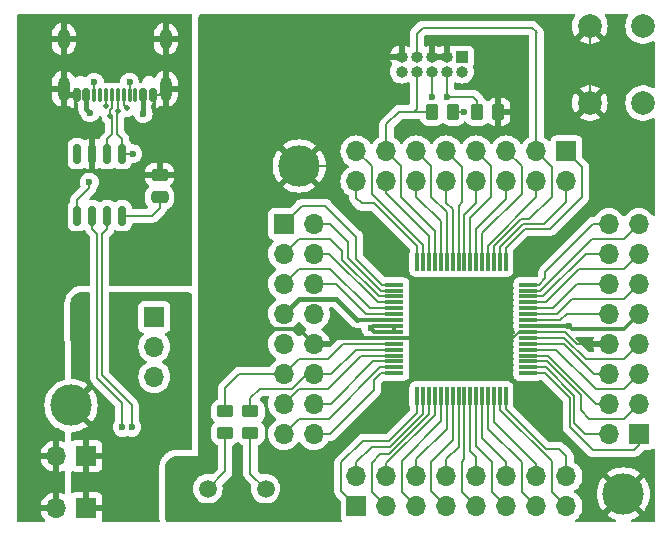
<source format=gtl>
%TF.GenerationSoftware,KiCad,Pcbnew,8.0.3*%
%TF.CreationDate,2024-06-30T18:20:55+08:00*%
%TF.ProjectId,Mini-K1-64,4d696e69-2d4b-4312-9d36-342e6b696361,rev?*%
%TF.SameCoordinates,Original*%
%TF.FileFunction,Copper,L1,Top*%
%TF.FilePolarity,Positive*%
%FSLAX46Y46*%
G04 Gerber Fmt 4.6, Leading zero omitted, Abs format (unit mm)*
G04 Created by KiCad (PCBNEW 8.0.3) date 2024-06-30 18:20:55*
%MOMM*%
%LPD*%
G01*
G04 APERTURE LIST*
G04 Aperture macros list*
%AMRoundRect*
0 Rectangle with rounded corners*
0 $1 Rounding radius*
0 $2 $3 $4 $5 $6 $7 $8 $9 X,Y pos of 4 corners*
0 Add a 4 corners polygon primitive as box body*
4,1,4,$2,$3,$4,$5,$6,$7,$8,$9,$2,$3,0*
0 Add four circle primitives for the rounded corners*
1,1,$1+$1,$2,$3*
1,1,$1+$1,$4,$5*
1,1,$1+$1,$6,$7*
1,1,$1+$1,$8,$9*
0 Add four rect primitives between the rounded corners*
20,1,$1+$1,$2,$3,$4,$5,0*
20,1,$1+$1,$4,$5,$6,$7,0*
20,1,$1+$1,$6,$7,$8,$9,0*
20,1,$1+$1,$8,$9,$2,$3,0*%
G04 Aperture macros list end*
%TA.AperFunction,SMDPad,CuDef*%
%ADD10RoundRect,0.250000X0.475000X-0.250000X0.475000X0.250000X-0.475000X0.250000X-0.475000X-0.250000X0*%
%TD*%
%TA.AperFunction,SMDPad,CuDef*%
%ADD11RoundRect,0.250000X-0.450000X0.262500X-0.450000X-0.262500X0.450000X-0.262500X0.450000X0.262500X0*%
%TD*%
%TA.AperFunction,ComponentPad*%
%ADD12R,1.700000X1.700000*%
%TD*%
%TA.AperFunction,ComponentPad*%
%ADD13O,1.700000X1.700000*%
%TD*%
%TA.AperFunction,ComponentPad*%
%ADD14C,3.500000*%
%TD*%
%TA.AperFunction,SMDPad,CuDef*%
%ADD15RoundRect,0.150000X0.150000X0.425000X-0.150000X0.425000X-0.150000X-0.425000X0.150000X-0.425000X0*%
%TD*%
%TA.AperFunction,SMDPad,CuDef*%
%ADD16RoundRect,0.075000X0.075000X0.500000X-0.075000X0.500000X-0.075000X-0.500000X0.075000X-0.500000X0*%
%TD*%
%TA.AperFunction,ComponentPad*%
%ADD17O,1.000000X2.100000*%
%TD*%
%TA.AperFunction,ComponentPad*%
%ADD18O,1.000000X1.800000*%
%TD*%
%TA.AperFunction,ComponentPad*%
%ADD19C,2.000000*%
%TD*%
%TA.AperFunction,SMDPad,CuDef*%
%ADD20RoundRect,0.150000X-0.150000X0.675000X-0.150000X-0.675000X0.150000X-0.675000X0.150000X0.675000X0*%
%TD*%
%TA.AperFunction,ComponentPad*%
%ADD21C,1.500000*%
%TD*%
%TA.AperFunction,SMDPad,CuDef*%
%ADD22RoundRect,0.075000X-0.700000X-0.075000X0.700000X-0.075000X0.700000X0.075000X-0.700000X0.075000X0*%
%TD*%
%TA.AperFunction,SMDPad,CuDef*%
%ADD23RoundRect,0.075000X-0.075000X-0.700000X0.075000X-0.700000X0.075000X0.700000X-0.075000X0.700000X0*%
%TD*%
%TA.AperFunction,SMDPad,CuDef*%
%ADD24RoundRect,0.250000X-0.262500X-0.450000X0.262500X-0.450000X0.262500X0.450000X-0.262500X0.450000X0*%
%TD*%
%TA.AperFunction,SMDPad,CuDef*%
%ADD25RoundRect,0.250000X0.262500X0.450000X-0.262500X0.450000X-0.262500X-0.450000X0.262500X-0.450000X0*%
%TD*%
%TA.AperFunction,ComponentPad*%
%ADD26O,1.000000X1.000000*%
%TD*%
%TA.AperFunction,ComponentPad*%
%ADD27R,1.000000X1.000000*%
%TD*%
%TA.AperFunction,ViaPad*%
%ADD28C,0.600000*%
%TD*%
%TA.AperFunction,ViaPad*%
%ADD29C,0.500000*%
%TD*%
%TA.AperFunction,Conductor*%
%ADD30C,0.200000*%
%TD*%
%TA.AperFunction,Conductor*%
%ADD31C,0.300000*%
%TD*%
%TA.AperFunction,Conductor*%
%ADD32C,0.400000*%
%TD*%
G04 APERTURE END LIST*
D10*
%TO.P,C1,1*%
%TO.N,Net-(U1-V3)*%
X126729100Y-95673000D03*
%TO.P,C1,2*%
%TO.N,/USBUART/OGND*%
X126729100Y-93773000D03*
%TD*%
D11*
%TO.P,R3,1*%
%TO.N,/MCU/PTB6*%
X134410000Y-113812500D03*
%TO.P,R3,2*%
%TO.N,Net-(C11-Pad1)*%
X134410000Y-115637500D03*
%TD*%
D12*
%TO.P,J3,1,Pin_1*%
%TO.N,/MCU/PTD1*%
X137245000Y-97935000D03*
D13*
%TO.P,J3,2,Pin_2*%
%TO.N,/MCU/PTD0*%
X139785000Y-97935000D03*
%TO.P,J3,3,Pin_3*%
%TO.N,/MCU/PTE11*%
X137245000Y-100475000D03*
%TO.P,J3,4,Pin_4*%
%TO.N,/MCU/PTE10*%
X139785000Y-100475000D03*
%TO.P,J3,5,Pin_5*%
%TO.N,/MCU/PTE5*%
X137245000Y-103015000D03*
%TO.P,J3,6,Pin_6*%
%TO.N,/MCU/PTE4*%
X139785000Y-103015000D03*
%TO.P,J3,7,Pin_7*%
%TO.N,VDD*%
X137245000Y-105555000D03*
%TO.P,J3,8,Pin_8*%
%TO.N,VDDA*%
X139785000Y-105555000D03*
%TO.P,J3,9,Pin_9*%
X137245000Y-108095000D03*
%TO.P,J3,10,Pin_10*%
%TO.N,GNDD*%
X139785000Y-108095000D03*
%TO.P,J3,11,Pin_11*%
%TO.N,/MCU/PTB7*%
X137245000Y-110635000D03*
%TO.P,J3,12,Pin_12*%
%TO.N,/MCU/PTB6*%
X139785000Y-110635000D03*
%TO.P,J3,13,Pin_13*%
%TO.N,/MCU/PTE3*%
X137245000Y-113175000D03*
%TO.P,J3,14,Pin_14*%
%TO.N,/MCU/PTD16*%
X139785000Y-113175000D03*
%TO.P,J3,15,Pin_15*%
%TO.N,/MCU/PTD15*%
X137245000Y-115715000D03*
%TO.P,J3,16,Pin_16*%
%TO.N,/MCU/PTE9*%
X139785000Y-115715000D03*
%TD*%
D11*
%TO.P,R4,1*%
%TO.N,/MCU/PTB7*%
X132285000Y-113812500D03*
%TO.P,R4,2*%
%TO.N,Net-(C12-Pad1)*%
X132285000Y-115637500D03*
%TD*%
D12*
%TO.P,JP2,1,A*%
%TO.N,GNDA*%
X120510000Y-122000000D03*
D13*
%TO.P,JP2,2,B*%
%TO.N,/USBUART/OGND*%
X117970000Y-122000000D03*
%TD*%
D12*
%TO.P,J4,1,Pin_1*%
%TO.N,/MCU/PTA1*%
X161165000Y-91795000D03*
D13*
%TO.P,J4,2,Pin_2*%
%TO.N,/MCU/PTA0*%
X161165000Y-94335000D03*
%TO.P,J4,3,Pin_3*%
%TO.N,/MCU/PTC7*%
X158625000Y-91795000D03*
%TO.P,J4,4,Pin_4*%
%TO.N,/MCU/PTC6*%
X158625000Y-94335000D03*
%TO.P,J4,5,Pin_5*%
%TO.N,/MCU/PTE6*%
X156085000Y-91795000D03*
%TO.P,J4,6,Pin_6*%
%TO.N,/MCU/PTE2*%
X156085000Y-94335000D03*
%TO.P,J4,7,Pin_7*%
%TO.N,/MCU/PTA13*%
X153545000Y-91795000D03*
%TO.P,J4,8,Pin_8*%
%TO.N,/MCU/PTA12*%
X153545000Y-94335000D03*
%TO.P,J4,9,Pin_9*%
%TO.N,/MCU/PTA11*%
X151005000Y-91795000D03*
%TO.P,J4,10,Pin_10*%
%TO.N,/MCU/PTA10*%
X151005000Y-94335000D03*
%TO.P,J4,11,Pin_11*%
%TO.N,/MCU/PTE1*%
X148465000Y-91795000D03*
%TO.P,J4,12,Pin_12*%
%TO.N,/MCU/PTE0*%
X148465000Y-94335000D03*
%TO.P,J4,13,Pin_13*%
%TO.N,/MCU/PTC5*%
X145925000Y-91795000D03*
%TO.P,J4,14,Pin_14*%
%TO.N,/MCU/PTC4*%
X145925000Y-94335000D03*
%TO.P,J4,15,Pin_15*%
%TO.N,/MCU/PTA5*%
X143385000Y-91795000D03*
%TO.P,J4,16,Pin_16*%
%TO.N,/MCU/PTA4*%
X143385000Y-94335000D03*
%TD*%
D14*
%TO.P,H1,1,Pin_1*%
%TO.N,GNDA*%
X119210000Y-113300000D03*
%TD*%
D12*
%TO.P,JP1,1,A*%
%TO.N,VBUS*%
X126270000Y-105795000D03*
D13*
%TO.P,JP1,2,C*%
%TO.N,VDDA*%
X126270000Y-108335000D03*
%TO.P,JP1,3,B*%
%TO.N,Net-(JP1-B)*%
X126270000Y-110875000D03*
%TD*%
D15*
%TO.P,J1,A1,GND*%
%TO.N,/USBUART/OGND*%
X126124100Y-87053000D03*
%TO.P,J1,A4,VBUS*%
%TO.N,VBUS*%
X125324100Y-87053000D03*
D16*
%TO.P,J1,A5,CC1*%
%TO.N,Net-(J1-CC1)*%
X124174100Y-87053000D03*
%TO.P,J1,A6,D+*%
%TO.N,/USBUART/UD+*%
X123174100Y-87053000D03*
%TO.P,J1,A7,D-*%
%TO.N,/USBUART/UD-*%
X122674100Y-87053000D03*
%TO.P,J1,A8*%
%TO.N,N/C*%
X121674100Y-87053000D03*
D15*
%TO.P,J1,A9,VBUS*%
%TO.N,VBUS*%
X120524100Y-87053000D03*
%TO.P,J1,A12,GND*%
%TO.N,/USBUART/OGND*%
X119724100Y-87053000D03*
%TO.P,J1,B1,GND*%
X119724100Y-87053000D03*
%TO.P,J1,B4,VBUS*%
%TO.N,VBUS*%
X120524100Y-87053000D03*
D16*
%TO.P,J1,B5,CC2*%
%TO.N,Net-(J1-CC2)*%
X121174100Y-87053000D03*
%TO.P,J1,B6,D+*%
%TO.N,/USBUART/UD+*%
X122174100Y-87053000D03*
%TO.P,J1,B7,D-*%
%TO.N,/USBUART/UD-*%
X123674100Y-87053000D03*
%TO.P,J1,B8*%
%TO.N,N/C*%
X124674100Y-87053000D03*
D15*
%TO.P,J1,B9,VBUS*%
%TO.N,VBUS*%
X125324100Y-87053000D03*
%TO.P,J1,B12,GND*%
%TO.N,/USBUART/OGND*%
X126124100Y-87053000D03*
D17*
%TO.P,J1,S1,SHIELD*%
X127244100Y-86478000D03*
D18*
X127244100Y-82298000D03*
D17*
X118604100Y-86478000D03*
D18*
X118604100Y-82298000D03*
%TD*%
D12*
%TO.P,JP3,1,A*%
%TO.N,GNDA*%
X120510000Y-117600000D03*
D13*
%TO.P,JP3,2,B*%
%TO.N,/USBUART/OGND*%
X117970000Y-117600000D03*
%TD*%
D12*
%TO.P,J5,1,Pin_1*%
%TO.N,/MCU/PTE8*%
X143385000Y-121855000D03*
D13*
%TO.P,J5,2,Pin_2*%
%TO.N,/MCU/PTB5*%
X143385000Y-119315000D03*
%TO.P,J5,3,Pin_3*%
%TO.N,/MCU/PTB4*%
X145925000Y-121855000D03*
%TO.P,J5,4,Pin_4*%
%TO.N,/MCU/PTC3*%
X145925000Y-119315000D03*
%TO.P,J5,5,Pin_5*%
%TO.N,/MCU/PTC2*%
X148465000Y-121855000D03*
%TO.P,J5,6,Pin_6*%
%TO.N,/MCU/PTD7*%
X148465000Y-119315000D03*
%TO.P,J5,7,Pin_7*%
%TO.N,/MCU/PTD6*%
X151005000Y-121855000D03*
%TO.P,J5,8,Pin_8*%
%TO.N,/MCU/PTD5*%
X151005000Y-119315000D03*
%TO.P,J5,9,Pin_9*%
%TO.N,/MCU/PTC1*%
X153545000Y-121855000D03*
%TO.P,J5,10,Pin_10*%
%TO.N,/MCU/PTC0*%
X153545000Y-119315000D03*
%TO.P,J5,11,Pin_11*%
%TO.N,/MCU/PTC17*%
X156085000Y-121855000D03*
%TO.P,J5,12,Pin_12*%
%TO.N,/MCU/PTC16*%
X156085000Y-119315000D03*
%TO.P,J5,13,Pin_13*%
%TO.N,/MCU/PTC15*%
X158625000Y-121855000D03*
%TO.P,J5,14,Pin_14*%
%TO.N,/MCU/PTC14*%
X158625000Y-119315000D03*
%TO.P,J5,15,Pin_15*%
%TO.N,/MCU/PTB3*%
X161165000Y-121855000D03*
%TO.P,J5,16,Pin_16*%
%TO.N,/MCU/PTB2*%
X161165000Y-119315000D03*
%TD*%
D19*
%TO.P,SW1,1,1*%
%TO.N,GNDD*%
X163150000Y-87685000D03*
X163150000Y-81185000D03*
%TO.P,SW1,2,2*%
%TO.N,/MCU/PTA5*%
X167650000Y-87685000D03*
X167650000Y-81185000D03*
%TD*%
D14*
%TO.P,H3,1,Pin_1*%
%TO.N,GNDD*%
X165985000Y-120800000D03*
%TD*%
D20*
%TO.P,U1,1,UD+*%
%TO.N,/USBUART/UD+*%
X123554100Y-91998000D03*
%TO.P,U1,2,UD-*%
%TO.N,/USBUART/UD-*%
X122284100Y-91998000D03*
%TO.P,U1,3,GND*%
%TO.N,/USBUART/OGND*%
X121014100Y-91998000D03*
%TO.P,U1,4,~{RTS}*%
%TO.N,unconnected-(U1-~{RTS}-Pad4)*%
X119744100Y-91998000D03*
%TO.P,U1,5,VCC*%
%TO.N,VBUS*%
X119744100Y-97248000D03*
%TO.P,U1,6,TXD*%
%TO.N,/MCU/UART_RX*%
X121014100Y-97248000D03*
%TO.P,U1,7,RXD*%
%TO.N,/MCU/UART_TX*%
X122284100Y-97248000D03*
%TO.P,U1,8,V3*%
%TO.N,Net-(U1-V3)*%
X123554100Y-97248000D03*
%TD*%
D21*
%TO.P,Y1,1,1*%
%TO.N,Net-(C11-Pad1)*%
X135685000Y-120350000D03*
%TO.P,Y1,2,2*%
%TO.N,Net-(C12-Pad1)*%
X130805000Y-120350000D03*
%TD*%
D14*
%TO.P,H2,1,Pin_1*%
%TO.N,GNDD*%
X138535000Y-93025000D03*
%TD*%
D22*
%TO.P,U2,1,PTD1*%
%TO.N,/MCU/PTD1*%
X146600000Y-103075000D03*
%TO.P,U2,2,PTD0*%
%TO.N,/MCU/PTD0*%
X146600000Y-103575000D03*
%TO.P,U2,3,PTE11*%
%TO.N,/MCU/PTE11*%
X146600000Y-104075000D03*
%TO.P,U2,4,PTE10*%
%TO.N,/MCU/PTE10*%
X146600000Y-104575000D03*
%TO.P,U2,5,PTE5*%
%TO.N,/MCU/PTE5*%
X146600000Y-105075000D03*
%TO.P,U2,6,PTE4*%
%TO.N,/MCU/PTE4*%
X146600000Y-105575000D03*
%TO.P,U2,7,VDD*%
%TO.N,VDD*%
X146600000Y-106075000D03*
%TO.P,U2,8,VDDA*%
%TO.N,VDDA*%
X146600000Y-106575000D03*
%TO.P,U2,9,VREFH*%
X146600000Y-107075000D03*
%TO.P,U2,10,VSS*%
%TO.N,GNDD*%
X146600000Y-107575000D03*
%TO.P,U2,11,EXTAL*%
%TO.N,/MCU/PTB7*%
X146600000Y-108075000D03*
%TO.P,U2,12,XTAL*%
%TO.N,/MCU/PTB6*%
X146600000Y-108575000D03*
%TO.P,U2,13,PTE3*%
%TO.N,/MCU/PTE3*%
X146600000Y-109075000D03*
%TO.P,U2,14,PTD16*%
%TO.N,/MCU/PTD16*%
X146600000Y-109575000D03*
%TO.P,U2,15,PTD15*%
%TO.N,/MCU/PTD15*%
X146600000Y-110075000D03*
%TO.P,U2,16,PTE9*%
%TO.N,/MCU/PTE9*%
X146600000Y-110575000D03*
D23*
%TO.P,U2,17,PTE8*%
%TO.N,/MCU/PTE8*%
X148525000Y-112500000D03*
%TO.P,U2,18,PTB5*%
%TO.N,/MCU/PTB5*%
X149025000Y-112500000D03*
%TO.P,U2,19,PTB4*%
%TO.N,/MCU/PTB4*%
X149525000Y-112500000D03*
%TO.P,U2,20,LPUART0_TX*%
%TO.N,/MCU/PTC3*%
X150025000Y-112500000D03*
%TO.P,U2,21,LPUART0_RX*%
%TO.N,/MCU/PTC2*%
X150525000Y-112500000D03*
%TO.P,U2,22,PTD7*%
%TO.N,/MCU/PTD7*%
X151025000Y-112500000D03*
%TO.P,U2,23,PTD6*%
%TO.N,/MCU/PTD6*%
X151525000Y-112500000D03*
%TO.P,U2,24,PTD5*%
%TO.N,/MCU/PTD5*%
X152025000Y-112500000D03*
%TO.P,U2,25,PTC1*%
%TO.N,/MCU/PTC1*%
X152525000Y-112500000D03*
%TO.P,U2,26,PTC0*%
%TO.N,/MCU/PTC0*%
X153025000Y-112500000D03*
%TO.P,U2,27,PTC17*%
%TO.N,/MCU/PTC17*%
X153525000Y-112500000D03*
%TO.P,U2,28,PTC16*%
%TO.N,/MCU/PTC16*%
X154025000Y-112500000D03*
%TO.P,U2,29,PTC15*%
%TO.N,/MCU/PTC15*%
X154525000Y-112500000D03*
%TO.P,U2,30,PTC14*%
%TO.N,/MCU/PTC14*%
X155025000Y-112500000D03*
%TO.P,U2,31,PTB3*%
%TO.N,/MCU/PTB3*%
X155525000Y-112500000D03*
%TO.P,U2,32,PTB2*%
%TO.N,/MCU/PTB2*%
X156025000Y-112500000D03*
D22*
%TO.P,U2,33,PTB1*%
%TO.N,/MCU/PTB1*%
X157950000Y-110575000D03*
%TO.P,U2,34,PTB0*%
%TO.N,/MCU/PTB0*%
X157950000Y-110075000D03*
%TO.P,U2,35,PTC9*%
%TO.N,/MCU/PTC9*%
X157950000Y-109575000D03*
%TO.P,U2,36,PTC8*%
%TO.N,/MCU/PTC8*%
X157950000Y-109075000D03*
%TO.P,U2,37,PTA7*%
%TO.N,/MCU/PTA7*%
X157950000Y-108575000D03*
%TO.P,U2,38,PTA6*%
%TO.N,/MCU/PTA6*%
X157950000Y-108075000D03*
%TO.P,U2,39,PTE7*%
%TO.N,/MCU/PTE7*%
X157950000Y-107575000D03*
%TO.P,U2,40,VSS*%
%TO.N,GNDD*%
X157950000Y-107075000D03*
%TO.P,U2,41,VDD*%
%TO.N,VDD*%
X157950000Y-106575000D03*
%TO.P,U2,42,PTB13*%
%TO.N,/MCU/PTB13*%
X157950000Y-106075000D03*
%TO.P,U2,43,PTB12*%
%TO.N,/MCU/PTB12*%
X157950000Y-105575000D03*
%TO.P,U2,44,PTD4*%
%TO.N,/MCU/PTD4*%
X157950000Y-105075000D03*
%TO.P,U2,45,PTD3*%
%TO.N,/MCU/PTD3*%
X157950000Y-104575000D03*
%TO.P,U2,46,PTD2*%
%TO.N,/MCU/PTD2*%
X157950000Y-104075000D03*
%TO.P,U2,47,PTA3*%
%TO.N,/MCU/PTA3*%
X157950000Y-103575000D03*
%TO.P,U2,48,PTA2*%
%TO.N,/MCU/PTA2*%
X157950000Y-103075000D03*
D23*
%TO.P,U2,49,PTA1*%
%TO.N,/MCU/PTA1*%
X156025000Y-101150000D03*
%TO.P,U2,50,PTA0*%
%TO.N,/MCU/PTA0*%
X155525000Y-101150000D03*
%TO.P,U2,51,LPUART1_TX*%
%TO.N,/MCU/PTC7*%
X155025000Y-101150000D03*
%TO.P,U2,52,PTC6*%
%TO.N,/MCU/PTC6*%
X154525000Y-101150000D03*
%TO.P,U2,53,PTE6*%
%TO.N,/MCU/PTE6*%
X154025000Y-101150000D03*
%TO.P,U2,54,PTE2*%
%TO.N,/MCU/PTE2*%
X153525000Y-101150000D03*
%TO.P,U2,55,PTA13*%
%TO.N,/MCU/PTA13*%
X153025000Y-101150000D03*
%TO.P,U2,56,PTA12*%
%TO.N,/MCU/PTA12*%
X152525000Y-101150000D03*
%TO.P,U2,57,PTA11*%
%TO.N,/MCU/PTA11*%
X152025000Y-101150000D03*
%TO.P,U2,58,JTAG_TDO*%
%TO.N,/MCU/PTA10*%
X151525000Y-101150000D03*
%TO.P,U2,59,PTE1*%
%TO.N,/MCU/PTE1*%
X151025000Y-101150000D03*
%TO.P,U2,60,PTE0*%
%TO.N,/MCU/PTE0*%
X150525000Y-101150000D03*
%TO.P,U2,61,JTAG_TDI*%
%TO.N,/MCU/PTC5*%
X150025000Y-101150000D03*
%TO.P,U2,62,JTAG_TCLK*%
%TO.N,/MCU/PTC4*%
X149525000Y-101150000D03*
%TO.P,U2,63,RESET_b*%
%TO.N,/MCU/PTA5*%
X149025000Y-101150000D03*
%TO.P,U2,64,JTAG_TMS*%
%TO.N,/MCU/PTA4*%
X148525000Y-101150000D03*
%TD*%
D12*
%TO.P,J6,1,Pin_1*%
%TO.N,/MCU/PTB1*%
X167305000Y-115715000D03*
D13*
%TO.P,J6,2,Pin_2*%
%TO.N,/MCU/PTB0*%
X164765000Y-115715000D03*
%TO.P,J6,3,Pin_3*%
%TO.N,/MCU/PTC9*%
X167305000Y-113175000D03*
%TO.P,J6,4,Pin_4*%
%TO.N,/MCU/PTC8*%
X164765000Y-113175000D03*
%TO.P,J6,5,Pin_5*%
%TO.N,/MCU/PTA7*%
X167305000Y-110635000D03*
%TO.P,J6,6,Pin_6*%
%TO.N,/MCU/PTA6*%
X164765000Y-110635000D03*
%TO.P,J6,7,Pin_7*%
%TO.N,/MCU/PTE7*%
X167305000Y-108095000D03*
%TO.P,J6,8,Pin_8*%
%TO.N,GNDD*%
X164765000Y-108095000D03*
%TO.P,J6,9,Pin_9*%
%TO.N,VDD*%
X167305000Y-105555000D03*
%TO.P,J6,10,Pin_10*%
%TO.N,/MCU/PTB13*%
X164765000Y-105555000D03*
%TO.P,J6,11,Pin_11*%
%TO.N,/MCU/PTB12*%
X167305000Y-103015000D03*
%TO.P,J6,12,Pin_12*%
%TO.N,/MCU/PTD4*%
X164765000Y-103015000D03*
%TO.P,J6,13,Pin_13*%
%TO.N,/MCU/PTD3*%
X167305000Y-100475000D03*
%TO.P,J6,14,Pin_14*%
%TO.N,/MCU/PTD2*%
X164765000Y-100475000D03*
%TO.P,J6,15,Pin_15*%
%TO.N,/MCU/PTA3*%
X167305000Y-97935000D03*
%TO.P,J6,16,Pin_16*%
%TO.N,/MCU/PTA2*%
X164765000Y-97935000D03*
%TD*%
D24*
%TO.P,R1,1*%
%TO.N,/MCU/PTC4*%
X153580000Y-88445000D03*
%TO.P,R1,2*%
%TO.N,GNDD*%
X155405000Y-88445000D03*
%TD*%
D25*
%TO.P,R2,1*%
%TO.N,VDD*%
X151600000Y-88425000D03*
%TO.P,R2,2*%
%TO.N,/MCU/PTC5*%
X149775000Y-88425000D03*
%TD*%
D26*
%TO.P,J2,10,RESET*%
%TO.N,Net-(J2-RESET)*%
X147230000Y-85055000D03*
%TO.P,J2,9,GND*%
%TO.N,GNDD*%
X147230000Y-83785000D03*
%TO.P,J2,8,TDI*%
%TO.N,/MCU/PTC5*%
X148500000Y-85055000D03*
%TO.P,J2,7,NC*%
%TO.N,/MCU/PTC7*%
X148500000Y-83785000D03*
%TO.P,J2,6,TDO*%
%TO.N,/MCU/PTA10*%
X149770000Y-85055000D03*
%TO.P,J2,5,GND*%
%TO.N,GNDD*%
X149770000Y-83785000D03*
%TO.P,J2,4,TCK*%
%TO.N,/MCU/PTC4*%
X151040000Y-85055000D03*
%TO.P,J2,3,GND*%
%TO.N,GNDD*%
X151040000Y-83785000D03*
%TO.P,J2,2,TMS*%
%TO.N,/MCU/PTA4*%
X152310000Y-85055000D03*
D27*
%TO.P,J2,1,TVCC*%
%TO.N,VDD*%
X152310000Y-83785000D03*
%TD*%
D28*
%TO.N,GNDD*%
X154680000Y-86815000D03*
X153440000Y-86215000D03*
X144340000Y-86995000D03*
%TO.N,VDD*%
X152490000Y-88425000D03*
%TO.N,/MCU/PTC4*%
X151060000Y-87155000D03*
%TO.N,/MCU/PTA10*%
X149780000Y-87185000D03*
%TO.N,VDD*%
X161410000Y-106575000D03*
%TO.N,GNDD*%
X141160000Y-83675000D03*
X157770000Y-85605000D03*
X130835000Y-112400000D03*
X134260000Y-100275000D03*
X131160000Y-96675000D03*
X132785000Y-109375000D03*
X131160000Y-89675000D03*
X149735000Y-103525000D03*
X155660000Y-103525000D03*
X155660000Y-109175000D03*
X149735000Y-109175000D03*
%TO.N,VDDA*%
X144610000Y-106775000D03*
%TO.N,GNDA*%
X128860000Y-105275000D03*
X125360000Y-113200000D03*
X123960000Y-107075000D03*
%TO.N,VBUS*%
X120841600Y-88510500D03*
X120764000Y-94388800D03*
X125327900Y-88589150D03*
%TO.N,Net-(J1-CC1)*%
X124179100Y-85948000D03*
%TO.N,Net-(J1-CC2)*%
X121184100Y-85928000D03*
%TO.N,/MCU/UART_RX*%
X123560000Y-115150000D03*
%TO.N,/MCU/UART_TX*%
X124360003Y-115150000D03*
D29*
%TO.N,/USBUART/UD+*%
X123236441Y-88335839D03*
D28*
X124447000Y-92001200D03*
D29*
X122152659Y-87929441D03*
%TO.N,/USBUART/UD-*%
X123939000Y-88115000D03*
X122542000Y-88775400D03*
D28*
%TO.N,/USBUART/OGND*%
X116035000Y-106875000D03*
X126754100Y-92673000D03*
X116035000Y-111825000D03*
X116035000Y-103575000D03*
X116035000Y-116175000D03*
%TD*%
D30*
%TO.N,/MCU/PTC7*%
X158625000Y-81740000D02*
X158625000Y-91795000D01*
X158640000Y-81725000D02*
X158625000Y-81740000D01*
X158230000Y-81315000D02*
X158640000Y-81725000D01*
X149020000Y-81315000D02*
X158230000Y-81315000D01*
X148500000Y-81835000D02*
X149020000Y-81315000D01*
X148500000Y-83785000D02*
X148500000Y-81835000D01*
%TO.N,GNDD*%
X149770000Y-83055000D02*
X149770000Y-83785000D01*
X150060000Y-82765000D02*
X149770000Y-83055000D01*
X151340000Y-82765000D02*
X150060000Y-82765000D01*
%TO.N,/MCU/PTC4*%
X153580000Y-87495000D02*
X153580000Y-88445000D01*
X153240000Y-87155000D02*
X153580000Y-87495000D01*
X151060000Y-87155000D02*
X153240000Y-87155000D01*
X151040000Y-87135000D02*
X151060000Y-87155000D01*
X151040000Y-85055000D02*
X151040000Y-87135000D01*
%TO.N,VDD*%
X151600000Y-88425000D02*
X152490000Y-88425000D01*
%TO.N,GNDD*%
X155405000Y-84260000D02*
X155405000Y-88445000D01*
X153910000Y-82765000D02*
X155405000Y-84260000D01*
X151340000Y-82765000D02*
X153910000Y-82765000D01*
X151040000Y-83065000D02*
X151340000Y-82765000D01*
X151040000Y-83785000D02*
X151040000Y-83065000D01*
X149770000Y-83785000D02*
X151040000Y-83785000D01*
X143230000Y-83785000D02*
X141010000Y-86005000D01*
X147230000Y-83785000D02*
X143230000Y-83785000D01*
X141010000Y-90076800D02*
X141010000Y-86005000D01*
%TO.N,/MCU/PTA10*%
X149770000Y-87175000D02*
X149780000Y-87185000D01*
X149770000Y-85055000D02*
X149770000Y-87175000D01*
%TO.N,/MCU/PTC5*%
X148500000Y-85055000D02*
X148500000Y-88205000D01*
X148280000Y-88425000D02*
X149775000Y-88425000D01*
X148500000Y-88205000D02*
X148280000Y-88425000D01*
X147010000Y-88425000D02*
X148280000Y-88425000D01*
X145925000Y-91795000D02*
X145925000Y-89510000D01*
X145925000Y-89510000D02*
X147010000Y-88425000D01*
D31*
%TO.N,VDD*%
X167305000Y-105555000D02*
X166035000Y-106825000D01*
X161660000Y-106825000D02*
X161410000Y-106575000D01*
D32*
X138525000Y-104275000D02*
X137245000Y-105555000D01*
X141485000Y-104275000D02*
X138525000Y-104275000D01*
X141685000Y-104275000D02*
X143435000Y-106025000D01*
X141485000Y-104275000D02*
X141685000Y-104275000D01*
D31*
X143485000Y-106075000D02*
X143435000Y-106025000D01*
X161410000Y-106575000D02*
X157950000Y-106575000D01*
X166035000Y-106825000D02*
X161660000Y-106825000D01*
X146600000Y-106075000D02*
X143485000Y-106075000D01*
D30*
%TO.N,GNDD*%
X133185000Y-105925000D02*
X133185000Y-106950000D01*
D31*
X148135000Y-107575000D02*
X149735000Y-109175000D01*
X138515000Y-106825000D02*
X139785000Y-108095000D01*
D30*
X130835000Y-112400000D02*
X130835000Y-111325000D01*
X141010000Y-94575000D02*
X141010000Y-93025000D01*
X132785000Y-109375000D02*
X133185000Y-108975000D01*
X134260000Y-100275000D02*
X134260000Y-96350000D01*
X162081471Y-108095000D02*
X164765000Y-108095000D01*
X163150000Y-87685000D02*
X163150000Y-81185000D01*
X132785000Y-109425000D02*
X132785000Y-109375000D01*
X157950000Y-107075000D02*
X161061471Y-107075000D01*
D31*
X146600000Y-107575000D02*
X141755000Y-107575000D01*
D30*
X161061471Y-107075000D02*
X162081471Y-108095000D01*
X133260000Y-106875000D02*
X133185000Y-106950000D01*
X141010000Y-90807400D02*
X141010000Y-93025000D01*
D31*
X149735000Y-109175000D02*
X155660000Y-109175000D01*
X141235000Y-108095000D02*
X139785000Y-108095000D01*
D30*
X133185000Y-108975000D02*
X133185000Y-105925000D01*
D31*
X133260000Y-106825000D02*
X138515000Y-106825000D01*
D30*
X141010000Y-90807400D02*
X141010000Y-90076800D01*
X133185000Y-101350000D02*
X133185000Y-105925000D01*
D31*
X146600000Y-107575000D02*
X148135000Y-107575000D01*
D30*
X139922500Y-95662500D02*
X141010000Y-94575000D01*
D31*
X141755000Y-107575000D02*
X141235000Y-108095000D01*
D30*
X155660000Y-108557590D02*
X155660000Y-109175000D01*
X134260000Y-96350000D02*
X134947500Y-95662500D01*
X134947500Y-95662500D02*
X139922500Y-95662500D01*
X157950000Y-107075000D02*
X157142590Y-107075000D01*
X138535000Y-93025000D02*
X141010000Y-93025000D01*
X130835000Y-111325000D02*
X132785000Y-109375000D01*
X157142590Y-107075000D02*
X155660000Y-108557590D01*
X134260000Y-100275000D02*
X133185000Y-101350000D01*
D31*
%TO.N,VDDA*%
X144910000Y-107075000D02*
X144610000Y-106775000D01*
D30*
X144810000Y-106575000D02*
X144610000Y-106775000D01*
D31*
X146600000Y-107075000D02*
X144910000Y-107075000D01*
X146600000Y-107075000D02*
X146600000Y-106575000D01*
X146600000Y-106575000D02*
X144810000Y-106575000D01*
D32*
%TO.N,VBUS*%
X120841600Y-88510500D02*
X120527900Y-88196800D01*
D30*
X120764000Y-94888100D02*
X119744100Y-95908000D01*
D32*
X125327900Y-88589150D02*
X125327900Y-87028000D01*
D30*
X119744100Y-95908000D02*
X119744100Y-97248000D01*
X120764000Y-94388800D02*
X120764000Y-94888100D01*
D32*
X120527900Y-88196800D02*
X120527900Y-87028000D01*
D30*
%TO.N,Net-(C11-Pad1)*%
X134410000Y-115637500D02*
X134410000Y-119075000D01*
X134410000Y-119075000D02*
X135685000Y-120350000D01*
%TO.N,/MCU/PTB6*%
X139219314Y-110635000D02*
X139785000Y-110635000D01*
X135185000Y-111900000D02*
X137954314Y-111900000D01*
X146600000Y-108575000D02*
X143320000Y-108575000D01*
X135185000Y-111900000D02*
X134410000Y-112675000D01*
X139785000Y-110635000D02*
X141260000Y-110635000D01*
X143320000Y-108575000D02*
X141260000Y-110635000D01*
X134410000Y-112675000D02*
X134410000Y-113812500D01*
X137954314Y-111900000D02*
X139219314Y-110635000D01*
%TO.N,/MCU/PTE3*%
X143810000Y-109075000D02*
X140960000Y-111925000D01*
X138495000Y-111925000D02*
X140960000Y-111925000D01*
X137245000Y-113175000D02*
X138495000Y-111925000D01*
X146600000Y-109075000D02*
X143810000Y-109075000D01*
%TO.N,/MCU/PTE11*%
X141160000Y-99225000D02*
X142160000Y-100225000D01*
X142160000Y-100968628D02*
X145266372Y-104075000D01*
X137245000Y-100475000D02*
X138495000Y-99225000D01*
X138495000Y-99225000D02*
X141160000Y-99225000D01*
X142160000Y-100225000D02*
X142160000Y-100968628D01*
X145266372Y-104075000D02*
X146600000Y-104075000D01*
%TO.N,/MCU/PTE5*%
X138535000Y-101725000D02*
X141185000Y-101725000D01*
X141185000Y-101725000D02*
X144535000Y-105075000D01*
X144535000Y-105075000D02*
X146600000Y-105075000D01*
X137245000Y-103015000D02*
X138535000Y-101725000D01*
%TO.N,/MCU/PTE4*%
X146550000Y-105575000D02*
X146550000Y-105590000D01*
X146550000Y-105590000D02*
X146560000Y-105600000D01*
X144185000Y-105575000D02*
X146600000Y-105575000D01*
X141625000Y-103015000D02*
X144185000Y-105575000D01*
X139785000Y-103015000D02*
X141625000Y-103015000D01*
%TO.N,/MCU/PTE10*%
X141100686Y-100475000D02*
X145200686Y-104575000D01*
X139785000Y-100475000D02*
X141100686Y-100475000D01*
X145200686Y-104575000D02*
X146600000Y-104575000D01*
%TO.N,/MCU/PTD1*%
X138755000Y-96425000D02*
X140760000Y-96425000D01*
X143360000Y-99025000D02*
X143360000Y-100875000D01*
X140760000Y-96425000D02*
X143360000Y-99025000D01*
X145560000Y-103075000D02*
X146600000Y-103075000D01*
X143360000Y-100875000D02*
X145560000Y-103075000D01*
X137245000Y-97935000D02*
X138755000Y-96425000D01*
%TO.N,/MCU/PTE9*%
X146600000Y-110575000D02*
X145485000Y-110575000D01*
X145485000Y-110575000D02*
X144885000Y-111175000D01*
X141135000Y-115715000D02*
X144885000Y-111965000D01*
X141135000Y-115715000D02*
X139785000Y-115715000D01*
X144885000Y-111965000D02*
X144885000Y-111175000D01*
%TO.N,/MCU/PTD0*%
X139785000Y-97935000D02*
X141170000Y-97935000D01*
X142710000Y-100860000D02*
X145425000Y-103575000D01*
X145425000Y-103575000D02*
X146600000Y-103575000D01*
X142710000Y-99475000D02*
X142710000Y-100860000D01*
X141170000Y-97935000D02*
X142710000Y-99475000D01*
%TO.N,/MCU/PTB7*%
X146600000Y-108075000D02*
X142285000Y-108075000D01*
X141010000Y-109350000D02*
X138530000Y-109350000D01*
X138530000Y-109350000D02*
X137245000Y-110635000D01*
X133450000Y-110635000D02*
X132285000Y-111800000D01*
X132285000Y-111800000D02*
X132285000Y-113812500D01*
X142285000Y-108075000D02*
X141010000Y-109350000D01*
X137245000Y-110635000D02*
X133450000Y-110635000D01*
%TO.N,/MCU/PTD16*%
X146600000Y-109575000D02*
X144810000Y-109575000D01*
X144810000Y-109575000D02*
X141210000Y-113175000D01*
X139785000Y-113175000D02*
X141210000Y-113175000D01*
%TO.N,/MCU/PTD15*%
X145419314Y-110075000D02*
X141044314Y-114450000D01*
X146600000Y-110075000D02*
X145419314Y-110075000D01*
X138510000Y-114450000D02*
X137245000Y-115715000D01*
X141044314Y-114450000D02*
X138510000Y-114450000D01*
%TO.N,/MCU/PTC14*%
X155025000Y-114675000D02*
X155025000Y-112500000D01*
X158625000Y-118275000D02*
X155025000Y-114675000D01*
X158625000Y-119315000D02*
X158625000Y-118275000D01*
%TO.N,/MCU/PTB3*%
X155525000Y-113655686D02*
X155525000Y-112500000D01*
X159910000Y-118040686D02*
X155525000Y-113655686D01*
X161165000Y-121855000D02*
X159910000Y-120600000D01*
X159910000Y-120600000D02*
X159910000Y-118040686D01*
%TO.N,/MCU/PTB2*%
X156025000Y-113590000D02*
X156025000Y-112500000D01*
X161165000Y-119315000D02*
X161165000Y-117600000D01*
X160540000Y-116975000D02*
X159410000Y-116975000D01*
X159410000Y-116975000D02*
X156025000Y-113590000D01*
X161165000Y-117600000D02*
X160540000Y-116975000D01*
%TO.N,/MCU/PTB5*%
X144685000Y-116800000D02*
X146210000Y-116800000D01*
X143385000Y-119315000D02*
X143385000Y-118100000D01*
X143385000Y-118100000D02*
X144685000Y-116800000D01*
X149025000Y-113985000D02*
X149025000Y-112500000D01*
X146210000Y-116800000D02*
X149025000Y-113985000D01*
%TO.N,/MCU/PTC2*%
X147210000Y-119550000D02*
X147210000Y-119825000D01*
X150525000Y-114660000D02*
X150525000Y-112500000D01*
X147210000Y-119550000D02*
X147210000Y-120600000D01*
X147210000Y-117975000D02*
X150525000Y-114660000D01*
X147210000Y-120600000D02*
X148465000Y-121855000D01*
X147210000Y-119825000D02*
X147210000Y-117975000D01*
%TO.N,/MCU/PTD7*%
X151025000Y-112500000D02*
X151025000Y-115265000D01*
X148465000Y-119315000D02*
X148465000Y-117825000D01*
X151025000Y-115265000D02*
X148465000Y-117825000D01*
%TO.N,/MCU/PTC16*%
X156085000Y-119315000D02*
X156085000Y-118125000D01*
X154025000Y-116065000D02*
X154025000Y-112500000D01*
X156085000Y-118125000D02*
X154025000Y-116065000D01*
%TO.N,/MCU/PTB4*%
X144660000Y-118150000D02*
X144660000Y-120590000D01*
X149525000Y-114050686D02*
X149525000Y-112500000D01*
X145385000Y-117425000D02*
X146150686Y-117425000D01*
X144660000Y-118150000D02*
X145385000Y-117425000D01*
X146150686Y-117425000D02*
X149525000Y-114050686D01*
X144660000Y-120590000D02*
X145925000Y-121855000D01*
%TO.N,/MCU/PTC3*%
X150025000Y-114116372D02*
X145925000Y-118216372D01*
X150025000Y-112500000D02*
X150025000Y-114116372D01*
X145925000Y-118216372D02*
X145925000Y-119315000D01*
%TO.N,/MCU/PTC1*%
X152525000Y-117810000D02*
X152525000Y-112500000D01*
X152285000Y-120595000D02*
X153545000Y-121855000D01*
X152285000Y-118050000D02*
X152525000Y-117810000D01*
X152285000Y-118050000D02*
X152285000Y-120595000D01*
%TO.N,/MCU/PTC15*%
X157360000Y-119750000D02*
X157360000Y-120590000D01*
X157360000Y-119475000D02*
X157360000Y-118125000D01*
X157360000Y-119375000D02*
X157360000Y-119475000D01*
X157360000Y-119375000D02*
X157360000Y-119575000D01*
X157360000Y-119575000D02*
X157360000Y-119750000D01*
X157360000Y-119575000D02*
X157360000Y-120590000D01*
X157360000Y-119475000D02*
X157360000Y-119750000D01*
X154525000Y-115290000D02*
X154525000Y-112500000D01*
X157360000Y-120590000D02*
X158625000Y-121855000D01*
X157360000Y-118125000D02*
X154525000Y-115290000D01*
%TO.N,/MCU/PTD5*%
X151005000Y-119315000D02*
X151005000Y-117875000D01*
X152025000Y-116855000D02*
X151005000Y-117875000D01*
X152025000Y-112500000D02*
X152025000Y-116855000D01*
%TO.N,/MCU/PTE8*%
X142110000Y-118117157D02*
X143927157Y-116300000D01*
X148525000Y-112500000D02*
X148525000Y-113919314D01*
X146144314Y-116300000D02*
X148525000Y-113919314D01*
X142110000Y-120580000D02*
X143385000Y-121855000D01*
X143927157Y-116300000D02*
X146144314Y-116300000D01*
X142110000Y-120580000D02*
X142110000Y-118117157D01*
%TO.N,/MCU/PTD6*%
X151525000Y-116260000D02*
X151525000Y-112500000D01*
X149735000Y-118050000D02*
X151525000Y-116260000D01*
X149735000Y-120585000D02*
X149735000Y-118050000D01*
X151005000Y-121855000D02*
X149735000Y-120585000D01*
%TO.N,/MCU/PTC0*%
X153545000Y-119315000D02*
X153545000Y-117670000D01*
X153025000Y-112500000D02*
X153025000Y-117150000D01*
X153545000Y-117670000D02*
X153025000Y-117150000D01*
%TO.N,/MCU/PTC17*%
X153525000Y-116715000D02*
X153525000Y-112500000D01*
X154860000Y-118050000D02*
X153525000Y-116715000D01*
X154860000Y-120630000D02*
X154860000Y-118050000D01*
X156085000Y-121855000D02*
X154860000Y-120630000D01*
%TO.N,/MCU/PTB12*%
X161635000Y-104275000D02*
X160335000Y-105575000D01*
X160335000Y-105575000D02*
X157950000Y-105575000D01*
X167305000Y-103015000D02*
X166045000Y-104275000D01*
X166045000Y-104275000D02*
X161635000Y-104275000D01*
%TO.N,/MCU/PTD3*%
X166030000Y-101750000D02*
X162235000Y-101750000D01*
X157950000Y-104575000D02*
X159410000Y-104575000D01*
X167305000Y-100475000D02*
X166030000Y-101750000D01*
X162235000Y-101750000D02*
X159410000Y-104575000D01*
%TO.N,/MCU/PTA3*%
X163332410Y-99200000D02*
X158957410Y-103575000D01*
X158957410Y-103575000D02*
X157950000Y-103575000D01*
X166040000Y-99200000D02*
X163332410Y-99200000D01*
X166040000Y-99200000D02*
X167305000Y-97935000D01*
%TO.N,/MCU/PTC8*%
X164765000Y-113175000D02*
X163700684Y-113175000D01*
X159600685Y-109075001D02*
X159600685Y-109075000D01*
X163700684Y-113175000D02*
X159600685Y-109075001D01*
X159600685Y-109075000D02*
X157950000Y-109075000D01*
%TO.N,/MCU/PTD4*%
X164765000Y-103015000D02*
X162095000Y-103015000D01*
X160035000Y-105075000D02*
X157950000Y-105075000D01*
X162095000Y-103015000D02*
X160035000Y-105075000D01*
%TO.N,/MCU/PTD2*%
X157950000Y-104075000D02*
X159185000Y-104075000D01*
X162785000Y-100475000D02*
X159185000Y-104075000D01*
X164765000Y-100475000D02*
X162785000Y-100475000D01*
%TO.N,/MCU/PTC9*%
X159491372Y-109575000D02*
X162360000Y-112443628D01*
X162360000Y-113700000D02*
X162360000Y-112443628D01*
X157950000Y-109575000D02*
X159491372Y-109575000D01*
X167305000Y-113175000D02*
X166030000Y-114450000D01*
X163110000Y-114450000D02*
X162360000Y-113700000D01*
X166030000Y-114450000D02*
X163110000Y-114450000D01*
%TO.N,/MCU/PTE7*%
X166000000Y-109400000D02*
X167305000Y-108095000D01*
X160995785Y-107575000D02*
X162820785Y-109400000D01*
X157950000Y-107575000D02*
X160995785Y-107575000D01*
X162820785Y-109400000D02*
X166000000Y-109400000D01*
%TO.N,/MCU/PTB0*%
X161835000Y-112484314D02*
X159425686Y-110075000D01*
X161835000Y-114800000D02*
X161835000Y-112484314D01*
X162750000Y-115715000D02*
X161835000Y-114800000D01*
X164765000Y-115715000D02*
X162750000Y-115715000D01*
X159425686Y-110075000D02*
X157950000Y-110075000D01*
%TO.N,/MCU/PTA6*%
X163490099Y-110635000D02*
X164765000Y-110635000D01*
X157950000Y-108075000D02*
X160930099Y-108075000D01*
X160930099Y-108075000D02*
X163490099Y-110635000D01*
%TO.N,/MCU/PTB1*%
X166910000Y-117050000D02*
X167305000Y-116655000D01*
X159360000Y-110575000D02*
X161435000Y-112650000D01*
X163385000Y-117050000D02*
X166910000Y-117050000D01*
X161435000Y-112650000D02*
X161435000Y-115100000D01*
X157950000Y-110575000D02*
X159360000Y-110575000D01*
X161435000Y-115100000D02*
X163385000Y-117050000D01*
X167305000Y-116655000D02*
X167305000Y-115715000D01*
%TO.N,/MCU/PTB13*%
X164765000Y-105555000D02*
X161180000Y-105555000D01*
X157950000Y-106075000D02*
X160660000Y-106075000D01*
X161180000Y-105555000D02*
X160660000Y-106075000D01*
%TO.N,/MCU/PTA7*%
X167305000Y-110635000D02*
X166015000Y-111925000D01*
X157950000Y-108575000D02*
X160285000Y-108575000D01*
X160285000Y-108575000D02*
X163635000Y-111925000D01*
X166015000Y-111925000D02*
X163635000Y-111925000D01*
%TO.N,/MCU/PTA2*%
X159372500Y-102537500D02*
X158835000Y-103075000D01*
X164765000Y-97935000D02*
X163450000Y-97935000D01*
X159372500Y-102012500D02*
X159372500Y-102537500D01*
X158835000Y-103075000D02*
X157950000Y-103075000D01*
X163450000Y-97935000D02*
X159372500Y-102012500D01*
%TO.N,/MCU/PTA1*%
X162485000Y-95675000D02*
X159810000Y-98350000D01*
X159810000Y-98350000D02*
X157635000Y-98350000D01*
X162485000Y-93115000D02*
X162485000Y-95675000D01*
X157635000Y-98350000D02*
X156025000Y-99960000D01*
X161165000Y-91795000D02*
X162485000Y-93115000D01*
X156025000Y-99960000D02*
X156025000Y-101150000D01*
%TO.N,/MCU/PTA0*%
X161165000Y-96045000D02*
X161165000Y-94335000D01*
X159260000Y-97950000D02*
X157469314Y-97950000D01*
X155525000Y-101150000D02*
X155525000Y-99894314D01*
X155525000Y-99894314D02*
X157469314Y-97950000D01*
X159260000Y-97950000D02*
X161165000Y-96045000D01*
%TO.N,/MCU/PTA10*%
X151005000Y-96175000D02*
X151005000Y-94335000D01*
X151525000Y-96695000D02*
X151005000Y-96175000D01*
X151525000Y-101150000D02*
X151525000Y-96695000D01*
%TO.N,/MCU/PTA5*%
X149025000Y-99749314D02*
X149025000Y-101150000D01*
X144660000Y-93070000D02*
X144660000Y-95384314D01*
X143385000Y-91795000D02*
X144660000Y-93070000D01*
X144660000Y-95384314D02*
X149025000Y-99749314D01*
%TO.N,/MCU/PTE6*%
X157360000Y-93070000D02*
X156085000Y-91795000D01*
X157360000Y-95400000D02*
X157360000Y-93070000D01*
X154025000Y-101150000D02*
X154025000Y-98735000D01*
X154025000Y-98735000D02*
X157360000Y-95400000D01*
%TO.N,/MCU/PTC5*%
X147185000Y-95675000D02*
X150025000Y-98515000D01*
X150025000Y-101150000D02*
X150025000Y-98515000D01*
X147185000Y-95675000D02*
X147185000Y-93055000D01*
X147185000Y-93055000D02*
X145925000Y-91795000D01*
%TO.N,/MCU/PTE1*%
X151025000Y-101150000D02*
X151025000Y-96940000D01*
X151025000Y-96940000D02*
X149735000Y-95650000D01*
X149735000Y-93065000D02*
X148465000Y-91795000D01*
X149735000Y-95650000D02*
X149735000Y-93065000D01*
%TO.N,/MCU/PTE0*%
X150525000Y-101150000D02*
X150525000Y-97685000D01*
X150525000Y-97685000D02*
X148465000Y-95625000D01*
X148465000Y-95625000D02*
X148465000Y-94335000D01*
%TO.N,/MCU/PTA4*%
X148525000Y-99815000D02*
X144910000Y-96200000D01*
X148525000Y-101150000D02*
X148525000Y-99815000D01*
X143385000Y-95750000D02*
X143835000Y-96200000D01*
X143835000Y-96200000D02*
X144910000Y-96200000D01*
X143385000Y-94335000D02*
X143385000Y-95750000D01*
%TO.N,/MCU/PTC7*%
X159910000Y-95625000D02*
X157985000Y-97550000D01*
X159910000Y-95625000D02*
X159910000Y-93080000D01*
X155025000Y-99828628D02*
X157303628Y-97550000D01*
X159910000Y-93080000D02*
X158625000Y-91795000D01*
X157985000Y-97550000D02*
X157303628Y-97550000D01*
X155025000Y-101150000D02*
X155025000Y-99828628D01*
%TO.N,/MCU/PTC6*%
X154525000Y-99762942D02*
X158625000Y-95662942D01*
X158625000Y-95662942D02*
X158625000Y-94335000D01*
X154525000Y-101150000D02*
X154525000Y-99762942D01*
%TO.N,/MCU/PTA13*%
X153025000Y-101150000D02*
X153025000Y-97405000D01*
X154810000Y-95620000D02*
X154810000Y-93060000D01*
X153025000Y-97405000D02*
X154810000Y-95620000D01*
X154810000Y-93060000D02*
X153545000Y-91795000D01*
%TO.N,/MCU/PTA12*%
X153545000Y-96140000D02*
X153545000Y-94335000D01*
X152525000Y-97160000D02*
X153545000Y-96140000D01*
X152525000Y-101150000D02*
X152525000Y-97160000D01*
%TO.N,/MCU/PTC4*%
X145925000Y-95315000D02*
X145925000Y-94335000D01*
X149525000Y-98915000D02*
X145925000Y-95315000D01*
X149525000Y-101150000D02*
X149525000Y-98915000D01*
%TO.N,/MCU/PTE2*%
X156085000Y-95800000D02*
X156085000Y-94335000D01*
X153525000Y-98360000D02*
X156085000Y-95800000D01*
X153525000Y-101150000D02*
X153525000Y-98360000D01*
%TO.N,/MCU/PTA11*%
X152285000Y-93075000D02*
X152285000Y-96115000D01*
X152285000Y-96115000D02*
X152025000Y-96375000D01*
X152025000Y-101150000D02*
X152025000Y-96375000D01*
X151005000Y-91795000D02*
X152285000Y-93075000D01*
%TO.N,Net-(J1-CC1)*%
X124179100Y-85948000D02*
X124179100Y-87026800D01*
X124179100Y-87026800D02*
X124177900Y-87028000D01*
%TO.N,Net-(J1-CC2)*%
X121174100Y-87053000D02*
X121174100Y-85938000D01*
X121174100Y-85938000D02*
X121184100Y-85928000D01*
%TO.N,/MCU/UART_RX*%
X121014100Y-98329100D02*
X121435000Y-98750000D01*
X121435000Y-110980000D02*
X123560000Y-113105000D01*
X121014100Y-97248000D02*
X121014100Y-98329100D01*
X123560000Y-113105000D02*
X123560000Y-115150000D01*
X121435000Y-98750000D02*
X121435000Y-110980000D01*
%TO.N,/MCU/UART_TX*%
X121835000Y-110750000D02*
X121835000Y-98800000D01*
X122284100Y-98350900D02*
X122284100Y-97248000D01*
X121835000Y-110750000D02*
X124360003Y-113275003D01*
X121835000Y-98800000D02*
X122284100Y-98350900D01*
X124360003Y-115150000D02*
X124360003Y-113275003D01*
%TO.N,Net-(C12-Pad1)*%
X132285000Y-118870000D02*
X130805000Y-120350000D01*
X132285000Y-115637500D02*
X132285000Y-118870000D01*
%TO.N,Net-(U1-V3)*%
X123554100Y-97248000D02*
X126104100Y-97248000D01*
X126729100Y-96623000D02*
X126729100Y-95673000D01*
X126104100Y-97248000D02*
X126729100Y-96623000D01*
%TO.N,/USBUART/UD+*%
X123236441Y-88335839D02*
X123174100Y-88273498D01*
X124443800Y-91998000D02*
X123554100Y-91998000D01*
X123554100Y-90760499D02*
X123554100Y-91998000D01*
X122174100Y-87908000D02*
X122152659Y-87929441D01*
X124447000Y-92001200D02*
X124443800Y-91998000D01*
X123144100Y-88428180D02*
X123144100Y-90350499D01*
X123174100Y-88273498D02*
X123174100Y-87053000D01*
X123144100Y-90350499D02*
X123554100Y-90760499D01*
X123236441Y-88335839D02*
X123144100Y-88428180D01*
X122174100Y-87053000D02*
X122174100Y-87908000D01*
%TO.N,/USBUART/UD-*%
X122542000Y-88317918D02*
X122724100Y-88135818D01*
X122694100Y-90350499D02*
X122284100Y-90760499D01*
X122694100Y-88927500D02*
X122694100Y-90350499D01*
X122542000Y-88775400D02*
X122542000Y-88317918D01*
X122542000Y-88775400D02*
X122694100Y-88927500D01*
X123674100Y-87053000D02*
X123674100Y-87850100D01*
X123674100Y-87850100D02*
X123939000Y-88115000D01*
X122284100Y-90760499D02*
X122284100Y-91998000D01*
X122724100Y-88135818D02*
X122724100Y-87103000D01*
X122724100Y-87103000D02*
X122674100Y-87053000D01*
%TO.N,/USBUART/OGND*%
X126672900Y-87028000D02*
X126127900Y-87028000D01*
X127247900Y-86453000D02*
X126672900Y-87028000D01*
X119182900Y-87028000D02*
X119727900Y-87028000D01*
X118607900Y-86453000D02*
X119182900Y-87028000D01*
X126729100Y-92698000D02*
X126754100Y-92673000D01*
X121014100Y-91998000D02*
X121014100Y-90929100D01*
X121014100Y-90929100D02*
X118604100Y-88519100D01*
X118604100Y-88519100D02*
X118604100Y-86478000D01*
X126729100Y-93773000D02*
X126729100Y-92698000D01*
%TD*%
%TA.AperFunction,Conductor*%
%TO.N,/USBUART/OGND*%
G36*
X129443741Y-80195185D02*
G01*
X129489496Y-80247989D01*
X129499440Y-80317147D01*
X129496985Y-80329631D01*
X129486972Y-80369599D01*
X129482228Y-80393447D01*
X129474954Y-80442490D01*
X129474949Y-80442534D01*
X129457530Y-80619398D01*
X129455706Y-80644125D01*
X129455109Y-80656284D01*
X129454500Y-80681108D01*
X129454500Y-103090448D01*
X129434815Y-103157487D01*
X129382011Y-103203242D01*
X129312853Y-103213186D01*
X129300376Y-103210733D01*
X129265401Y-103201973D01*
X129265376Y-103201967D01*
X129265373Y-103201967D01*
X129241545Y-103197228D01*
X129241540Y-103197227D01*
X129241543Y-103197227D01*
X129192494Y-103189952D01*
X129192474Y-103189950D01*
X129015598Y-103172530D01*
X128990876Y-103170707D01*
X128990871Y-103170706D01*
X128990861Y-103170706D01*
X128985602Y-103170447D01*
X128978714Y-103170109D01*
X128971473Y-103169931D01*
X128953907Y-103169500D01*
X122559500Y-103169500D01*
X122492461Y-103149815D01*
X122446706Y-103097011D01*
X122435500Y-103045500D01*
X122435500Y-99100096D01*
X122455185Y-99033057D01*
X122471815Y-99012419D01*
X122642606Y-98841627D01*
X122642611Y-98841624D01*
X122652814Y-98831420D01*
X122652816Y-98831420D01*
X122764620Y-98719616D01*
X122842469Y-98584777D01*
X122843677Y-98582685D01*
X122855836Y-98537305D01*
X122892199Y-98477645D01*
X122955046Y-98447114D01*
X123024422Y-98455408D01*
X123038729Y-98462663D01*
X123143702Y-98524744D01*
X123176659Y-98534319D01*
X123301526Y-98570597D01*
X123301529Y-98570597D01*
X123301531Y-98570598D01*
X123338406Y-98573500D01*
X123338414Y-98573500D01*
X123769786Y-98573500D01*
X123769794Y-98573500D01*
X123806669Y-98570598D01*
X123806671Y-98570597D01*
X123806673Y-98570597D01*
X123901134Y-98543153D01*
X123964498Y-98524744D01*
X124105965Y-98441081D01*
X124222181Y-98324865D01*
X124305844Y-98183398D01*
X124351698Y-98025569D01*
X124354600Y-97988694D01*
X124354600Y-97972500D01*
X124374285Y-97905461D01*
X124427089Y-97859706D01*
X124478600Y-97848500D01*
X126017431Y-97848500D01*
X126017447Y-97848501D01*
X126025043Y-97848501D01*
X126183154Y-97848501D01*
X126183157Y-97848501D01*
X126335885Y-97807577D01*
X126401796Y-97769523D01*
X126472816Y-97728520D01*
X126584620Y-97616716D01*
X126584620Y-97616714D01*
X126594824Y-97606511D01*
X126594828Y-97606506D01*
X127087606Y-97113728D01*
X127087611Y-97113724D01*
X127097814Y-97103520D01*
X127097816Y-97103520D01*
X127209620Y-96991716D01*
X127288677Y-96854784D01*
X127321121Y-96733699D01*
X127357485Y-96674041D01*
X127401889Y-96648090D01*
X127523434Y-96607814D01*
X127672756Y-96515712D01*
X127796812Y-96391656D01*
X127888914Y-96242334D01*
X127944099Y-96075797D01*
X127954600Y-95973009D01*
X127954599Y-95372992D01*
X127954152Y-95368621D01*
X127944099Y-95270203D01*
X127944098Y-95270200D01*
X127894288Y-95119884D01*
X127888914Y-95103666D01*
X127796812Y-94954344D01*
X127672756Y-94830288D01*
X127669442Y-94828243D01*
X127667646Y-94826248D01*
X127667089Y-94825807D01*
X127667164Y-94825711D01*
X127622718Y-94776297D01*
X127611497Y-94707334D01*
X127639340Y-94643252D01*
X127669448Y-94617165D01*
X127672442Y-94615318D01*
X127796415Y-94491345D01*
X127888456Y-94342124D01*
X127888458Y-94342119D01*
X127943605Y-94175697D01*
X127943606Y-94175690D01*
X127954099Y-94072986D01*
X127954100Y-94072973D01*
X127954100Y-94023000D01*
X125504101Y-94023000D01*
X125504101Y-94072986D01*
X125514594Y-94175697D01*
X125569741Y-94342119D01*
X125569743Y-94342124D01*
X125661784Y-94491345D01*
X125785755Y-94615316D01*
X125785759Y-94615319D01*
X125788756Y-94617168D01*
X125790379Y-94618972D01*
X125791423Y-94619798D01*
X125791281Y-94619976D01*
X125835481Y-94669116D01*
X125846702Y-94738079D01*
X125818859Y-94802161D01*
X125788761Y-94828241D01*
X125785449Y-94830283D01*
X125785443Y-94830288D01*
X125661389Y-94954342D01*
X125569287Y-95103663D01*
X125569285Y-95103668D01*
X125544505Y-95178451D01*
X125514101Y-95270203D01*
X125514101Y-95270204D01*
X125514100Y-95270204D01*
X125503600Y-95372983D01*
X125503600Y-95973001D01*
X125503601Y-95973019D01*
X125514100Y-96075796D01*
X125514101Y-96075799D01*
X125569285Y-96242331D01*
X125569286Y-96242334D01*
X125635065Y-96348980D01*
X125661389Y-96391657D01*
X125705551Y-96435819D01*
X125739036Y-96497142D01*
X125734052Y-96566834D01*
X125692180Y-96622767D01*
X125626716Y-96647184D01*
X125617870Y-96647500D01*
X124478600Y-96647500D01*
X124411561Y-96627815D01*
X124365806Y-96575011D01*
X124354600Y-96523500D01*
X124354600Y-96507313D01*
X124354599Y-96507298D01*
X124351698Y-96470432D01*
X124351697Y-96470426D01*
X124315130Y-96344563D01*
X124305844Y-96312602D01*
X124222181Y-96171135D01*
X124222179Y-96171133D01*
X124222176Y-96171129D01*
X124105970Y-96054923D01*
X124105962Y-96054917D01*
X123967460Y-95973008D01*
X123964498Y-95971256D01*
X123964497Y-95971255D01*
X123964496Y-95971255D01*
X123964493Y-95971254D01*
X123806673Y-95925402D01*
X123806667Y-95925401D01*
X123769801Y-95922500D01*
X123769794Y-95922500D01*
X123338406Y-95922500D01*
X123338398Y-95922500D01*
X123301532Y-95925401D01*
X123301526Y-95925402D01*
X123143706Y-95971254D01*
X123143703Y-95971255D01*
X123002237Y-96054917D01*
X122996069Y-96059702D01*
X122994172Y-96057256D01*
X122945458Y-96083857D01*
X122875766Y-96078873D01*
X122843396Y-96058069D01*
X122842131Y-96059702D01*
X122835962Y-96054917D01*
X122697460Y-95973008D01*
X122694498Y-95971256D01*
X122694497Y-95971255D01*
X122694496Y-95971255D01*
X122694493Y-95971254D01*
X122536673Y-95925402D01*
X122536667Y-95925401D01*
X122499801Y-95922500D01*
X122499794Y-95922500D01*
X122068406Y-95922500D01*
X122068398Y-95922500D01*
X122031532Y-95925401D01*
X122031526Y-95925402D01*
X121873706Y-95971254D01*
X121873703Y-95971255D01*
X121732237Y-96054917D01*
X121726069Y-96059702D01*
X121724172Y-96057256D01*
X121675458Y-96083857D01*
X121605766Y-96078873D01*
X121573396Y-96058069D01*
X121572131Y-96059702D01*
X121565962Y-96054917D01*
X121427460Y-95973008D01*
X121424498Y-95971256D01*
X121424497Y-95971255D01*
X121424496Y-95971255D01*
X121424493Y-95971254D01*
X121266673Y-95925402D01*
X121266667Y-95925401D01*
X121229801Y-95922500D01*
X121229794Y-95922500D01*
X120878196Y-95922500D01*
X120811157Y-95902815D01*
X120765402Y-95850011D01*
X120755458Y-95780853D01*
X120784483Y-95717297D01*
X120790515Y-95710819D01*
X120907392Y-95593942D01*
X121122506Y-95378828D01*
X121122511Y-95378824D01*
X121132714Y-95368620D01*
X121132716Y-95368620D01*
X121244520Y-95256816D01*
X121323577Y-95119884D01*
X121364500Y-94967157D01*
X121364500Y-94967148D01*
X121365561Y-94959097D01*
X121367964Y-94959413D01*
X121384185Y-94904173D01*
X121391555Y-94893897D01*
X121393810Y-94891067D01*
X121393816Y-94891062D01*
X121489789Y-94738322D01*
X121549368Y-94568055D01*
X121558011Y-94491345D01*
X121569565Y-94388803D01*
X121569565Y-94388796D01*
X121549369Y-94209550D01*
X121549368Y-94209545D01*
X121501579Y-94072973D01*
X121489789Y-94039278D01*
X121393816Y-93886538D01*
X121266262Y-93758984D01*
X121113523Y-93663011D01*
X120943254Y-93603431D01*
X120943249Y-93603430D01*
X120764004Y-93583235D01*
X120763996Y-93583235D01*
X120584750Y-93603430D01*
X120584745Y-93603431D01*
X120414476Y-93663011D01*
X120261737Y-93758984D01*
X120134184Y-93886537D01*
X120038211Y-94039276D01*
X119978631Y-94209545D01*
X119978630Y-94209550D01*
X119958435Y-94388796D01*
X119958435Y-94388803D01*
X119978630Y-94568049D01*
X119978633Y-94568062D01*
X120019302Y-94684285D01*
X120022864Y-94754064D01*
X119989942Y-94812921D01*
X119375386Y-95427478D01*
X119263581Y-95539282D01*
X119263579Y-95539284D01*
X119241398Y-95577703D01*
X119232023Y-95593943D01*
X119184523Y-95676215D01*
X119143599Y-95828943D01*
X119143599Y-95828945D01*
X119143599Y-95997046D01*
X119143600Y-95997059D01*
X119143600Y-96052191D01*
X119123915Y-96119230D01*
X119107281Y-96139872D01*
X119076023Y-96171129D01*
X119076017Y-96171137D01*
X118992355Y-96312603D01*
X118992354Y-96312606D01*
X118946502Y-96470426D01*
X118946501Y-96470432D01*
X118943600Y-96507298D01*
X118943600Y-97988701D01*
X118946501Y-98025567D01*
X118946502Y-98025573D01*
X118992354Y-98183393D01*
X118992355Y-98183396D01*
X119076017Y-98324862D01*
X119076023Y-98324870D01*
X119192229Y-98441076D01*
X119192233Y-98441079D01*
X119192235Y-98441081D01*
X119333702Y-98524744D01*
X119366659Y-98534319D01*
X119491526Y-98570597D01*
X119491529Y-98570597D01*
X119491531Y-98570598D01*
X119528406Y-98573500D01*
X119528414Y-98573500D01*
X119959786Y-98573500D01*
X119959794Y-98573500D01*
X119996669Y-98570598D01*
X119996671Y-98570597D01*
X119996673Y-98570597D01*
X120091134Y-98543153D01*
X120154498Y-98524744D01*
X120264511Y-98459682D01*
X120332232Y-98442500D01*
X120398495Y-98464660D01*
X120442259Y-98519126D01*
X120447404Y-98534319D01*
X120454522Y-98560885D01*
X120454525Y-98560890D01*
X120474286Y-98595116D01*
X120474287Y-98595118D01*
X120533575Y-98697809D01*
X120533581Y-98697817D01*
X120652449Y-98816685D01*
X120652455Y-98816690D01*
X120798181Y-98962416D01*
X120831666Y-99023739D01*
X120834500Y-99050097D01*
X120834500Y-103045500D01*
X120814815Y-103112539D01*
X120762011Y-103158294D01*
X120710500Y-103169500D01*
X120172303Y-103169500D01*
X120147419Y-103170113D01*
X120135235Y-103170714D01*
X120110348Y-103172557D01*
X119932828Y-103190110D01*
X119932814Y-103190112D01*
X119883557Y-103197448D01*
X119859651Y-103202222D01*
X119859627Y-103202227D01*
X119811330Y-103214374D01*
X119811323Y-103214376D01*
X119646507Y-103264581D01*
X119599677Y-103281408D01*
X119599663Y-103281413D01*
X119590371Y-103285278D01*
X119577153Y-103290777D01*
X119577142Y-103290781D01*
X119577140Y-103290783D01*
X119532147Y-103312158D01*
X119380342Y-103393677D01*
X119337683Y-103419370D01*
X119317429Y-103432972D01*
X119277523Y-103462723D01*
X119277510Y-103462733D01*
X119144630Y-103572388D01*
X119144601Y-103572413D01*
X119107817Y-103605948D01*
X119107792Y-103605972D01*
X119090637Y-103623234D01*
X119090604Y-103623269D01*
X119057310Y-103660248D01*
X118948458Y-103793831D01*
X118918947Y-103833930D01*
X118905490Y-103854238D01*
X118905470Y-103854269D01*
X118880046Y-103897078D01*
X118799458Y-104049402D01*
X118778384Y-104094480D01*
X118778368Y-104094515D01*
X118769151Y-104117065D01*
X118769147Y-104117074D01*
X118752599Y-104164036D01*
X118752590Y-104164062D01*
X118703414Y-104329159D01*
X118703410Y-104329174D01*
X118691559Y-104377558D01*
X118686935Y-104401482D01*
X118686933Y-104401494D01*
X118686049Y-104407695D01*
X118679902Y-104450793D01*
X118663442Y-104628468D01*
X118661756Y-104653292D01*
X118661232Y-104665432D01*
X118660771Y-104690392D01*
X118699382Y-110932597D01*
X118699383Y-110932604D01*
X118705243Y-110993856D01*
X118692033Y-111062466D01*
X118643826Y-111113041D01*
X118621666Y-111123084D01*
X118346919Y-111216349D01*
X118082334Y-111346828D01*
X117837041Y-111510728D01*
X117615241Y-111705241D01*
X117420728Y-111927041D01*
X117256828Y-112172334D01*
X117126349Y-112436919D01*
X117031521Y-112716269D01*
X117031518Y-112716283D01*
X116973968Y-113005609D01*
X116973964Y-113005636D01*
X116954671Y-113299992D01*
X116954671Y-113300007D01*
X116973964Y-113594363D01*
X116973965Y-113594373D01*
X116973966Y-113594380D01*
X116998999Y-113720233D01*
X117031518Y-113883716D01*
X117031521Y-113883730D01*
X117126349Y-114163080D01*
X117256825Y-114427660D01*
X117256829Y-114427667D01*
X117420725Y-114672955D01*
X117615241Y-114894758D01*
X117837044Y-115089274D01*
X117958043Y-115170123D01*
X118082335Y-115253172D01*
X118346923Y-115383652D01*
X118626278Y-115478481D01*
X118637480Y-115480709D01*
X118699390Y-115513090D01*
X118733967Y-115573804D01*
X118736137Y-115619211D01*
X118728706Y-115673267D01*
X118728706Y-115673274D01*
X118729498Y-115801191D01*
X118729500Y-115801958D01*
X118729500Y-116197532D01*
X118735110Y-116260232D01*
X118735252Y-116261822D01*
X118721619Y-116330349D01*
X118673102Y-116380627D01*
X118605105Y-116396693D01*
X118559341Y-116385253D01*
X118433497Y-116326571D01*
X118433486Y-116326567D01*
X118220000Y-116269364D01*
X118220000Y-117166988D01*
X118162993Y-117134075D01*
X118035826Y-117100000D01*
X117904174Y-117100000D01*
X117777007Y-117134075D01*
X117720000Y-117166988D01*
X117720000Y-116269364D01*
X117719999Y-116269364D01*
X117506513Y-116326567D01*
X117506507Y-116326570D01*
X117292422Y-116426399D01*
X117292420Y-116426400D01*
X117098926Y-116561886D01*
X117098920Y-116561891D01*
X116931891Y-116728920D01*
X116931886Y-116728926D01*
X116796400Y-116922420D01*
X116796399Y-116922422D01*
X116696570Y-117136507D01*
X116696567Y-117136513D01*
X116639364Y-117349999D01*
X116639364Y-117350000D01*
X117536988Y-117350000D01*
X117504075Y-117407007D01*
X117470000Y-117534174D01*
X117470000Y-117665826D01*
X117504075Y-117792993D01*
X117536988Y-117850000D01*
X116639364Y-117850000D01*
X116696567Y-118063486D01*
X116696570Y-118063492D01*
X116796399Y-118277578D01*
X116931894Y-118471082D01*
X117098917Y-118638105D01*
X117292421Y-118773600D01*
X117506507Y-118873429D01*
X117506516Y-118873433D01*
X117720000Y-118930634D01*
X117720000Y-118033012D01*
X117777007Y-118065925D01*
X117904174Y-118100000D01*
X118035826Y-118100000D01*
X118162993Y-118065925D01*
X118220000Y-118033012D01*
X118220000Y-118930633D01*
X118433483Y-118873433D01*
X118433487Y-118873431D01*
X118562888Y-118813090D01*
X118631966Y-118802598D01*
X118695750Y-118831117D01*
X118733990Y-118889593D01*
X118738032Y-118943117D01*
X118729500Y-119002463D01*
X118729500Y-119002467D01*
X118729500Y-120597532D01*
X118735172Y-120660928D01*
X118735252Y-120661822D01*
X118721619Y-120730349D01*
X118673102Y-120780627D01*
X118605105Y-120796693D01*
X118559341Y-120785253D01*
X118433497Y-120726571D01*
X118433486Y-120726567D01*
X118220000Y-120669364D01*
X118220000Y-121566988D01*
X118162993Y-121534075D01*
X118035826Y-121500000D01*
X117904174Y-121500000D01*
X117777007Y-121534075D01*
X117720000Y-121566988D01*
X117720000Y-120669364D01*
X117719999Y-120669364D01*
X117506513Y-120726567D01*
X117506507Y-120726570D01*
X117292422Y-120826399D01*
X117292420Y-120826400D01*
X117098926Y-120961886D01*
X117098920Y-120961891D01*
X116931891Y-121128920D01*
X116931886Y-121128926D01*
X116796400Y-121322420D01*
X116796399Y-121322422D01*
X116696570Y-121536507D01*
X116696567Y-121536513D01*
X116639364Y-121749999D01*
X116639364Y-121750000D01*
X117536988Y-121750000D01*
X117504075Y-121807007D01*
X117470000Y-121934174D01*
X117470000Y-122065826D01*
X117504075Y-122192993D01*
X117536988Y-122250000D01*
X116639364Y-122250000D01*
X116696567Y-122463486D01*
X116696570Y-122463492D01*
X116796399Y-122677578D01*
X116931894Y-122871082D01*
X117023631Y-122962819D01*
X117057116Y-123024142D01*
X117052132Y-123093834D01*
X117010260Y-123149767D01*
X116944796Y-123174184D01*
X116935950Y-123174500D01*
X114784500Y-123174500D01*
X114717461Y-123154815D01*
X114671706Y-123102011D01*
X114660500Y-123050500D01*
X114660500Y-93473013D01*
X125504100Y-93473013D01*
X125504100Y-93523000D01*
X126479100Y-93523000D01*
X126979100Y-93523000D01*
X127954099Y-93523000D01*
X127954099Y-93473028D01*
X127954098Y-93473013D01*
X127943605Y-93370302D01*
X127888458Y-93203880D01*
X127888456Y-93203875D01*
X127796415Y-93054654D01*
X127672445Y-92930684D01*
X127523224Y-92838643D01*
X127523219Y-92838641D01*
X127356797Y-92783494D01*
X127356790Y-92783493D01*
X127254086Y-92773000D01*
X126979100Y-92773000D01*
X126979100Y-93523000D01*
X126479100Y-93523000D01*
X126479100Y-92773000D01*
X126204129Y-92773000D01*
X126204112Y-92773001D01*
X126101402Y-92783494D01*
X125934980Y-92838641D01*
X125934975Y-92838643D01*
X125785754Y-92930684D01*
X125661784Y-93054654D01*
X125569743Y-93203875D01*
X125569741Y-93203880D01*
X125514594Y-93370302D01*
X125514593Y-93370309D01*
X125504100Y-93473013D01*
X114660500Y-93473013D01*
X114660500Y-91257298D01*
X118943600Y-91257298D01*
X118943600Y-92738701D01*
X118946501Y-92775567D01*
X118946502Y-92775573D01*
X118992354Y-92933393D01*
X118992355Y-92933396D01*
X118992356Y-92933398D01*
X119024400Y-92987581D01*
X119076017Y-93074862D01*
X119076023Y-93074870D01*
X119192229Y-93191076D01*
X119192233Y-93191079D01*
X119192235Y-93191081D01*
X119333702Y-93274744D01*
X119375324Y-93286836D01*
X119491526Y-93320597D01*
X119491529Y-93320597D01*
X119491531Y-93320598D01*
X119528406Y-93323500D01*
X119528414Y-93323500D01*
X119959786Y-93323500D01*
X119959794Y-93323500D01*
X119996669Y-93320598D01*
X119996671Y-93320597D01*
X119996673Y-93320597D01*
X120051042Y-93304801D01*
X120154498Y-93274744D01*
X120295965Y-93191081D01*
X120295970Y-93191076D01*
X120302126Y-93186301D01*
X120303939Y-93188638D01*
X120353049Y-93161798D01*
X120422743Y-93166756D01*
X120455096Y-93187551D01*
X120456378Y-93185900D01*
X120462547Y-93190685D01*
X120603901Y-93274281D01*
X120761614Y-93320100D01*
X120761611Y-93320100D01*
X120764098Y-93320295D01*
X120764100Y-93320295D01*
X120764100Y-90675703D01*
X120761603Y-90675900D01*
X120603906Y-90721716D01*
X120603903Y-90721717D01*
X120462549Y-90805313D01*
X120456383Y-90810097D01*
X120454489Y-90807655D01*
X120405680Y-90834239D01*
X120335994Y-90829179D01*
X120303327Y-90808159D01*
X120302131Y-90809702D01*
X120295962Y-90804917D01*
X120184388Y-90738933D01*
X120154498Y-90721256D01*
X120154497Y-90721255D01*
X120154496Y-90721255D01*
X120154493Y-90721254D01*
X119996673Y-90675402D01*
X119996667Y-90675401D01*
X119959801Y-90672500D01*
X119959794Y-90672500D01*
X119528406Y-90672500D01*
X119528398Y-90672500D01*
X119491532Y-90675401D01*
X119491526Y-90675402D01*
X119333706Y-90721254D01*
X119333703Y-90721255D01*
X119192237Y-90804917D01*
X119192229Y-90804923D01*
X119076023Y-90921129D01*
X119076017Y-90921137D01*
X118992355Y-91062603D01*
X118992354Y-91062606D01*
X118946502Y-91220426D01*
X118946501Y-91220432D01*
X118943600Y-91257298D01*
X114660500Y-91257298D01*
X114660500Y-85829504D01*
X117604100Y-85829504D01*
X117604100Y-86228000D01*
X118304100Y-86228000D01*
X118304100Y-86728000D01*
X117604100Y-86728000D01*
X117604100Y-87126495D01*
X117642527Y-87319681D01*
X117642530Y-87319693D01*
X117717907Y-87501671D01*
X117717914Y-87501684D01*
X117827348Y-87665462D01*
X117827351Y-87665466D01*
X117966633Y-87804748D01*
X117966637Y-87804751D01*
X118130415Y-87914185D01*
X118130428Y-87914192D01*
X118312408Y-87989569D01*
X118354100Y-87997862D01*
X118354100Y-87194988D01*
X118364040Y-87212205D01*
X118419895Y-87268060D01*
X118488304Y-87307556D01*
X118564604Y-87328000D01*
X118643596Y-87328000D01*
X118719896Y-87307556D01*
X118788305Y-87268060D01*
X118844160Y-87212205D01*
X118854100Y-87194988D01*
X118854100Y-87997862D01*
X118895789Y-87989570D01*
X119010614Y-87942008D01*
X119080083Y-87934539D01*
X119142563Y-87965814D01*
X119145748Y-87968888D01*
X119172538Y-87995678D01*
X119172547Y-87995685D01*
X119313901Y-88079281D01*
X119471614Y-88125100D01*
X119471611Y-88125100D01*
X119474098Y-88125295D01*
X119474100Y-88125295D01*
X119474100Y-87303000D01*
X119005100Y-87303000D01*
X118938061Y-87283315D01*
X118892306Y-87230511D01*
X118881100Y-87179000D01*
X118881100Y-87148223D01*
X118883656Y-87143796D01*
X118904100Y-87067496D01*
X118904100Y-86857088D01*
X118953589Y-86814206D01*
X119005100Y-86803000D01*
X119474100Y-86803000D01*
X119474100Y-86531242D01*
X119493785Y-86464203D01*
X119546589Y-86418448D01*
X119615747Y-86408504D01*
X119673322Y-86434797D01*
X119674274Y-86433557D01*
X119676919Y-86435586D01*
X119677855Y-86436867D01*
X119679303Y-86437529D01*
X119685781Y-86443561D01*
X119686482Y-86444262D01*
X119684617Y-86446126D01*
X119718129Y-86492008D01*
X119725064Y-86543699D01*
X119723600Y-86562295D01*
X119723600Y-87543701D01*
X119726501Y-87580567D01*
X119726502Y-87580573D01*
X119772354Y-87738393D01*
X119772355Y-87738396D01*
X119810132Y-87802273D01*
X119827400Y-87865394D01*
X119827400Y-88127806D01*
X119827400Y-88265794D01*
X119827400Y-88265796D01*
X119827399Y-88265796D01*
X119854318Y-88401122D01*
X119854321Y-88401132D01*
X119907122Y-88528607D01*
X119976464Y-88632386D01*
X119983786Y-88643343D01*
X120050232Y-88709789D01*
X120079592Y-88756514D01*
X120115811Y-88860023D01*
X120181210Y-88964104D01*
X120211784Y-89012762D01*
X120339338Y-89140316D01*
X120429680Y-89197082D01*
X120464508Y-89218966D01*
X120492078Y-89236289D01*
X120662345Y-89295868D01*
X120662350Y-89295869D01*
X120841596Y-89316065D01*
X120841600Y-89316065D01*
X120841604Y-89316065D01*
X121020849Y-89295869D01*
X121020852Y-89295868D01*
X121020855Y-89295868D01*
X121191122Y-89236289D01*
X121343862Y-89140316D01*
X121471416Y-89012762D01*
X121552524Y-88883679D01*
X121571094Y-88854126D01*
X121572827Y-88855215D01*
X121612950Y-88810770D01*
X121680376Y-88792452D01*
X121747002Y-88813495D01*
X121791674Y-88867217D01*
X121801076Y-88902542D01*
X121805685Y-88943456D01*
X121861545Y-89103094D01*
X121861547Y-89103097D01*
X121951518Y-89246284D01*
X121951523Y-89246290D01*
X122057281Y-89352048D01*
X122090766Y-89413371D01*
X122093600Y-89439729D01*
X122093600Y-90050400D01*
X122073915Y-90117439D01*
X122057281Y-90138081D01*
X121908314Y-90287047D01*
X121908315Y-90287048D01*
X121803578Y-90391785D01*
X121753461Y-90478593D01*
X121753459Y-90478595D01*
X121724525Y-90528708D01*
X121724524Y-90528709D01*
X121710501Y-90581041D01*
X121683599Y-90681442D01*
X121683599Y-90681443D01*
X121681496Y-90689293D01*
X121678488Y-90688487D01*
X121656141Y-90738933D01*
X121597797Y-90777374D01*
X121527932Y-90778170D01*
X121498388Y-90765535D01*
X121424296Y-90721717D01*
X121424293Y-90721716D01*
X121266594Y-90675900D01*
X121266597Y-90675900D01*
X121264100Y-90675703D01*
X121264100Y-93320295D01*
X121264101Y-93320295D01*
X121266586Y-93320100D01*
X121424298Y-93274281D01*
X121565650Y-93190686D01*
X121571817Y-93185903D01*
X121573730Y-93188369D01*
X121622322Y-93161802D01*
X121692017Y-93166749D01*
X121724862Y-93187853D01*
X121726069Y-93186298D01*
X121732232Y-93191078D01*
X121732235Y-93191081D01*
X121873702Y-93274744D01*
X121915324Y-93286836D01*
X122031526Y-93320597D01*
X122031529Y-93320597D01*
X122031531Y-93320598D01*
X122068406Y-93323500D01*
X122068414Y-93323500D01*
X122499786Y-93323500D01*
X122499794Y-93323500D01*
X122536669Y-93320598D01*
X122536671Y-93320597D01*
X122536673Y-93320597D01*
X122591042Y-93304801D01*
X122694498Y-93274744D01*
X122835965Y-93191081D01*
X122835970Y-93191075D01*
X122842131Y-93186298D01*
X122844033Y-93188750D01*
X122892679Y-93162155D01*
X122962374Y-93167104D01*
X122994795Y-93187940D01*
X122996069Y-93186298D01*
X123002232Y-93191078D01*
X123002235Y-93191081D01*
X123143702Y-93274744D01*
X123185324Y-93286836D01*
X123301526Y-93320597D01*
X123301529Y-93320597D01*
X123301531Y-93320598D01*
X123338406Y-93323500D01*
X123338414Y-93323500D01*
X123769786Y-93323500D01*
X123769794Y-93323500D01*
X123806669Y-93320598D01*
X123806671Y-93320597D01*
X123806673Y-93320597D01*
X123861042Y-93304801D01*
X123964498Y-93274744D01*
X124105965Y-93191081D01*
X124222181Y-93074865D01*
X124305844Y-92933398D01*
X124316796Y-92895700D01*
X124354401Y-92836815D01*
X124417873Y-92807608D01*
X124440036Y-92807239D01*
X124440036Y-92806765D01*
X124447003Y-92806765D01*
X124626249Y-92786569D01*
X124626252Y-92786568D01*
X124626255Y-92786568D01*
X124796522Y-92726989D01*
X124949262Y-92631016D01*
X125076816Y-92503462D01*
X125172789Y-92350722D01*
X125232368Y-92180455D01*
X125238642Y-92124771D01*
X125252565Y-92001203D01*
X125252565Y-92001196D01*
X125232369Y-91821950D01*
X125232368Y-91821945D01*
X125176677Y-91662790D01*
X125172789Y-91651678D01*
X125147298Y-91611110D01*
X125080558Y-91504894D01*
X125076816Y-91498938D01*
X124949262Y-91371384D01*
X124936944Y-91363644D01*
X124796523Y-91275411D01*
X124626254Y-91215831D01*
X124626249Y-91215830D01*
X124447004Y-91195635D01*
X124440037Y-91195635D01*
X124440037Y-91193106D01*
X124382718Y-91183058D01*
X124331346Y-91135702D01*
X124318597Y-91106496D01*
X124305845Y-91062606D01*
X124305844Y-91062603D01*
X124305844Y-91062602D01*
X124222181Y-90921135D01*
X124222179Y-90921133D01*
X124222176Y-90921129D01*
X124190920Y-90889873D01*
X124157435Y-90828550D01*
X124154601Y-90802192D01*
X124154601Y-90681443D01*
X124153063Y-90675703D01*
X124113677Y-90528715D01*
X124113673Y-90528708D01*
X124034624Y-90391789D01*
X124034618Y-90391781D01*
X123780919Y-90138082D01*
X123747434Y-90076759D01*
X123744600Y-90050401D01*
X123744600Y-88987100D01*
X123764285Y-88920061D01*
X123817089Y-88874306D01*
X123882482Y-88863880D01*
X123939000Y-88870249D01*
X123939000Y-88870248D01*
X123939001Y-88870249D01*
X123939003Y-88870249D01*
X124107056Y-88851314D01*
X124120482Y-88846616D01*
X124266690Y-88795456D01*
X124368914Y-88731223D01*
X124436151Y-88712223D01*
X124502986Y-88732590D01*
X124548201Y-88785858D01*
X124551928Y-88795262D01*
X124602109Y-88938669D01*
X124618091Y-88964104D01*
X124698084Y-89091412D01*
X124825638Y-89218966D01*
X124869124Y-89246290D01*
X124948026Y-89295868D01*
X124978378Y-89314939D01*
X125148645Y-89374518D01*
X125148650Y-89374519D01*
X125327896Y-89394715D01*
X125327900Y-89394715D01*
X125327904Y-89394715D01*
X125507149Y-89374519D01*
X125507152Y-89374518D01*
X125507155Y-89374518D01*
X125677422Y-89314939D01*
X125830162Y-89218966D01*
X125957716Y-89091412D01*
X126053689Y-88938672D01*
X126113268Y-88768405D01*
X126115415Y-88749353D01*
X126133465Y-88589153D01*
X126133465Y-88589146D01*
X126113269Y-88409900D01*
X126113266Y-88409887D01*
X126053690Y-88239629D01*
X126047406Y-88229628D01*
X126028400Y-88163657D01*
X126028400Y-87852543D01*
X126045668Y-87789422D01*
X126063575Y-87759143D01*
X126075844Y-87738398D01*
X126121698Y-87580569D01*
X126124600Y-87543694D01*
X126124600Y-86562306D01*
X126123136Y-86543704D01*
X126137497Y-86475327D01*
X126162902Y-86445446D01*
X126161718Y-86444262D01*
X126162419Y-86443561D01*
X126166313Y-86441434D01*
X126171298Y-86435572D01*
X126173944Y-86433543D01*
X126175957Y-86436168D01*
X126223742Y-86410076D01*
X126293434Y-86415060D01*
X126349367Y-86456932D01*
X126373784Y-86522396D01*
X126374100Y-86531242D01*
X126374100Y-88125295D01*
X126374101Y-88125295D01*
X126376586Y-88125100D01*
X126534298Y-88079281D01*
X126675650Y-87995686D01*
X126675653Y-87995683D01*
X126702448Y-87968889D01*
X126763771Y-87935403D01*
X126833463Y-87940387D01*
X126837583Y-87942008D01*
X126952408Y-87989569D01*
X126994100Y-87997862D01*
X126994100Y-87194988D01*
X127004040Y-87212205D01*
X127059895Y-87268060D01*
X127128304Y-87307556D01*
X127204604Y-87328000D01*
X127283596Y-87328000D01*
X127359896Y-87307556D01*
X127428305Y-87268060D01*
X127484160Y-87212205D01*
X127494100Y-87194988D01*
X127494100Y-87997862D01*
X127535790Y-87989569D01*
X127535792Y-87989569D01*
X127717771Y-87914192D01*
X127717784Y-87914185D01*
X127881562Y-87804751D01*
X127881566Y-87804748D01*
X128020848Y-87665466D01*
X128020851Y-87665462D01*
X128130285Y-87501684D01*
X128130292Y-87501671D01*
X128205669Y-87319693D01*
X128205672Y-87319681D01*
X128244099Y-87126495D01*
X128244100Y-87126492D01*
X128244100Y-86728000D01*
X127544100Y-86728000D01*
X127544100Y-86228000D01*
X128244100Y-86228000D01*
X128244100Y-85829508D01*
X128244099Y-85829504D01*
X128205672Y-85636318D01*
X128205669Y-85636306D01*
X128130292Y-85454328D01*
X128130285Y-85454315D01*
X128020851Y-85290537D01*
X128020848Y-85290533D01*
X127881566Y-85151251D01*
X127881562Y-85151248D01*
X127717784Y-85041814D01*
X127717771Y-85041807D01*
X127535791Y-84966429D01*
X127535783Y-84966427D01*
X127494100Y-84958135D01*
X127494100Y-85761011D01*
X127484160Y-85743795D01*
X127428305Y-85687940D01*
X127359896Y-85648444D01*
X127283596Y-85628000D01*
X127204604Y-85628000D01*
X127128304Y-85648444D01*
X127059895Y-85687940D01*
X127004040Y-85743795D01*
X126994100Y-85761011D01*
X126994100Y-84958136D01*
X126994099Y-84958135D01*
X126952416Y-84966427D01*
X126952408Y-84966429D01*
X126770428Y-85041807D01*
X126770415Y-85041814D01*
X126606637Y-85151248D01*
X126606633Y-85151251D01*
X126467351Y-85290533D01*
X126467348Y-85290537D01*
X126357914Y-85454315D01*
X126357909Y-85454324D01*
X126353966Y-85463845D01*
X126310123Y-85518247D01*
X126243828Y-85540310D01*
X126176130Y-85523029D01*
X126170697Y-85519351D01*
X126036236Y-85441719D01*
X125963050Y-85422109D01*
X125889866Y-85402500D01*
X125738334Y-85402500D01*
X125591963Y-85441719D01*
X125460735Y-85517485D01*
X125460732Y-85517487D01*
X125353587Y-85624632D01*
X125353585Y-85624635D01*
X125277819Y-85755863D01*
X125243059Y-85885593D01*
X125206694Y-85945254D01*
X125143847Y-85975783D01*
X125123284Y-85977500D01*
X125108406Y-85977500D01*
X125108398Y-85977500D01*
X125105968Y-85977596D01*
X125105942Y-85976948D01*
X125040146Y-85963095D01*
X124990411Y-85914022D01*
X124975623Y-85867750D01*
X124964469Y-85768750D01*
X124964468Y-85768745D01*
X124918130Y-85636318D01*
X124904889Y-85598478D01*
X124808916Y-85445738D01*
X124681362Y-85318184D01*
X124565440Y-85245345D01*
X124528623Y-85222211D01*
X124358354Y-85162631D01*
X124358349Y-85162630D01*
X124179104Y-85142435D01*
X124179096Y-85142435D01*
X123999850Y-85162630D01*
X123999845Y-85162631D01*
X123829576Y-85222211D01*
X123676837Y-85318184D01*
X123549284Y-85445737D01*
X123453311Y-85598476D01*
X123393731Y-85768745D01*
X123393730Y-85768750D01*
X123382618Y-85867383D01*
X123355552Y-85931797D01*
X123297957Y-85971352D01*
X123259398Y-85977500D01*
X123061372Y-85977500D01*
X122974493Y-85988938D01*
X122948864Y-85992313D01*
X122948862Y-85992313D01*
X122940808Y-85993374D01*
X122940416Y-85990399D01*
X122907784Y-85990399D01*
X122907392Y-85993374D01*
X122899337Y-85992313D01*
X122899336Y-85992313D01*
X122865269Y-85987828D01*
X122786827Y-85977500D01*
X122786820Y-85977500D01*
X122561380Y-85977500D01*
X122561372Y-85977500D01*
X122474493Y-85988938D01*
X122448864Y-85992313D01*
X122448862Y-85992313D01*
X122440808Y-85993374D01*
X122440416Y-85990399D01*
X122407784Y-85990399D01*
X122407392Y-85993374D01*
X122399337Y-85992313D01*
X122399336Y-85992313D01*
X122365269Y-85987828D01*
X122286827Y-85977500D01*
X122286820Y-85977500D01*
X122106056Y-85977500D01*
X122039017Y-85957815D01*
X121993262Y-85905011D01*
X121982836Y-85867384D01*
X121969469Y-85748749D01*
X121969468Y-85748745D01*
X121916887Y-85598478D01*
X121909889Y-85578478D01*
X121885906Y-85540310D01*
X121863099Y-85504012D01*
X121813916Y-85425738D01*
X121686362Y-85298184D01*
X121674186Y-85290533D01*
X121533623Y-85202211D01*
X121363354Y-85142631D01*
X121363349Y-85142630D01*
X121184104Y-85122435D01*
X121184096Y-85122435D01*
X121004850Y-85142630D01*
X121004845Y-85142631D01*
X120834576Y-85202211D01*
X120681837Y-85298184D01*
X120554284Y-85425737D01*
X120554280Y-85425742D01*
X120531121Y-85462599D01*
X120478786Y-85508889D01*
X120409732Y-85519536D01*
X120364130Y-85504012D01*
X120301483Y-85467843D01*
X120256236Y-85441719D01*
X120183050Y-85422109D01*
X120109866Y-85402500D01*
X119958334Y-85402500D01*
X119811963Y-85441719D01*
X119720528Y-85494510D01*
X119680735Y-85517485D01*
X119680733Y-85517486D01*
X119673697Y-85521549D01*
X119672427Y-85519349D01*
X119619095Y-85539960D01*
X119550652Y-85525914D01*
X119500668Y-85477094D01*
X119494231Y-85463838D01*
X119490292Y-85454328D01*
X119490285Y-85454315D01*
X119380851Y-85290537D01*
X119380848Y-85290533D01*
X119241566Y-85151251D01*
X119241562Y-85151248D01*
X119077784Y-85041814D01*
X119077771Y-85041807D01*
X118895791Y-84966429D01*
X118895783Y-84966427D01*
X118854100Y-84958135D01*
X118854100Y-85761011D01*
X118844160Y-85743795D01*
X118788305Y-85687940D01*
X118719896Y-85648444D01*
X118643596Y-85628000D01*
X118564604Y-85628000D01*
X118488304Y-85648444D01*
X118419895Y-85687940D01*
X118364040Y-85743795D01*
X118354100Y-85761011D01*
X118354100Y-84958136D01*
X118354099Y-84958135D01*
X118312416Y-84966427D01*
X118312408Y-84966429D01*
X118130428Y-85041807D01*
X118130415Y-85041814D01*
X117966637Y-85151248D01*
X117966633Y-85151251D01*
X117827351Y-85290533D01*
X117827348Y-85290537D01*
X117717914Y-85454315D01*
X117717907Y-85454328D01*
X117642530Y-85636306D01*
X117642527Y-85636318D01*
X117604100Y-85829504D01*
X114660500Y-85829504D01*
X114660500Y-81799504D01*
X117604100Y-81799504D01*
X117604100Y-82048000D01*
X118304100Y-82048000D01*
X118304100Y-82548000D01*
X117604100Y-82548000D01*
X117604100Y-82796495D01*
X117642527Y-82989681D01*
X117642530Y-82989693D01*
X117717907Y-83171671D01*
X117717914Y-83171684D01*
X117827348Y-83335462D01*
X117827351Y-83335466D01*
X117966633Y-83474748D01*
X117966637Y-83474751D01*
X118130415Y-83584185D01*
X118130428Y-83584192D01*
X118312408Y-83659569D01*
X118354100Y-83667862D01*
X118354100Y-82864988D01*
X118364040Y-82882205D01*
X118419895Y-82938060D01*
X118488304Y-82977556D01*
X118564604Y-82998000D01*
X118643596Y-82998000D01*
X118719896Y-82977556D01*
X118788305Y-82938060D01*
X118844160Y-82882205D01*
X118854100Y-82864988D01*
X118854100Y-83667862D01*
X118895790Y-83659569D01*
X118895792Y-83659569D01*
X119077771Y-83584192D01*
X119077784Y-83584185D01*
X119241562Y-83474751D01*
X119241566Y-83474748D01*
X119380848Y-83335466D01*
X119380851Y-83335462D01*
X119490285Y-83171684D01*
X119490292Y-83171671D01*
X119565669Y-82989693D01*
X119565672Y-82989681D01*
X119604099Y-82796495D01*
X119604100Y-82796492D01*
X119604100Y-82548000D01*
X118904100Y-82548000D01*
X118904100Y-82048000D01*
X119604100Y-82048000D01*
X119604100Y-81799508D01*
X119604099Y-81799504D01*
X126244100Y-81799504D01*
X126244100Y-82048000D01*
X126944100Y-82048000D01*
X126944100Y-82548000D01*
X126244100Y-82548000D01*
X126244100Y-82796495D01*
X126282527Y-82989681D01*
X126282530Y-82989693D01*
X126357907Y-83171671D01*
X126357914Y-83171684D01*
X126467348Y-83335462D01*
X126467351Y-83335466D01*
X126606633Y-83474748D01*
X126606637Y-83474751D01*
X126770415Y-83584185D01*
X126770428Y-83584192D01*
X126952408Y-83659569D01*
X126994100Y-83667862D01*
X126994100Y-82864988D01*
X127004040Y-82882205D01*
X127059895Y-82938060D01*
X127128304Y-82977556D01*
X127204604Y-82998000D01*
X127283596Y-82998000D01*
X127359896Y-82977556D01*
X127428305Y-82938060D01*
X127484160Y-82882205D01*
X127494100Y-82864988D01*
X127494100Y-83667862D01*
X127535790Y-83659569D01*
X127535792Y-83659569D01*
X127717771Y-83584192D01*
X127717784Y-83584185D01*
X127881562Y-83474751D01*
X127881566Y-83474748D01*
X128020848Y-83335466D01*
X128020851Y-83335462D01*
X128130285Y-83171684D01*
X128130292Y-83171671D01*
X128205669Y-82989693D01*
X128205672Y-82989681D01*
X128244099Y-82796495D01*
X128244100Y-82796492D01*
X128244100Y-82548000D01*
X127544100Y-82548000D01*
X127544100Y-82048000D01*
X128244100Y-82048000D01*
X128244100Y-81799508D01*
X128244099Y-81799504D01*
X128205672Y-81606318D01*
X128205669Y-81606306D01*
X128130292Y-81424328D01*
X128130285Y-81424315D01*
X128020851Y-81260537D01*
X128020848Y-81260533D01*
X127881566Y-81121251D01*
X127881562Y-81121248D01*
X127717784Y-81011814D01*
X127717771Y-81011807D01*
X127535791Y-80936429D01*
X127535783Y-80936427D01*
X127494100Y-80928135D01*
X127494100Y-81731011D01*
X127484160Y-81713795D01*
X127428305Y-81657940D01*
X127359896Y-81618444D01*
X127283596Y-81598000D01*
X127204604Y-81598000D01*
X127128304Y-81618444D01*
X127059895Y-81657940D01*
X127004040Y-81713795D01*
X126994100Y-81731011D01*
X126994100Y-80928136D01*
X126994099Y-80928135D01*
X126952416Y-80936427D01*
X126952408Y-80936429D01*
X126770428Y-81011807D01*
X126770415Y-81011814D01*
X126606637Y-81121248D01*
X126606633Y-81121251D01*
X126467351Y-81260533D01*
X126467348Y-81260537D01*
X126357914Y-81424315D01*
X126357907Y-81424328D01*
X126282530Y-81606306D01*
X126282527Y-81606318D01*
X126244100Y-81799504D01*
X119604099Y-81799504D01*
X119565672Y-81606318D01*
X119565669Y-81606306D01*
X119490292Y-81424328D01*
X119490285Y-81424315D01*
X119380851Y-81260537D01*
X119380848Y-81260533D01*
X119241566Y-81121251D01*
X119241562Y-81121248D01*
X119077784Y-81011814D01*
X119077771Y-81011807D01*
X118895791Y-80936429D01*
X118895783Y-80936427D01*
X118854100Y-80928135D01*
X118854100Y-81731011D01*
X118844160Y-81713795D01*
X118788305Y-81657940D01*
X118719896Y-81618444D01*
X118643596Y-81598000D01*
X118564604Y-81598000D01*
X118488304Y-81618444D01*
X118419895Y-81657940D01*
X118364040Y-81713795D01*
X118354100Y-81731011D01*
X118354100Y-80928136D01*
X118354099Y-80928135D01*
X118312416Y-80936427D01*
X118312408Y-80936429D01*
X118130428Y-81011807D01*
X118130415Y-81011814D01*
X117966637Y-81121248D01*
X117966633Y-81121251D01*
X117827351Y-81260533D01*
X117827348Y-81260537D01*
X117717914Y-81424315D01*
X117717907Y-81424328D01*
X117642530Y-81606306D01*
X117642527Y-81606318D01*
X117604100Y-81799504D01*
X114660500Y-81799504D01*
X114660500Y-80299500D01*
X114680185Y-80232461D01*
X114732989Y-80186706D01*
X114784500Y-80175500D01*
X129376702Y-80175500D01*
X129443741Y-80195185D01*
G37*
%TD.AperFunction*%
%TD*%
%TA.AperFunction,Conductor*%
%TO.N,GNDA*%
G36*
X120777539Y-103694685D02*
G01*
X120823294Y-103747489D01*
X120834500Y-103799000D01*
X120834500Y-110893330D01*
X120834499Y-110893348D01*
X120834499Y-111059054D01*
X120834498Y-111059054D01*
X120875423Y-111211786D01*
X120886238Y-111230516D01*
X120886239Y-111230521D01*
X120886240Y-111230521D01*
X120954475Y-111348709D01*
X120954481Y-111348717D01*
X121073349Y-111467585D01*
X121073355Y-111467590D01*
X122923181Y-113317416D01*
X122956666Y-113378739D01*
X122959500Y-113405097D01*
X122959500Y-114567587D01*
X122939815Y-114634626D01*
X122932450Y-114644896D01*
X122930186Y-114647734D01*
X122834211Y-114800476D01*
X122774631Y-114970745D01*
X122774630Y-114970750D01*
X122754435Y-115149996D01*
X122754435Y-115150003D01*
X122774630Y-115329249D01*
X122774631Y-115329254D01*
X122834211Y-115499523D01*
X122899223Y-115602988D01*
X122930184Y-115652262D01*
X123057738Y-115779816D01*
X123105777Y-115810001D01*
X123206817Y-115873489D01*
X123210478Y-115875789D01*
X123290632Y-115903836D01*
X123380745Y-115935368D01*
X123380750Y-115935369D01*
X123559996Y-115955565D01*
X123560000Y-115955565D01*
X123560004Y-115955565D01*
X123739249Y-115935369D01*
X123739251Y-115935368D01*
X123739255Y-115935368D01*
X123739258Y-115935366D01*
X123739262Y-115935366D01*
X123916095Y-115873489D01*
X123916846Y-115875637D01*
X123975128Y-115866035D01*
X124003592Y-115874391D01*
X124003908Y-115873489D01*
X124180748Y-115935368D01*
X124180753Y-115935369D01*
X124359999Y-115955565D01*
X124360003Y-115955565D01*
X124360007Y-115955565D01*
X124539252Y-115935369D01*
X124539255Y-115935368D01*
X124539258Y-115935368D01*
X124709525Y-115875789D01*
X124862265Y-115779816D01*
X124989819Y-115652262D01*
X125085792Y-115499522D01*
X125145371Y-115329255D01*
X125145372Y-115329249D01*
X125165568Y-115150003D01*
X125165568Y-115149996D01*
X125145372Y-114970750D01*
X125145371Y-114970745D01*
X125124776Y-114911887D01*
X125085792Y-114800478D01*
X124989819Y-114647738D01*
X124989817Y-114647736D01*
X124989816Y-114647734D01*
X124987553Y-114644896D01*
X124986662Y-114642715D01*
X124986114Y-114641842D01*
X124986267Y-114641745D01*
X124961147Y-114580209D01*
X124960503Y-114567587D01*
X124960503Y-113195945D01*
X124957317Y-113184057D01*
X124957316Y-113184053D01*
X124949537Y-113155022D01*
X124927280Y-113071958D01*
X124919580Y-113043219D01*
X124897904Y-113005675D01*
X124840527Y-112906293D01*
X124840524Y-112906289D01*
X124840523Y-112906287D01*
X124728719Y-112794483D01*
X124728718Y-112794482D01*
X124724388Y-112790152D01*
X124724377Y-112790142D01*
X122471819Y-110537584D01*
X122438334Y-110476261D01*
X122435500Y-110449903D01*
X122435500Y-108334999D01*
X124914341Y-108334999D01*
X124914341Y-108335000D01*
X124934936Y-108570403D01*
X124934938Y-108570413D01*
X124996094Y-108798655D01*
X124996096Y-108798659D01*
X124996097Y-108798663D01*
X125065642Y-108947803D01*
X125095965Y-109012830D01*
X125095967Y-109012834D01*
X125231501Y-109206395D01*
X125231506Y-109206402D01*
X125398597Y-109373493D01*
X125398603Y-109373498D01*
X125584158Y-109503425D01*
X125627783Y-109558002D01*
X125634977Y-109627500D01*
X125603454Y-109689855D01*
X125584158Y-109706575D01*
X125398597Y-109836505D01*
X125231505Y-110003597D01*
X125095965Y-110197169D01*
X125095964Y-110197171D01*
X124996098Y-110411335D01*
X124996094Y-110411344D01*
X124934938Y-110639586D01*
X124934936Y-110639596D01*
X124914341Y-110874999D01*
X124914341Y-110875000D01*
X124934936Y-111110403D01*
X124934938Y-111110413D01*
X124996094Y-111338655D01*
X124996096Y-111338659D01*
X124996097Y-111338663D01*
X125059717Y-111475096D01*
X125095965Y-111552830D01*
X125095967Y-111552834D01*
X125164491Y-111650695D01*
X125231505Y-111746401D01*
X125398599Y-111913495D01*
X125461703Y-111957681D01*
X125592165Y-112049032D01*
X125592167Y-112049033D01*
X125592170Y-112049035D01*
X125806337Y-112148903D01*
X126034592Y-112210063D01*
X126222918Y-112226539D01*
X126269999Y-112230659D01*
X126270000Y-112230659D01*
X126270001Y-112230659D01*
X126310839Y-112227086D01*
X126505408Y-112210063D01*
X126733663Y-112148903D01*
X126947830Y-112049035D01*
X127141401Y-111913495D01*
X127308495Y-111746401D01*
X127444035Y-111552830D01*
X127543903Y-111338663D01*
X127605063Y-111110408D01*
X127625659Y-110875000D01*
X127605063Y-110639592D01*
X127552847Y-110444716D01*
X127543905Y-110411344D01*
X127543904Y-110411343D01*
X127543903Y-110411337D01*
X127444035Y-110197171D01*
X127419380Y-110161959D01*
X127308494Y-110003597D01*
X127141402Y-109836506D01*
X127141396Y-109836501D01*
X126955842Y-109706575D01*
X126912217Y-109651998D01*
X126905023Y-109582500D01*
X126936546Y-109520145D01*
X126955842Y-109503425D01*
X127012081Y-109464046D01*
X127141401Y-109373495D01*
X127308495Y-109206401D01*
X127444035Y-109012830D01*
X127543903Y-108798663D01*
X127605063Y-108570408D01*
X127625659Y-108335000D01*
X127605063Y-108099592D01*
X127552847Y-107904716D01*
X127543905Y-107871344D01*
X127543904Y-107871343D01*
X127543903Y-107871337D01*
X127444035Y-107657171D01*
X127428516Y-107635008D01*
X127308496Y-107463600D01*
X127251330Y-107406434D01*
X127186567Y-107341671D01*
X127153084Y-107280351D01*
X127158068Y-107210659D01*
X127199939Y-107154725D01*
X127230915Y-107137810D01*
X127362331Y-107088796D01*
X127477546Y-107002546D01*
X127563796Y-106887331D01*
X127614091Y-106752483D01*
X127620500Y-106692873D01*
X127620499Y-104897128D01*
X127614091Y-104837517D01*
X127613431Y-104835748D01*
X127563797Y-104702671D01*
X127563793Y-104702664D01*
X127477547Y-104587455D01*
X127477544Y-104587452D01*
X127362335Y-104501206D01*
X127362328Y-104501202D01*
X127227482Y-104450908D01*
X127227483Y-104450908D01*
X127167883Y-104444501D01*
X127167881Y-104444500D01*
X127167873Y-104444500D01*
X127167864Y-104444500D01*
X125372129Y-104444500D01*
X125372123Y-104444501D01*
X125312516Y-104450908D01*
X125177671Y-104501202D01*
X125177664Y-104501206D01*
X125062455Y-104587452D01*
X125062452Y-104587455D01*
X124976206Y-104702664D01*
X124976202Y-104702671D01*
X124925908Y-104837517D01*
X124919501Y-104897116D01*
X124919501Y-104897123D01*
X124919500Y-104897135D01*
X124919500Y-106692870D01*
X124919501Y-106692876D01*
X124925908Y-106752483D01*
X124976202Y-106887328D01*
X124976206Y-106887335D01*
X125062452Y-107002544D01*
X125062455Y-107002547D01*
X125177664Y-107088793D01*
X125177671Y-107088797D01*
X125309081Y-107137810D01*
X125365015Y-107179681D01*
X125389432Y-107245145D01*
X125374580Y-107313418D01*
X125353430Y-107341673D01*
X125231503Y-107463600D01*
X125095965Y-107657169D01*
X125095964Y-107657171D01*
X124996098Y-107871335D01*
X124996094Y-107871344D01*
X124934938Y-108099586D01*
X124934936Y-108099596D01*
X124914341Y-108334999D01*
X122435500Y-108334999D01*
X122435500Y-103799000D01*
X122455185Y-103731961D01*
X122507989Y-103686206D01*
X122559500Y-103675000D01*
X128953907Y-103675000D01*
X128966061Y-103675597D01*
X129142941Y-103693018D01*
X129166769Y-103697757D01*
X129331001Y-103747576D01*
X129353448Y-103756874D01*
X129388954Y-103775852D01*
X129438797Y-103824812D01*
X129454500Y-103885209D01*
X129454500Y-116925500D01*
X129434815Y-116992539D01*
X129382011Y-117038294D01*
X129330500Y-117049500D01*
X128194454Y-117049500D01*
X128178289Y-117049896D01*
X128169661Y-117050108D01*
X128157525Y-117050704D01*
X128139630Y-117052022D01*
X128132826Y-117052524D01*
X128132822Y-117052524D01*
X128132800Y-117052526D01*
X128087325Y-117056999D01*
X128087029Y-117057028D01*
X128086592Y-117057072D01*
X128086581Y-117057073D01*
X128077223Y-117057993D01*
X127956116Y-117069909D01*
X127907104Y-117077172D01*
X127883321Y-117081896D01*
X127835218Y-117093932D01*
X127671140Y-117143649D01*
X127624496Y-117160321D01*
X127624484Y-117160325D01*
X127624477Y-117160328D01*
X127613982Y-117164669D01*
X127602025Y-117169617D01*
X127557245Y-117190771D01*
X127406000Y-117271515D01*
X127405985Y-117271523D01*
X127363493Y-117296958D01*
X127343290Y-117310439D01*
X127303474Y-117339929D01*
X127303436Y-117339959D01*
X127170876Y-117448590D01*
X127170843Y-117448619D01*
X127134094Y-117481877D01*
X127134093Y-117481878D01*
X127116932Y-117499013D01*
X127116919Y-117499027D01*
X127083650Y-117535671D01*
X127083618Y-117535708D01*
X127060088Y-117564327D01*
X127060087Y-117564326D01*
X126974779Y-117668080D01*
X126974738Y-117668133D01*
X126945218Y-117707853D01*
X126945212Y-117707862D01*
X126931713Y-117728016D01*
X126931698Y-117728039D01*
X126906159Y-117770544D01*
X126906156Y-117770549D01*
X126825184Y-117921629D01*
X126803924Y-117966440D01*
X126794618Y-117988831D01*
X126777864Y-118035470D01*
X126777859Y-118035485D01*
X126727884Y-118199450D01*
X126727874Y-118199488D01*
X126715769Y-118247536D01*
X126715765Y-118247557D01*
X126710998Y-118271347D01*
X126703662Y-118320314D01*
X126703658Y-118320345D01*
X126698499Y-118371919D01*
X126698499Y-118371921D01*
X126685987Y-118496987D01*
X126684127Y-118521678D01*
X126683511Y-118533828D01*
X126683511Y-118533830D01*
X126682862Y-118558624D01*
X126679941Y-120349172D01*
X126679940Y-120349997D01*
X126677656Y-121750000D01*
X126676160Y-122666489D01*
X126676732Y-122691365D01*
X126677307Y-122703448D01*
X126679098Y-122728233D01*
X126696264Y-122905291D01*
X126696268Y-122905327D01*
X126703475Y-122954408D01*
X126703481Y-122954441D01*
X126708192Y-122978307D01*
X126708193Y-122978308D01*
X126718709Y-123020536D01*
X126715808Y-123090345D01*
X126675625Y-123147504D01*
X126610919Y-123173865D01*
X126598384Y-123174500D01*
X121951209Y-123174500D01*
X121884170Y-123154815D01*
X121838415Y-123102011D01*
X121828471Y-123032853D01*
X121835027Y-123007166D01*
X121853597Y-122957376D01*
X121853598Y-122957372D01*
X121859999Y-122897844D01*
X121860000Y-122897827D01*
X121860000Y-122250000D01*
X120943012Y-122250000D01*
X120975925Y-122192993D01*
X121010000Y-122065826D01*
X121010000Y-121934174D01*
X120975925Y-121807007D01*
X120943012Y-121750000D01*
X121860000Y-121750000D01*
X121860000Y-121102172D01*
X121859999Y-121102155D01*
X121853598Y-121042627D01*
X121853596Y-121042620D01*
X121803354Y-120907913D01*
X121803350Y-120907906D01*
X121717190Y-120792812D01*
X121717187Y-120792809D01*
X121602093Y-120706649D01*
X121602086Y-120706645D01*
X121467379Y-120656403D01*
X121467372Y-120656401D01*
X121407844Y-120650000D01*
X120760000Y-120650000D01*
X120760000Y-121566988D01*
X120702993Y-121534075D01*
X120575826Y-121500000D01*
X120444174Y-121500000D01*
X120317007Y-121534075D01*
X120260000Y-121566988D01*
X120260000Y-120650000D01*
X119612155Y-120650000D01*
X119552627Y-120656401D01*
X119552620Y-120656403D01*
X119409601Y-120709746D01*
X119409097Y-120708395D01*
X119350146Y-120721215D01*
X119284683Y-120696794D01*
X119242815Y-120640858D01*
X119235000Y-120597532D01*
X119235000Y-119002467D01*
X119254685Y-118935428D01*
X119307489Y-118889673D01*
X119376647Y-118879729D01*
X119409453Y-118890648D01*
X119409601Y-118890254D01*
X119552620Y-118943596D01*
X119552627Y-118943598D01*
X119612155Y-118949999D01*
X119612172Y-118950000D01*
X120260000Y-118950000D01*
X120260000Y-118033012D01*
X120317007Y-118065925D01*
X120444174Y-118100000D01*
X120575826Y-118100000D01*
X120702993Y-118065925D01*
X120760000Y-118033012D01*
X120760000Y-118950000D01*
X121407828Y-118950000D01*
X121407844Y-118949999D01*
X121467372Y-118943598D01*
X121467379Y-118943596D01*
X121602086Y-118893354D01*
X121602093Y-118893350D01*
X121717187Y-118807190D01*
X121717190Y-118807187D01*
X121803350Y-118692093D01*
X121803354Y-118692086D01*
X121853596Y-118557379D01*
X121853598Y-118557372D01*
X121859999Y-118497844D01*
X121860000Y-118497827D01*
X121860000Y-117850000D01*
X120943012Y-117850000D01*
X120975925Y-117792993D01*
X121010000Y-117665826D01*
X121010000Y-117534174D01*
X120975925Y-117407007D01*
X120943012Y-117350000D01*
X121860000Y-117350000D01*
X121860000Y-116702172D01*
X121859999Y-116702155D01*
X121853598Y-116642627D01*
X121853596Y-116642620D01*
X121803354Y-116507913D01*
X121803350Y-116507906D01*
X121717190Y-116392812D01*
X121717187Y-116392809D01*
X121602093Y-116306649D01*
X121602086Y-116306645D01*
X121467379Y-116256403D01*
X121467372Y-116256401D01*
X121407844Y-116250000D01*
X120760000Y-116250000D01*
X120760000Y-117166988D01*
X120702993Y-117134075D01*
X120575826Y-117100000D01*
X120444174Y-117100000D01*
X120317007Y-117134075D01*
X120260000Y-117166988D01*
X120260000Y-116250000D01*
X119612155Y-116250000D01*
X119552627Y-116256401D01*
X119552620Y-116256403D01*
X119409601Y-116309746D01*
X119409097Y-116308395D01*
X119350146Y-116321215D01*
X119284683Y-116296794D01*
X119242815Y-116240858D01*
X119235000Y-116197532D01*
X119235000Y-115803177D01*
X119235000Y-115803093D01*
X119235000Y-115800000D01*
X119234196Y-115670145D01*
X119253466Y-115602988D01*
X119305986Y-115556908D01*
X119350084Y-115545646D01*
X119504316Y-115535537D01*
X119504321Y-115535536D01*
X119793584Y-115477998D01*
X119793599Y-115477994D01*
X120072888Y-115383187D01*
X120337406Y-115252741D01*
X120337419Y-115252734D01*
X120582648Y-115088877D01*
X120616039Y-115059593D01*
X119792736Y-114236290D01*
X119926602Y-114139033D01*
X120049033Y-114016602D01*
X120146290Y-113882737D01*
X120969593Y-114706039D01*
X120998877Y-114672648D01*
X121162734Y-114427419D01*
X121162741Y-114427406D01*
X121293187Y-114162888D01*
X121387994Y-113883599D01*
X121387998Y-113883584D01*
X121445535Y-113594324D01*
X121445537Y-113594312D01*
X121464827Y-113300000D01*
X121445537Y-113005687D01*
X121445535Y-113005675D01*
X121387998Y-112716415D01*
X121387994Y-112716400D01*
X121293187Y-112437111D01*
X121162741Y-112172593D01*
X121162734Y-112172580D01*
X120998876Y-111927350D01*
X120969593Y-111893958D01*
X120146289Y-112717261D01*
X120049033Y-112583398D01*
X119926602Y-112460967D01*
X119792736Y-112363708D01*
X120616039Y-111540406D01*
X120616039Y-111540405D01*
X120582649Y-111511122D01*
X120337419Y-111347265D01*
X120337406Y-111347258D01*
X120072888Y-111216812D01*
X119793599Y-111122005D01*
X119793584Y-111122001D01*
X119504324Y-111064464D01*
X119504296Y-111064460D01*
X119320760Y-111052430D01*
X119255151Y-111028403D01*
X119212948Y-110972720D01*
X119204873Y-110929468D01*
X119166261Y-104687277D01*
X119166787Y-104675104D01*
X119183247Y-104497424D01*
X119187875Y-104473480D01*
X119237061Y-104308351D01*
X119246289Y-104285776D01*
X119326864Y-104133477D01*
X119340335Y-104113147D01*
X119449171Y-103979584D01*
X119466365Y-103962283D01*
X119599256Y-103852619D01*
X119619499Y-103839025D01*
X119771301Y-103757507D01*
X119793812Y-103748143D01*
X119958630Y-103697937D01*
X119982555Y-103693159D01*
X120160117Y-103675602D01*
X120172319Y-103675000D01*
X120710500Y-103675000D01*
X120777539Y-103694685D01*
G37*
%TD.AperFunction*%
%TD*%
%TA.AperFunction,Conductor*%
%TO.N,GNDD*%
G36*
X141410520Y-104995185D02*
G01*
X141431162Y-105011819D01*
X142988453Y-106569111D01*
X142988454Y-106569112D01*
X143103192Y-106645777D01*
X143216894Y-106692873D01*
X143230672Y-106698580D01*
X143230676Y-106698580D01*
X143230677Y-106698581D01*
X143366003Y-106725500D01*
X143366006Y-106725500D01*
X143420931Y-106725500D01*
X143688044Y-106725500D01*
X143755083Y-106745185D01*
X143800838Y-106797989D01*
X143811264Y-106835616D01*
X143824630Y-106954250D01*
X143824631Y-106954254D01*
X143884211Y-107124523D01*
X143983889Y-107283158D01*
X143981590Y-107284602D01*
X144003341Y-107337849D01*
X143990599Y-107406547D01*
X143942739Y-107457450D01*
X143879988Y-107474500D01*
X142364057Y-107474500D01*
X142205942Y-107474500D01*
X142053215Y-107515423D01*
X142053214Y-107515423D01*
X142053212Y-107515424D01*
X142053209Y-107515425D01*
X142003096Y-107544359D01*
X142003095Y-107544360D01*
X141959689Y-107569420D01*
X141916285Y-107594479D01*
X141916282Y-107594481D01*
X141202083Y-108308681D01*
X141140760Y-108342166D01*
X141114402Y-108345000D01*
X140218012Y-108345000D01*
X140250925Y-108287993D01*
X140285000Y-108160826D01*
X140285000Y-108029174D01*
X140250925Y-107902007D01*
X140218012Y-107845000D01*
X141115636Y-107845000D01*
X141115635Y-107844999D01*
X141058432Y-107631513D01*
X141058429Y-107631507D01*
X140958600Y-107417422D01*
X140958599Y-107417420D01*
X140823113Y-107223926D01*
X140823108Y-107223920D01*
X140656078Y-107056890D01*
X140470405Y-106926879D01*
X140426780Y-106872302D01*
X140419588Y-106802804D01*
X140451110Y-106740449D01*
X140470406Y-106723730D01*
X140470842Y-106723425D01*
X140656401Y-106593495D01*
X140823495Y-106426401D01*
X140959035Y-106232830D01*
X141058903Y-106018663D01*
X141120063Y-105790408D01*
X141140659Y-105555000D01*
X141120063Y-105319592D01*
X141084731Y-105187729D01*
X141069690Y-105131593D01*
X141071353Y-105061743D01*
X141110516Y-105003881D01*
X141174745Y-104976377D01*
X141189465Y-104975500D01*
X141343481Y-104975500D01*
X141410520Y-104995185D01*
G37*
%TD.AperFunction*%
%TA.AperFunction,Conductor*%
G36*
X138599855Y-106221546D02*
G01*
X138616575Y-106240842D01*
X138746501Y-106426396D01*
X138746506Y-106426402D01*
X138913597Y-106593493D01*
X138913603Y-106593498D01*
X138988265Y-106645777D01*
X139055525Y-106692873D01*
X139099594Y-106723730D01*
X139143219Y-106778307D01*
X139150413Y-106847805D01*
X139118890Y-106910160D01*
X139099595Y-106926880D01*
X138913922Y-107056890D01*
X138913920Y-107056891D01*
X138746891Y-107223920D01*
X138746890Y-107223922D01*
X138616880Y-107409595D01*
X138562303Y-107453219D01*
X138492804Y-107460412D01*
X138430450Y-107428890D01*
X138413730Y-107409594D01*
X138283494Y-107223597D01*
X138116402Y-107056506D01*
X138116396Y-107056501D01*
X137930842Y-106926575D01*
X137887217Y-106871998D01*
X137880023Y-106802500D01*
X137911546Y-106740145D01*
X137930842Y-106723425D01*
X137981844Y-106687713D01*
X138116401Y-106593495D01*
X138283495Y-106426401D01*
X138413425Y-106240842D01*
X138468002Y-106197217D01*
X138537500Y-106190023D01*
X138599855Y-106221546D01*
G37*
%TD.AperFunction*%
%TA.AperFunction,Conductor*%
G36*
X157967539Y-81935185D02*
G01*
X158013294Y-81987989D01*
X158024500Y-82039500D01*
X158024500Y-90505908D01*
X158004815Y-90572947D01*
X157952914Y-90618286D01*
X157947173Y-90620963D01*
X157947169Y-90620965D01*
X157753597Y-90756505D01*
X157586505Y-90923597D01*
X157456575Y-91109158D01*
X157401998Y-91152783D01*
X157332500Y-91159977D01*
X157270145Y-91128454D01*
X157253425Y-91109158D01*
X157123494Y-90923597D01*
X156956402Y-90756506D01*
X156956395Y-90756501D01*
X156762834Y-90620967D01*
X156762830Y-90620965D01*
X156757085Y-90618286D01*
X156548663Y-90521097D01*
X156548659Y-90521096D01*
X156548655Y-90521094D01*
X156320413Y-90459938D01*
X156320403Y-90459936D01*
X156085001Y-90439341D01*
X156084999Y-90439341D01*
X155849596Y-90459936D01*
X155849586Y-90459938D01*
X155621344Y-90521094D01*
X155621335Y-90521098D01*
X155407171Y-90620964D01*
X155407169Y-90620965D01*
X155213597Y-90756505D01*
X155046505Y-90923597D01*
X154916575Y-91109158D01*
X154861998Y-91152783D01*
X154792500Y-91159977D01*
X154730145Y-91128454D01*
X154713425Y-91109158D01*
X154583494Y-90923597D01*
X154416402Y-90756506D01*
X154416395Y-90756501D01*
X154222834Y-90620967D01*
X154222830Y-90620965D01*
X154217085Y-90618286D01*
X154008663Y-90521097D01*
X154008659Y-90521096D01*
X154008655Y-90521094D01*
X153780413Y-90459938D01*
X153780403Y-90459936D01*
X153545001Y-90439341D01*
X153544999Y-90439341D01*
X153309596Y-90459936D01*
X153309586Y-90459938D01*
X153081344Y-90521094D01*
X153081335Y-90521098D01*
X152867171Y-90620964D01*
X152867169Y-90620965D01*
X152673597Y-90756505D01*
X152506505Y-90923597D01*
X152376575Y-91109158D01*
X152321998Y-91152783D01*
X152252500Y-91159977D01*
X152190145Y-91128454D01*
X152173425Y-91109158D01*
X152043494Y-90923597D01*
X151876402Y-90756506D01*
X151876395Y-90756501D01*
X151682834Y-90620967D01*
X151682830Y-90620965D01*
X151677085Y-90618286D01*
X151468663Y-90521097D01*
X151468659Y-90521096D01*
X151468655Y-90521094D01*
X151240413Y-90459938D01*
X151240403Y-90459936D01*
X151005001Y-90439341D01*
X151004999Y-90439341D01*
X150769596Y-90459936D01*
X150769586Y-90459938D01*
X150541344Y-90521094D01*
X150541335Y-90521098D01*
X150327171Y-90620964D01*
X150327169Y-90620965D01*
X150133597Y-90756505D01*
X149966505Y-90923597D01*
X149836575Y-91109158D01*
X149781998Y-91152783D01*
X149712500Y-91159977D01*
X149650145Y-91128454D01*
X149633425Y-91109158D01*
X149503494Y-90923597D01*
X149336402Y-90756506D01*
X149336395Y-90756501D01*
X149142834Y-90620967D01*
X149142830Y-90620965D01*
X149137085Y-90618286D01*
X148928663Y-90521097D01*
X148928659Y-90521096D01*
X148928655Y-90521094D01*
X148700413Y-90459938D01*
X148700403Y-90459936D01*
X148465001Y-90439341D01*
X148464999Y-90439341D01*
X148229596Y-90459936D01*
X148229586Y-90459938D01*
X148001344Y-90521094D01*
X148001335Y-90521098D01*
X147787171Y-90620964D01*
X147787169Y-90620965D01*
X147593597Y-90756505D01*
X147426505Y-90923597D01*
X147296575Y-91109158D01*
X147241998Y-91152783D01*
X147172500Y-91159977D01*
X147110145Y-91128454D01*
X147093425Y-91109158D01*
X146963494Y-90923597D01*
X146796402Y-90756506D01*
X146796395Y-90756501D01*
X146602831Y-90620965D01*
X146602826Y-90620962D01*
X146597091Y-90618288D01*
X146544653Y-90572113D01*
X146525500Y-90505908D01*
X146525500Y-89810097D01*
X146545185Y-89743058D01*
X146561819Y-89722416D01*
X147222417Y-89061819D01*
X147283740Y-89028334D01*
X147310098Y-89025500D01*
X148193331Y-89025500D01*
X148193347Y-89025501D01*
X148200943Y-89025501D01*
X148366653Y-89025501D01*
X148366669Y-89025500D01*
X148682199Y-89025500D01*
X148749238Y-89045185D01*
X148794993Y-89097989D01*
X148799903Y-89110492D01*
X148827686Y-89194334D01*
X148919788Y-89343656D01*
X149043844Y-89467712D01*
X149193166Y-89559814D01*
X149359703Y-89614999D01*
X149462491Y-89625500D01*
X150087508Y-89625499D01*
X150087516Y-89625498D01*
X150087519Y-89625498D01*
X150143802Y-89619748D01*
X150190297Y-89614999D01*
X150356834Y-89559814D01*
X150506156Y-89467712D01*
X150599819Y-89374049D01*
X150661142Y-89340564D01*
X150730834Y-89345548D01*
X150775181Y-89374049D01*
X150868844Y-89467712D01*
X151018166Y-89559814D01*
X151184703Y-89614999D01*
X151287491Y-89625500D01*
X151912508Y-89625499D01*
X151912516Y-89625498D01*
X151912519Y-89625498D01*
X151968802Y-89619748D01*
X152015297Y-89614999D01*
X152181834Y-89559814D01*
X152331156Y-89467712D01*
X152455212Y-89343656D01*
X152478291Y-89306237D01*
X152530238Y-89259512D01*
X152599200Y-89248288D01*
X152663283Y-89276130D01*
X152689369Y-89306234D01*
X152722662Y-89360210D01*
X152724788Y-89363656D01*
X152848844Y-89487712D01*
X152998166Y-89579814D01*
X153164703Y-89634999D01*
X153267491Y-89645500D01*
X153892508Y-89645499D01*
X153892516Y-89645498D01*
X153892519Y-89645498D01*
X153948802Y-89639748D01*
X153995297Y-89634999D01*
X154161834Y-89579814D01*
X154311156Y-89487712D01*
X154405175Y-89393692D01*
X154466494Y-89360210D01*
X154536186Y-89365194D01*
X154580534Y-89393695D01*
X154674154Y-89487315D01*
X154823375Y-89579356D01*
X154823380Y-89579358D01*
X154989802Y-89634505D01*
X154989809Y-89634506D01*
X155092519Y-89644999D01*
X155655000Y-89644999D01*
X155717472Y-89644999D01*
X155717486Y-89644998D01*
X155820197Y-89634505D01*
X155986619Y-89579358D01*
X155986624Y-89579356D01*
X156135845Y-89487315D01*
X156259815Y-89363345D01*
X156351856Y-89214124D01*
X156351858Y-89214119D01*
X156407005Y-89047697D01*
X156407006Y-89047690D01*
X156417499Y-88944986D01*
X156417500Y-88944973D01*
X156417500Y-88695000D01*
X155655000Y-88695000D01*
X155655000Y-89644999D01*
X155092519Y-89644999D01*
X155154999Y-89644998D01*
X155155000Y-89644998D01*
X155155000Y-88195000D01*
X155655000Y-88195000D01*
X156417499Y-88195000D01*
X156417499Y-87945028D01*
X156417498Y-87945013D01*
X156407005Y-87842302D01*
X156351858Y-87675880D01*
X156351856Y-87675875D01*
X156259815Y-87526654D01*
X156135845Y-87402684D01*
X155986624Y-87310643D01*
X155986619Y-87310641D01*
X155820197Y-87255494D01*
X155820190Y-87255493D01*
X155717486Y-87245000D01*
X155655000Y-87245000D01*
X155655000Y-88195000D01*
X155155000Y-88195000D01*
X155155000Y-87245000D01*
X155154999Y-87244999D01*
X155092528Y-87245000D01*
X155092511Y-87245001D01*
X154989802Y-87255494D01*
X154823380Y-87310641D01*
X154823375Y-87310643D01*
X154674157Y-87402682D01*
X154580534Y-87496305D01*
X154519210Y-87529789D01*
X154449519Y-87524805D01*
X154405172Y-87496304D01*
X154311155Y-87402287D01*
X154192176Y-87328901D01*
X154145451Y-87276953D01*
X154143088Y-87270556D01*
X154142686Y-87270723D01*
X154139579Y-87263223D01*
X154139577Y-87263216D01*
X154100839Y-87196119D01*
X154060524Y-87126290D01*
X154060518Y-87126282D01*
X153608717Y-86674481D01*
X153608709Y-86674475D01*
X153506936Y-86615717D01*
X153506934Y-86615716D01*
X153471790Y-86595425D01*
X153471789Y-86595424D01*
X153459263Y-86592067D01*
X153319057Y-86554499D01*
X153160943Y-86554499D01*
X153153347Y-86554499D01*
X153153331Y-86554500D01*
X151764500Y-86554500D01*
X151697461Y-86534815D01*
X151651706Y-86482011D01*
X151640500Y-86430500D01*
X151640500Y-86038480D01*
X151660185Y-85971441D01*
X151712989Y-85925686D01*
X151782147Y-85915742D01*
X151822947Y-85929119D01*
X151925273Y-85983814D01*
X152113868Y-86041024D01*
X152310000Y-86060341D01*
X152506132Y-86041024D01*
X152694727Y-85983814D01*
X152717876Y-85971441D01*
X152803477Y-85925686D01*
X152868538Y-85890910D01*
X153020883Y-85765883D01*
X153145910Y-85613538D01*
X153238814Y-85439727D01*
X153296024Y-85251132D01*
X153315341Y-85055000D01*
X153296024Y-84858868D01*
X153238814Y-84670273D01*
X153237677Y-84668146D01*
X153237418Y-84666904D01*
X153236483Y-84664645D01*
X153236911Y-84664467D01*
X153223435Y-84599746D01*
X153247771Y-84535379D01*
X153253796Y-84527331D01*
X153304091Y-84392483D01*
X153310500Y-84332873D01*
X153310499Y-83237128D01*
X153304091Y-83177517D01*
X153302001Y-83171914D01*
X153253797Y-83042671D01*
X153253793Y-83042664D01*
X153167547Y-82927455D01*
X153167544Y-82927452D01*
X153052335Y-82841206D01*
X153052328Y-82841202D01*
X152917482Y-82790908D01*
X152917483Y-82790908D01*
X152857883Y-82784501D01*
X152857881Y-82784500D01*
X152857873Y-82784500D01*
X152857864Y-82784500D01*
X151762129Y-82784500D01*
X151762123Y-82784501D01*
X151702516Y-82790908D01*
X151567671Y-82841202D01*
X151567666Y-82841205D01*
X151559172Y-82847564D01*
X151493707Y-82871979D01*
X151430363Y-82858493D01*
X151430162Y-82858981D01*
X151427526Y-82857889D01*
X151426407Y-82857651D01*
X151424537Y-82856651D01*
X151290000Y-82815839D01*
X151290000Y-83575382D01*
X151239554Y-83524936D01*
X151165445Y-83482149D01*
X151082787Y-83460000D01*
X150997213Y-83460000D01*
X150914555Y-83482149D01*
X150840446Y-83524936D01*
X150779936Y-83585446D01*
X150737149Y-83659555D01*
X150715000Y-83742213D01*
X150715000Y-83827787D01*
X150737149Y-83910445D01*
X150779936Y-83984554D01*
X150830382Y-84035000D01*
X149979618Y-84035000D01*
X150030064Y-83984554D01*
X150072851Y-83910445D01*
X150095000Y-83827787D01*
X150095000Y-83742213D01*
X150072851Y-83659555D01*
X150030064Y-83585446D01*
X149969554Y-83524936D01*
X149895445Y-83482149D01*
X149812787Y-83460000D01*
X149727213Y-83460000D01*
X149644555Y-83482149D01*
X149570446Y-83524936D01*
X149520000Y-83575382D01*
X149520000Y-82815839D01*
X150020000Y-82815839D01*
X150020000Y-83535000D01*
X150790000Y-83535000D01*
X150790000Y-82815839D01*
X150789999Y-82815839D01*
X150655458Y-82856652D01*
X150481746Y-82949503D01*
X150476678Y-82952890D01*
X150475641Y-82951338D01*
X150419339Y-82975242D01*
X150350473Y-82963442D01*
X150333541Y-82952560D01*
X150333322Y-82952890D01*
X150328253Y-82949503D01*
X150154541Y-82856652D01*
X150020000Y-82815839D01*
X149520000Y-82815839D01*
X149519999Y-82815839D01*
X149385458Y-82856652D01*
X149282953Y-82911443D01*
X149214550Y-82925685D01*
X149149306Y-82900685D01*
X149107936Y-82844380D01*
X149100500Y-82802085D01*
X149100500Y-82135097D01*
X149120185Y-82068058D01*
X149136819Y-82047416D01*
X149232416Y-81951819D01*
X149293739Y-81918334D01*
X149320097Y-81915500D01*
X157900500Y-81915500D01*
X157967539Y-81935185D01*
G37*
%TD.AperFunction*%
%TA.AperFunction,Conductor*%
G36*
X161855687Y-80195185D02*
G01*
X161901442Y-80247989D01*
X161911386Y-80317147D01*
X161892457Y-80367321D01*
X161826267Y-80468632D01*
X161726412Y-80696282D01*
X161665387Y-80937261D01*
X161665385Y-80937270D01*
X161644859Y-81184994D01*
X161644859Y-81185005D01*
X161665385Y-81432729D01*
X161665387Y-81432738D01*
X161726412Y-81673717D01*
X161826266Y-81901364D01*
X161926564Y-82054882D01*
X162626212Y-81355233D01*
X162637482Y-81397292D01*
X162709890Y-81522708D01*
X162812292Y-81625110D01*
X162937708Y-81697518D01*
X162979765Y-81708787D01*
X162279942Y-82408609D01*
X162326768Y-82445055D01*
X162326770Y-82445056D01*
X162545385Y-82563364D01*
X162545396Y-82563369D01*
X162780506Y-82644083D01*
X163025707Y-82685000D01*
X163274293Y-82685000D01*
X163519493Y-82644083D01*
X163754603Y-82563369D01*
X163754614Y-82563364D01*
X163973228Y-82445057D01*
X163973231Y-82445055D01*
X164020056Y-82408609D01*
X163320234Y-81708787D01*
X163362292Y-81697518D01*
X163487708Y-81625110D01*
X163590110Y-81522708D01*
X163662518Y-81397292D01*
X163673787Y-81355235D01*
X164373434Y-82054882D01*
X164473731Y-81901369D01*
X164573587Y-81673717D01*
X164634612Y-81432738D01*
X164634614Y-81432729D01*
X164655141Y-81185005D01*
X164655141Y-81184994D01*
X164634614Y-80937270D01*
X164634612Y-80937261D01*
X164573587Y-80696282D01*
X164473732Y-80468632D01*
X164407543Y-80367321D01*
X164387355Y-80300432D01*
X164406536Y-80233246D01*
X164458995Y-80187096D01*
X164511352Y-80175500D01*
X166288051Y-80175500D01*
X166355090Y-80195185D01*
X166400845Y-80247989D01*
X166410789Y-80317147D01*
X166391860Y-80367321D01*
X166325826Y-80468393D01*
X166225936Y-80696118D01*
X166164892Y-80937175D01*
X166164890Y-80937187D01*
X166144357Y-81184994D01*
X166144357Y-81185005D01*
X166164890Y-81432812D01*
X166164892Y-81432824D01*
X166225936Y-81673881D01*
X166325826Y-81901606D01*
X166461833Y-82109782D01*
X166461836Y-82109785D01*
X166630256Y-82292738D01*
X166826491Y-82445474D01*
X166826493Y-82445475D01*
X167044332Y-82563364D01*
X167045190Y-82563828D01*
X167264141Y-82638994D01*
X167278964Y-82644083D01*
X167280386Y-82644571D01*
X167525665Y-82685500D01*
X167774335Y-82685500D01*
X168019614Y-82644571D01*
X168254810Y-82563828D01*
X168473509Y-82445474D01*
X168473513Y-82445470D01*
X168476482Y-82443864D01*
X168544810Y-82429269D01*
X168610183Y-82453932D01*
X168651844Y-82510022D01*
X168659500Y-82552919D01*
X168659500Y-86317080D01*
X168639815Y-86384119D01*
X168587011Y-86429874D01*
X168517853Y-86439818D01*
X168476483Y-86426135D01*
X168254816Y-86306175D01*
X168254813Y-86306174D01*
X168254810Y-86306172D01*
X168254804Y-86306170D01*
X168254802Y-86306169D01*
X168019616Y-86225429D01*
X167774335Y-86184500D01*
X167525665Y-86184500D01*
X167280383Y-86225429D01*
X167045197Y-86306169D01*
X167045188Y-86306172D01*
X166826493Y-86424524D01*
X166630257Y-86577261D01*
X166461833Y-86760217D01*
X166325826Y-86968393D01*
X166225936Y-87196118D01*
X166164892Y-87437175D01*
X166164890Y-87437187D01*
X166144357Y-87684994D01*
X166144357Y-87685005D01*
X166164890Y-87932812D01*
X166164892Y-87932824D01*
X166225936Y-88173881D01*
X166325826Y-88401606D01*
X166461833Y-88609782D01*
X166461836Y-88609785D01*
X166630256Y-88792738D01*
X166826491Y-88945474D01*
X166826493Y-88945475D01*
X167044332Y-89063364D01*
X167045190Y-89063828D01*
X167181129Y-89110496D01*
X167278964Y-89144083D01*
X167280386Y-89144571D01*
X167525665Y-89185500D01*
X167774335Y-89185500D01*
X168019614Y-89144571D01*
X168254810Y-89063828D01*
X168473509Y-88945474D01*
X168473513Y-88945470D01*
X168476482Y-88943864D01*
X168544810Y-88929269D01*
X168610183Y-88953932D01*
X168651844Y-89010022D01*
X168659500Y-89052919D01*
X168659500Y-97121623D01*
X168639815Y-97188662D01*
X168587011Y-97234417D01*
X168517853Y-97244361D01*
X168454297Y-97215336D01*
X168433925Y-97192746D01*
X168343494Y-97063597D01*
X168176402Y-96896506D01*
X168176395Y-96896501D01*
X167982834Y-96760967D01*
X167982830Y-96760965D01*
X167979847Y-96759574D01*
X167768663Y-96661097D01*
X167768659Y-96661096D01*
X167768655Y-96661094D01*
X167540413Y-96599938D01*
X167540403Y-96599936D01*
X167305001Y-96579341D01*
X167304999Y-96579341D01*
X167069596Y-96599936D01*
X167069586Y-96599938D01*
X166841344Y-96661094D01*
X166841335Y-96661098D01*
X166627171Y-96760964D01*
X166627169Y-96760965D01*
X166433597Y-96896505D01*
X166266505Y-97063597D01*
X166136575Y-97249158D01*
X166081998Y-97292783D01*
X166012500Y-97299977D01*
X165950145Y-97268454D01*
X165933425Y-97249158D01*
X165803494Y-97063597D01*
X165636402Y-96896506D01*
X165636395Y-96896501D01*
X165442834Y-96760967D01*
X165442830Y-96760965D01*
X165439847Y-96759574D01*
X165228663Y-96661097D01*
X165228659Y-96661096D01*
X165228655Y-96661094D01*
X165000413Y-96599938D01*
X165000403Y-96599936D01*
X164765001Y-96579341D01*
X164764999Y-96579341D01*
X164529596Y-96599936D01*
X164529586Y-96599938D01*
X164301344Y-96661094D01*
X164301335Y-96661098D01*
X164087171Y-96760964D01*
X164087169Y-96760965D01*
X163893597Y-96896505D01*
X163726506Y-97063596D01*
X163590965Y-97257170D01*
X163590962Y-97257176D01*
X163588292Y-97262903D01*
X163542120Y-97315343D01*
X163475910Y-97334499D01*
X163370943Y-97334499D01*
X163218215Y-97375423D01*
X163218213Y-97375423D01*
X163218213Y-97375424D01*
X163081281Y-97454482D01*
X158891981Y-101643782D01*
X158891977Y-101643787D01*
X158853995Y-101709576D01*
X158853995Y-101709577D01*
X158812923Y-101780714D01*
X158799756Y-101829855D01*
X158771999Y-101933443D01*
X158771999Y-101933445D01*
X158771999Y-102101546D01*
X158772000Y-102101559D01*
X158772000Y-102237401D01*
X158752315Y-102304440D01*
X158735682Y-102325082D01*
X158672584Y-102388181D01*
X158611261Y-102421666D01*
X158584902Y-102424500D01*
X157212272Y-102424500D01*
X157099764Y-102439313D01*
X157099763Y-102439313D01*
X156959770Y-102497300D01*
X156959767Y-102497301D01*
X156959767Y-102497302D01*
X156839549Y-102589549D01*
X156747300Y-102709770D01*
X156689313Y-102849763D01*
X156689313Y-102849764D01*
X156674500Y-102962272D01*
X156674500Y-103187727D01*
X156690374Y-103308292D01*
X156687399Y-103308683D01*
X156687399Y-103341316D01*
X156690374Y-103341708D01*
X156674500Y-103462272D01*
X156674500Y-103687727D01*
X156681114Y-103737958D01*
X156689043Y-103798188D01*
X156690374Y-103808292D01*
X156687399Y-103808683D01*
X156687399Y-103841316D01*
X156690374Y-103841708D01*
X156674500Y-103962272D01*
X156674500Y-104187727D01*
X156690374Y-104308292D01*
X156687399Y-104308683D01*
X156687399Y-104341316D01*
X156690374Y-104341708D01*
X156674500Y-104462272D01*
X156674500Y-104687727D01*
X156690374Y-104808292D01*
X156687399Y-104808683D01*
X156687399Y-104841316D01*
X156690374Y-104841708D01*
X156689313Y-104849762D01*
X156689313Y-104849764D01*
X156687391Y-104864361D01*
X156674500Y-104962272D01*
X156674500Y-105187727D01*
X156690374Y-105308292D01*
X156687399Y-105308683D01*
X156687399Y-105341316D01*
X156690374Y-105341708D01*
X156674500Y-105462272D01*
X156674500Y-105687727D01*
X156685499Y-105771271D01*
X156688018Y-105790403D01*
X156690374Y-105808292D01*
X156687399Y-105808683D01*
X156687399Y-105841316D01*
X156690374Y-105841708D01*
X156674500Y-105962272D01*
X156674500Y-106187727D01*
X156682230Y-106246435D01*
X156688920Y-106297254D01*
X156690374Y-106308292D01*
X156687399Y-106308683D01*
X156687399Y-106341316D01*
X156690374Y-106341708D01*
X156674500Y-106462272D01*
X156674500Y-106687727D01*
X156690374Y-106808293D01*
X156688593Y-106808527D01*
X156690804Y-106842270D01*
X156679911Y-106924999D01*
X156681801Y-106927154D01*
X156741503Y-106944685D01*
X156772838Y-106973512D01*
X156792791Y-106999515D01*
X156817984Y-107064684D01*
X156803945Y-107133129D01*
X156792791Y-107150484D01*
X156772839Y-107176486D01*
X156716413Y-107217689D01*
X156680894Y-107223879D01*
X156679911Y-107225000D01*
X156690804Y-107307729D01*
X156688595Y-107341472D01*
X156690374Y-107341707D01*
X156689313Y-107349763D01*
X156689313Y-107349764D01*
X156687071Y-107366792D01*
X156674500Y-107462272D01*
X156674500Y-107687727D01*
X156690374Y-107808292D01*
X156687399Y-107808683D01*
X156687399Y-107841316D01*
X156690374Y-107841708D01*
X156674500Y-107962272D01*
X156674500Y-108187727D01*
X156690374Y-108308292D01*
X156687399Y-108308683D01*
X156687399Y-108341316D01*
X156690374Y-108341708D01*
X156674500Y-108462272D01*
X156674500Y-108687727D01*
X156690374Y-108808292D01*
X156687399Y-108808683D01*
X156687399Y-108841316D01*
X156690374Y-108841708D01*
X156674500Y-108962272D01*
X156674500Y-109187727D01*
X156690374Y-109308292D01*
X156687399Y-109308683D01*
X156687399Y-109341316D01*
X156690374Y-109341708D01*
X156674500Y-109462272D01*
X156674500Y-109687727D01*
X156690374Y-109808292D01*
X156687399Y-109808683D01*
X156687399Y-109841316D01*
X156690374Y-109841708D01*
X156674500Y-109962272D01*
X156674500Y-110187727D01*
X156690374Y-110308292D01*
X156687399Y-110308683D01*
X156687399Y-110341316D01*
X156690374Y-110341708D01*
X156674500Y-110462272D01*
X156674500Y-110687727D01*
X156687461Y-110786171D01*
X156689313Y-110800236D01*
X156747302Y-110940233D01*
X156839549Y-111060451D01*
X156959767Y-111152698D01*
X157099764Y-111210687D01*
X157212280Y-111225500D01*
X157212287Y-111225500D01*
X158687713Y-111225500D01*
X158687720Y-111225500D01*
X158800236Y-111210687D01*
X158862396Y-111184938D01*
X158909849Y-111175500D01*
X159059903Y-111175500D01*
X159126942Y-111195185D01*
X159147584Y-111211819D01*
X160798181Y-112862416D01*
X160831666Y-112923739D01*
X160834500Y-112950097D01*
X160834500Y-115013330D01*
X160834499Y-115013348D01*
X160834499Y-115179054D01*
X160834498Y-115179054D01*
X160834499Y-115179057D01*
X160875423Y-115331785D01*
X160875424Y-115331786D01*
X160891468Y-115359577D01*
X160891469Y-115359578D01*
X160954475Y-115468709D01*
X160954481Y-115468717D01*
X161073349Y-115587585D01*
X161073355Y-115587590D01*
X162900139Y-117414374D01*
X162900149Y-117414385D01*
X162904479Y-117418715D01*
X162904480Y-117418716D01*
X163016284Y-117530520D01*
X163016286Y-117530521D01*
X163016290Y-117530524D01*
X163094192Y-117575500D01*
X163153216Y-117609577D01*
X163265019Y-117639534D01*
X163305942Y-117650500D01*
X163305943Y-117650500D01*
X166823331Y-117650500D01*
X166823347Y-117650501D01*
X166830943Y-117650501D01*
X166989054Y-117650501D01*
X166989057Y-117650501D01*
X167141785Y-117609577D01*
X167200806Y-117575501D01*
X167278716Y-117530520D01*
X167390520Y-117418716D01*
X167390520Y-117418714D01*
X167400724Y-117408511D01*
X167400728Y-117408506D01*
X167663504Y-117145729D01*
X167663514Y-117145722D01*
X167707417Y-117101819D01*
X167768740Y-117068333D01*
X167795099Y-117065499D01*
X168202871Y-117065499D01*
X168202872Y-117065499D01*
X168262483Y-117059091D01*
X168397331Y-117008796D01*
X168461189Y-116960991D01*
X168526652Y-116936574D01*
X168594925Y-116951425D01*
X168644331Y-117000830D01*
X168659500Y-117060258D01*
X168659500Y-123050500D01*
X168639815Y-123117539D01*
X168587011Y-123163294D01*
X168535500Y-123174500D01*
X166740768Y-123174500D01*
X166673729Y-123154815D01*
X166627974Y-123102011D01*
X166618030Y-123032853D01*
X166647055Y-122969297D01*
X166700909Y-122933081D01*
X166847888Y-122883187D01*
X167112406Y-122752741D01*
X167112419Y-122752734D01*
X167357648Y-122588877D01*
X167391039Y-122559593D01*
X166567737Y-121736290D01*
X166701602Y-121639033D01*
X166824033Y-121516602D01*
X166921290Y-121382737D01*
X167744593Y-122206039D01*
X167773877Y-122172648D01*
X167937734Y-121927419D01*
X167937741Y-121927406D01*
X168068187Y-121662888D01*
X168162994Y-121383599D01*
X168162998Y-121383584D01*
X168220535Y-121094324D01*
X168220537Y-121094312D01*
X168239827Y-120800000D01*
X168220537Y-120505687D01*
X168220535Y-120505675D01*
X168162998Y-120216415D01*
X168162994Y-120216400D01*
X168068187Y-119937111D01*
X167937741Y-119672593D01*
X167937734Y-119672580D01*
X167773876Y-119427350D01*
X167744593Y-119393958D01*
X166921289Y-120217261D01*
X166824033Y-120083398D01*
X166701602Y-119960967D01*
X166567736Y-119863709D01*
X167391040Y-119040405D01*
X167357649Y-119011123D01*
X167112419Y-118847265D01*
X167112406Y-118847258D01*
X166847888Y-118716812D01*
X166568599Y-118622005D01*
X166568584Y-118622001D01*
X166279324Y-118564464D01*
X166279312Y-118564462D01*
X165985000Y-118545172D01*
X165690687Y-118564462D01*
X165690675Y-118564464D01*
X165401415Y-118622001D01*
X165401400Y-118622005D01*
X165122111Y-118716812D01*
X164857593Y-118847258D01*
X164857580Y-118847265D01*
X164612346Y-119011126D01*
X164612339Y-119011131D01*
X164578959Y-119040403D01*
X164578959Y-119040405D01*
X165402263Y-119863709D01*
X165268398Y-119960967D01*
X165145967Y-120083398D01*
X165048709Y-120217263D01*
X164225405Y-119393959D01*
X164225403Y-119393959D01*
X164196131Y-119427339D01*
X164196126Y-119427346D01*
X164032265Y-119672580D01*
X164032258Y-119672593D01*
X163901812Y-119937111D01*
X163807005Y-120216400D01*
X163807001Y-120216415D01*
X163749464Y-120505675D01*
X163749462Y-120505687D01*
X163730172Y-120800000D01*
X163749462Y-121094312D01*
X163749464Y-121094324D01*
X163807001Y-121383584D01*
X163807005Y-121383599D01*
X163901812Y-121662888D01*
X164032258Y-121927406D01*
X164032265Y-121927419D01*
X164196123Y-122172649D01*
X164225405Y-122206040D01*
X165048708Y-121382736D01*
X165145967Y-121516602D01*
X165268398Y-121639033D01*
X165402262Y-121736290D01*
X164578958Y-122559593D01*
X164612350Y-122588876D01*
X164857580Y-122752734D01*
X164857593Y-122752741D01*
X165122111Y-122883187D01*
X165269091Y-122933081D01*
X165326245Y-122973270D01*
X165352598Y-123037979D01*
X165339784Y-123106664D01*
X165291870Y-123157517D01*
X165229232Y-123174500D01*
X162028362Y-123174500D01*
X161961323Y-123154815D01*
X161915568Y-123102011D01*
X161905624Y-123032853D01*
X161934649Y-122969297D01*
X161957239Y-122948925D01*
X161979866Y-122933081D01*
X162036401Y-122893495D01*
X162203495Y-122726401D01*
X162339035Y-122532830D01*
X162438903Y-122318663D01*
X162500063Y-122090408D01*
X162520659Y-121855000D01*
X162500063Y-121619592D01*
X162438903Y-121391337D01*
X162339035Y-121177171D01*
X162281026Y-121094324D01*
X162203494Y-120983597D01*
X162036402Y-120816506D01*
X162036396Y-120816501D01*
X161850842Y-120686575D01*
X161807217Y-120631998D01*
X161800023Y-120562500D01*
X161831546Y-120500145D01*
X161850842Y-120483425D01*
X161873026Y-120467891D01*
X162036401Y-120353495D01*
X162203495Y-120186401D01*
X162339035Y-119992830D01*
X162438903Y-119778663D01*
X162500063Y-119550408D01*
X162520659Y-119315000D01*
X162500063Y-119079592D01*
X162438903Y-118851337D01*
X162339035Y-118637171D01*
X162288126Y-118564464D01*
X162203494Y-118443597D01*
X162036402Y-118276506D01*
X162036395Y-118276501D01*
X161842831Y-118140965D01*
X161842826Y-118140962D01*
X161837091Y-118138288D01*
X161784653Y-118092113D01*
X161765500Y-118025908D01*
X161765500Y-117520945D01*
X161765500Y-117520943D01*
X161764903Y-117518716D01*
X161747970Y-117455519D01*
X161724577Y-117368216D01*
X161724573Y-117368209D01*
X161645524Y-117231290D01*
X161645521Y-117231286D01*
X161645520Y-117231284D01*
X161533716Y-117119480D01*
X161533715Y-117119479D01*
X161529385Y-117115149D01*
X161529374Y-117115139D01*
X161027590Y-116613355D01*
X161027588Y-116613352D01*
X160908717Y-116494481D01*
X160908709Y-116494475D01*
X160803470Y-116433716D01*
X160803469Y-116433715D01*
X160803469Y-116433716D01*
X160771785Y-116415423D01*
X160619057Y-116374499D01*
X160460943Y-116374499D01*
X160453347Y-116374499D01*
X160453331Y-116374500D01*
X159710097Y-116374500D01*
X159643058Y-116354815D01*
X159622416Y-116338181D01*
X156700876Y-113416641D01*
X156667391Y-113355318D01*
X156665618Y-113312779D01*
X156675500Y-113237720D01*
X156675500Y-111762280D01*
X156660687Y-111649764D01*
X156602698Y-111509767D01*
X156510451Y-111389549D01*
X156390233Y-111297302D01*
X156390229Y-111297300D01*
X156274998Y-111249570D01*
X156250236Y-111239313D01*
X156235698Y-111237399D01*
X156137727Y-111224500D01*
X156137720Y-111224500D01*
X155912280Y-111224500D01*
X155912272Y-111224500D01*
X155825393Y-111235938D01*
X155799764Y-111239313D01*
X155799762Y-111239313D01*
X155791708Y-111240374D01*
X155791316Y-111237399D01*
X155758684Y-111237399D01*
X155758292Y-111240374D01*
X155750237Y-111239313D01*
X155750236Y-111239313D01*
X155721271Y-111235499D01*
X155637727Y-111224500D01*
X155637720Y-111224500D01*
X155412280Y-111224500D01*
X155412272Y-111224500D01*
X155325393Y-111235938D01*
X155299764Y-111239313D01*
X155299762Y-111239313D01*
X155291708Y-111240374D01*
X155291316Y-111237399D01*
X155258684Y-111237399D01*
X155258292Y-111240374D01*
X155250237Y-111239313D01*
X155250236Y-111239313D01*
X155221271Y-111235499D01*
X155137727Y-111224500D01*
X155137720Y-111224500D01*
X154912280Y-111224500D01*
X154912272Y-111224500D01*
X154825393Y-111235938D01*
X154799764Y-111239313D01*
X154799762Y-111239313D01*
X154791708Y-111240374D01*
X154791316Y-111237399D01*
X154758684Y-111237399D01*
X154758292Y-111240374D01*
X154750237Y-111239313D01*
X154750236Y-111239313D01*
X154721271Y-111235499D01*
X154637727Y-111224500D01*
X154637720Y-111224500D01*
X154412280Y-111224500D01*
X154412272Y-111224500D01*
X154325393Y-111235938D01*
X154299764Y-111239313D01*
X154299762Y-111239313D01*
X154291708Y-111240374D01*
X154291316Y-111237399D01*
X154258684Y-111237399D01*
X154258292Y-111240374D01*
X154250237Y-111239313D01*
X154250236Y-111239313D01*
X154221271Y-111235499D01*
X154137727Y-111224500D01*
X154137720Y-111224500D01*
X153912280Y-111224500D01*
X153912272Y-111224500D01*
X153825393Y-111235938D01*
X153799764Y-111239313D01*
X153799762Y-111239313D01*
X153791708Y-111240374D01*
X153791316Y-111237399D01*
X153758684Y-111237399D01*
X153758292Y-111240374D01*
X153750237Y-111239313D01*
X153750236Y-111239313D01*
X153721271Y-111235499D01*
X153637727Y-111224500D01*
X153637720Y-111224500D01*
X153412280Y-111224500D01*
X153412272Y-111224500D01*
X153325393Y-111235938D01*
X153299764Y-111239313D01*
X153299762Y-111239313D01*
X153291708Y-111240374D01*
X153291316Y-111237399D01*
X153258684Y-111237399D01*
X153258292Y-111240374D01*
X153250237Y-111239313D01*
X153250236Y-111239313D01*
X153221271Y-111235499D01*
X153137727Y-111224500D01*
X153137720Y-111224500D01*
X152912280Y-111224500D01*
X152912272Y-111224500D01*
X152825393Y-111235938D01*
X152799764Y-111239313D01*
X152799762Y-111239313D01*
X152791708Y-111240374D01*
X152791316Y-111237399D01*
X152758684Y-111237399D01*
X152758292Y-111240374D01*
X152750237Y-111239313D01*
X152750236Y-111239313D01*
X152721271Y-111235499D01*
X152637727Y-111224500D01*
X152637720Y-111224500D01*
X152412280Y-111224500D01*
X152412272Y-111224500D01*
X152325393Y-111235938D01*
X152299764Y-111239313D01*
X152299762Y-111239313D01*
X152291708Y-111240374D01*
X152291316Y-111237399D01*
X152258684Y-111237399D01*
X152258292Y-111240374D01*
X152250237Y-111239313D01*
X152250236Y-111239313D01*
X152221271Y-111235499D01*
X152137727Y-111224500D01*
X152137720Y-111224500D01*
X151912280Y-111224500D01*
X151912272Y-111224500D01*
X151825393Y-111235938D01*
X151799764Y-111239313D01*
X151799762Y-111239313D01*
X151791708Y-111240374D01*
X151791316Y-111237399D01*
X151758684Y-111237399D01*
X151758292Y-111240374D01*
X151750237Y-111239313D01*
X151750236Y-111239313D01*
X151721271Y-111235499D01*
X151637727Y-111224500D01*
X151637720Y-111224500D01*
X151412280Y-111224500D01*
X151412272Y-111224500D01*
X151325393Y-111235938D01*
X151299764Y-111239313D01*
X151299762Y-111239313D01*
X151291708Y-111240374D01*
X151291316Y-111237399D01*
X151258684Y-111237399D01*
X151258292Y-111240374D01*
X151250237Y-111239313D01*
X151250236Y-111239313D01*
X151221271Y-111235499D01*
X151137727Y-111224500D01*
X151137720Y-111224500D01*
X150912280Y-111224500D01*
X150912272Y-111224500D01*
X150825393Y-111235938D01*
X150799764Y-111239313D01*
X150799762Y-111239313D01*
X150791708Y-111240374D01*
X150791316Y-111237399D01*
X150758684Y-111237399D01*
X150758292Y-111240374D01*
X150750237Y-111239313D01*
X150750236Y-111239313D01*
X150721271Y-111235499D01*
X150637727Y-111224500D01*
X150637720Y-111224500D01*
X150412280Y-111224500D01*
X150412272Y-111224500D01*
X150325393Y-111235938D01*
X150299764Y-111239313D01*
X150299762Y-111239313D01*
X150291708Y-111240374D01*
X150291316Y-111237399D01*
X150258684Y-111237399D01*
X150258292Y-111240374D01*
X150250237Y-111239313D01*
X150250236Y-111239313D01*
X150221271Y-111235499D01*
X150137727Y-111224500D01*
X150137720Y-111224500D01*
X149912280Y-111224500D01*
X149912272Y-111224500D01*
X149825393Y-111235938D01*
X149799764Y-111239313D01*
X149799762Y-111239313D01*
X149791708Y-111240374D01*
X149791316Y-111237399D01*
X149758684Y-111237399D01*
X149758292Y-111240374D01*
X149750237Y-111239313D01*
X149750236Y-111239313D01*
X149721271Y-111235499D01*
X149637727Y-111224500D01*
X149637720Y-111224500D01*
X149412280Y-111224500D01*
X149412272Y-111224500D01*
X149325393Y-111235938D01*
X149299764Y-111239313D01*
X149299762Y-111239313D01*
X149291708Y-111240374D01*
X149291316Y-111237399D01*
X149258684Y-111237399D01*
X149258292Y-111240374D01*
X149250237Y-111239313D01*
X149250236Y-111239313D01*
X149221271Y-111235499D01*
X149137727Y-111224500D01*
X149137720Y-111224500D01*
X148912280Y-111224500D01*
X148912272Y-111224500D01*
X148825393Y-111235938D01*
X148799764Y-111239313D01*
X148799762Y-111239313D01*
X148791708Y-111240374D01*
X148791316Y-111237399D01*
X148758684Y-111237399D01*
X148758292Y-111240374D01*
X148750237Y-111239313D01*
X148750236Y-111239313D01*
X148721271Y-111235499D01*
X148637727Y-111224500D01*
X148637720Y-111224500D01*
X148412280Y-111224500D01*
X148412272Y-111224500D01*
X148299764Y-111239313D01*
X148299763Y-111239313D01*
X148159770Y-111297300D01*
X148159767Y-111297301D01*
X148159767Y-111297302D01*
X148039549Y-111389549D01*
X147966706Y-111484480D01*
X147947300Y-111509770D01*
X147889313Y-111649763D01*
X147889313Y-111649764D01*
X147874500Y-111762272D01*
X147874500Y-113237727D01*
X147884381Y-113312773D01*
X147889313Y-113350236D01*
X147914239Y-113410413D01*
X147915061Y-113412396D01*
X147924500Y-113459849D01*
X147924500Y-113619217D01*
X147904815Y-113686256D01*
X147888181Y-113706898D01*
X145931898Y-115663181D01*
X145870575Y-115696666D01*
X145844217Y-115699500D01*
X144006214Y-115699500D01*
X143848100Y-115699500D01*
X143695372Y-115740423D01*
X143695371Y-115740423D01*
X143695369Y-115740424D01*
X143695366Y-115740425D01*
X143645253Y-115769359D01*
X143645252Y-115769360D01*
X143601846Y-115794420D01*
X143558442Y-115819479D01*
X143558439Y-115819481D01*
X141629481Y-117748439D01*
X141629477Y-117748444D01*
X141589196Y-117818215D01*
X141589196Y-117818216D01*
X141550423Y-117885371D01*
X141550423Y-117885372D01*
X141509499Y-118038100D01*
X141509499Y-118038102D01*
X141509499Y-118206203D01*
X141509500Y-118206216D01*
X141509500Y-120493330D01*
X141509499Y-120493348D01*
X141509499Y-120659054D01*
X141509498Y-120659054D01*
X141550423Y-120811785D01*
X141561970Y-120831784D01*
X141561972Y-120831787D01*
X141629479Y-120948714D01*
X141629481Y-120948717D01*
X141748349Y-121067585D01*
X141748355Y-121067590D01*
X141998181Y-121317416D01*
X142031666Y-121378739D01*
X142034500Y-121405097D01*
X142034500Y-122752870D01*
X142034501Y-122752876D01*
X142040908Y-122812483D01*
X142091202Y-122947328D01*
X142091204Y-122947331D01*
X142112807Y-122976189D01*
X142137224Y-123041654D01*
X142122372Y-123109927D01*
X142072967Y-123159332D01*
X142013540Y-123174500D01*
X127394594Y-123174500D01*
X127327555Y-123154815D01*
X127285171Y-123108831D01*
X127263052Y-123067338D01*
X127253767Y-123044845D01*
X127204119Y-122880392D01*
X127199406Y-122856520D01*
X127182237Y-122679424D01*
X127181659Y-122667295D01*
X127185440Y-120349997D01*
X129549723Y-120349997D01*
X129549723Y-120350002D01*
X129550029Y-120353495D01*
X129567302Y-120550939D01*
X129568793Y-120567975D01*
X129568793Y-120567979D01*
X129625422Y-120779322D01*
X129625424Y-120779326D01*
X129625425Y-120779330D01*
X129649885Y-120831784D01*
X129717897Y-120977638D01*
X129717898Y-120977639D01*
X129843402Y-121156877D01*
X129998123Y-121311598D01*
X130177361Y-121437102D01*
X130375670Y-121529575D01*
X130587023Y-121586207D01*
X130769926Y-121602208D01*
X130804998Y-121605277D01*
X130805000Y-121605277D01*
X130805002Y-121605277D01*
X130833254Y-121602805D01*
X131022977Y-121586207D01*
X131234330Y-121529575D01*
X131432639Y-121437102D01*
X131611877Y-121311598D01*
X131766598Y-121156877D01*
X131892102Y-120977639D01*
X131984575Y-120779330D01*
X132041207Y-120567977D01*
X132059971Y-120353495D01*
X132060277Y-120350002D01*
X132060277Y-120349997D01*
X132056569Y-120307618D01*
X132041207Y-120132023D01*
X132024023Y-120067891D01*
X132025685Y-119998043D01*
X132056114Y-119948119D01*
X132643506Y-119360728D01*
X132643511Y-119360724D01*
X132653714Y-119350520D01*
X132653716Y-119350520D01*
X132765520Y-119238716D01*
X132817028Y-119149500D01*
X132844577Y-119101785D01*
X132885500Y-118949057D01*
X132885500Y-118790943D01*
X132885500Y-116730300D01*
X132905185Y-116663261D01*
X132957989Y-116617506D01*
X132970482Y-116612599D01*
X133054334Y-116584814D01*
X133203656Y-116492712D01*
X133259819Y-116436549D01*
X133321142Y-116403064D01*
X133390834Y-116408048D01*
X133435181Y-116436549D01*
X133491344Y-116492712D01*
X133640666Y-116584814D01*
X133724505Y-116612595D01*
X133781948Y-116652366D01*
X133808772Y-116716882D01*
X133809500Y-116730300D01*
X133809500Y-118988330D01*
X133809499Y-118988348D01*
X133809499Y-119154054D01*
X133809498Y-119154054D01*
X133850423Y-119306785D01*
X133855166Y-119315000D01*
X133929477Y-119443712D01*
X133929481Y-119443717D01*
X134048349Y-119562585D01*
X134048355Y-119562590D01*
X134433882Y-119948117D01*
X134467367Y-120009440D01*
X134465976Y-120067889D01*
X134448795Y-120132011D01*
X134448792Y-120132029D01*
X134429723Y-120349997D01*
X134429723Y-120350002D01*
X134430029Y-120353495D01*
X134447302Y-120550939D01*
X134448793Y-120567975D01*
X134448793Y-120567979D01*
X134505422Y-120779322D01*
X134505424Y-120779326D01*
X134505425Y-120779330D01*
X134529885Y-120831784D01*
X134597897Y-120977638D01*
X134597898Y-120977639D01*
X134723402Y-121156877D01*
X134878123Y-121311598D01*
X135057361Y-121437102D01*
X135255670Y-121529575D01*
X135467023Y-121586207D01*
X135649926Y-121602208D01*
X135684998Y-121605277D01*
X135685000Y-121605277D01*
X135685002Y-121605277D01*
X135713254Y-121602805D01*
X135902977Y-121586207D01*
X136114330Y-121529575D01*
X136312639Y-121437102D01*
X136491877Y-121311598D01*
X136646598Y-121156877D01*
X136772102Y-120977639D01*
X136864575Y-120779330D01*
X136921207Y-120567977D01*
X136939971Y-120353495D01*
X136940277Y-120350002D01*
X136940277Y-120349997D01*
X136936569Y-120307618D01*
X136921207Y-120132023D01*
X136875373Y-119960967D01*
X136864577Y-119920677D01*
X136864576Y-119920676D01*
X136864575Y-119920670D01*
X136772102Y-119722362D01*
X136772100Y-119722359D01*
X136772099Y-119722357D01*
X136646599Y-119543124D01*
X136646596Y-119543121D01*
X136491877Y-119388402D01*
X136312639Y-119262898D01*
X136312640Y-119262898D01*
X136312638Y-119262897D01*
X136213484Y-119216661D01*
X136114330Y-119170425D01*
X136114326Y-119170424D01*
X136114322Y-119170422D01*
X135902977Y-119113793D01*
X135685002Y-119094723D01*
X135684998Y-119094723D01*
X135467029Y-119113792D01*
X135467011Y-119113795D01*
X135402889Y-119130976D01*
X135333039Y-119129312D01*
X135283117Y-119098882D01*
X135046819Y-118862584D01*
X135013334Y-118801261D01*
X135010500Y-118774903D01*
X135010500Y-116730300D01*
X135030185Y-116663261D01*
X135082989Y-116617506D01*
X135095482Y-116612599D01*
X135179334Y-116584814D01*
X135328656Y-116492712D01*
X135452712Y-116368656D01*
X135544814Y-116219334D01*
X135599999Y-116052797D01*
X135610500Y-115950009D01*
X135610499Y-115324992D01*
X135599999Y-115222203D01*
X135544814Y-115055666D01*
X135452712Y-114906344D01*
X135359049Y-114812681D01*
X135325564Y-114751358D01*
X135330548Y-114681666D01*
X135359049Y-114637319D01*
X135373699Y-114622669D01*
X135452712Y-114543656D01*
X135544814Y-114394334D01*
X135599999Y-114227797D01*
X135610500Y-114125009D01*
X135610499Y-113499992D01*
X135605521Y-113451265D01*
X135599999Y-113397203D01*
X135599998Y-113397200D01*
X135590578Y-113368773D01*
X135544814Y-113230666D01*
X135452712Y-113081344D01*
X135328656Y-112957288D01*
X135244597Y-112905440D01*
X135197874Y-112853493D01*
X135186651Y-112784530D01*
X135214495Y-112720448D01*
X135222006Y-112712228D01*
X135397418Y-112536818D01*
X135458742Y-112503334D01*
X135485099Y-112500500D01*
X135874771Y-112500500D01*
X135941810Y-112520185D01*
X135987565Y-112572989D01*
X135997509Y-112642147D01*
X135987153Y-112676904D01*
X135971099Y-112711330D01*
X135971094Y-112711344D01*
X135909938Y-112939586D01*
X135909936Y-112939596D01*
X135889341Y-113174999D01*
X135889341Y-113175000D01*
X135909936Y-113410403D01*
X135909938Y-113410413D01*
X135971094Y-113638655D01*
X135971096Y-113638659D01*
X135971097Y-113638663D01*
X135975000Y-113647032D01*
X136070965Y-113852830D01*
X136070967Y-113852834D01*
X136165876Y-113988377D01*
X136206501Y-114046396D01*
X136206506Y-114046402D01*
X136373597Y-114213493D01*
X136373603Y-114213498D01*
X136559158Y-114343425D01*
X136602783Y-114398002D01*
X136609977Y-114467500D01*
X136578454Y-114529855D01*
X136559158Y-114546575D01*
X136373597Y-114676505D01*
X136206505Y-114843597D01*
X136070965Y-115037169D01*
X136070964Y-115037171D01*
X135971098Y-115251335D01*
X135971094Y-115251344D01*
X135909938Y-115479586D01*
X135909936Y-115479596D01*
X135889341Y-115714999D01*
X135889341Y-115715000D01*
X135909936Y-115950403D01*
X135909938Y-115950413D01*
X135971094Y-116178655D01*
X135971096Y-116178659D01*
X135971097Y-116178663D01*
X136059693Y-116368657D01*
X136070965Y-116392830D01*
X136070967Y-116392834D01*
X136142141Y-116494480D01*
X136206505Y-116586401D01*
X136373599Y-116753495D01*
X136450485Y-116807331D01*
X136567165Y-116889032D01*
X136567167Y-116889033D01*
X136567170Y-116889035D01*
X136781337Y-116988903D01*
X137009592Y-117050063D01*
X137197918Y-117066539D01*
X137244999Y-117070659D01*
X137245000Y-117070659D01*
X137245001Y-117070659D01*
X137284234Y-117067226D01*
X137480408Y-117050063D01*
X137708663Y-116988903D01*
X137922830Y-116889035D01*
X138116401Y-116753495D01*
X138283495Y-116586401D01*
X138413425Y-116400842D01*
X138468002Y-116357217D01*
X138537500Y-116350023D01*
X138599855Y-116381546D01*
X138616575Y-116400842D01*
X138746500Y-116586395D01*
X138746505Y-116586401D01*
X138913599Y-116753495D01*
X138990485Y-116807331D01*
X139107165Y-116889032D01*
X139107167Y-116889033D01*
X139107170Y-116889035D01*
X139321337Y-116988903D01*
X139549592Y-117050063D01*
X139737918Y-117066539D01*
X139784999Y-117070659D01*
X139785000Y-117070659D01*
X139785001Y-117070659D01*
X139824234Y-117067226D01*
X140020408Y-117050063D01*
X140248663Y-116988903D01*
X140462830Y-116889035D01*
X140656401Y-116753495D01*
X140823495Y-116586401D01*
X140959035Y-116392830D01*
X140961709Y-116387096D01*
X141007881Y-116334657D01*
X141074091Y-116315501D01*
X141214054Y-116315501D01*
X141214057Y-116315501D01*
X141366785Y-116274577D01*
X141436233Y-116234481D01*
X141503716Y-116195520D01*
X141615520Y-116083716D01*
X141615520Y-116083714D01*
X141625724Y-116073511D01*
X141625728Y-116073506D01*
X145253713Y-112445521D01*
X145253716Y-112445520D01*
X145365520Y-112333716D01*
X145415639Y-112246904D01*
X145444577Y-112196785D01*
X145485501Y-112044057D01*
X145485501Y-111885943D01*
X145485501Y-111878348D01*
X145485500Y-111878330D01*
X145485500Y-111475096D01*
X145505185Y-111408057D01*
X145521815Y-111387419D01*
X145661266Y-111247967D01*
X145722589Y-111214483D01*
X145765130Y-111212710D01*
X145862280Y-111225500D01*
X145862287Y-111225500D01*
X147337713Y-111225500D01*
X147337720Y-111225500D01*
X147450236Y-111210687D01*
X147590233Y-111152698D01*
X147710451Y-111060451D01*
X147802698Y-110940233D01*
X147860687Y-110800236D01*
X147875500Y-110687720D01*
X147875500Y-110462280D01*
X147860687Y-110349764D01*
X147860686Y-110349763D01*
X147859626Y-110341705D01*
X147862689Y-110341301D01*
X147862689Y-110308698D01*
X147859626Y-110308295D01*
X147860687Y-110300236D01*
X147875500Y-110187720D01*
X147875500Y-109962280D01*
X147860687Y-109849764D01*
X147860686Y-109849763D01*
X147859626Y-109841705D01*
X147862689Y-109841301D01*
X147862689Y-109808698D01*
X147859626Y-109808295D01*
X147865510Y-109763599D01*
X147875500Y-109687720D01*
X147875500Y-109462280D01*
X147860687Y-109349764D01*
X147860686Y-109349763D01*
X147859626Y-109341705D01*
X147862689Y-109341301D01*
X147862689Y-109308698D01*
X147859626Y-109308295D01*
X147863332Y-109280145D01*
X147875500Y-109187720D01*
X147875500Y-108962280D01*
X147860687Y-108849764D01*
X147860686Y-108849763D01*
X147859626Y-108841705D01*
X147862689Y-108841301D01*
X147862689Y-108808698D01*
X147859626Y-108808295D01*
X147863375Y-108779815D01*
X147875500Y-108687720D01*
X147875500Y-108462280D01*
X147860687Y-108349764D01*
X147860686Y-108349763D01*
X147859626Y-108341705D01*
X147862689Y-108341301D01*
X147862689Y-108308698D01*
X147859626Y-108308295D01*
X147864337Y-108272511D01*
X147875500Y-108187720D01*
X147875500Y-107962280D01*
X147860687Y-107849764D01*
X147860686Y-107849763D01*
X147859626Y-107841705D01*
X147861406Y-107841470D01*
X147859196Y-107807729D01*
X147870088Y-107725000D01*
X147868198Y-107722845D01*
X147808498Y-107705315D01*
X147777162Y-107676488D01*
X147757211Y-107650488D01*
X147732016Y-107585319D01*
X147746054Y-107516874D01*
X147757211Y-107499512D01*
X147760532Y-107495185D01*
X147777162Y-107473512D01*
X147833590Y-107432310D01*
X147869105Y-107426120D01*
X147870088Y-107424999D01*
X147859196Y-107342270D01*
X147861409Y-107308529D01*
X147859626Y-107308295D01*
X147863137Y-107281623D01*
X147875500Y-107187720D01*
X147875500Y-106962280D01*
X147860687Y-106849764D01*
X147860686Y-106849763D01*
X147859626Y-106841705D01*
X147862689Y-106841301D01*
X147862689Y-106808698D01*
X147859626Y-106808295D01*
X147864009Y-106775000D01*
X147875500Y-106687720D01*
X147875500Y-106462280D01*
X147860687Y-106349764D01*
X147860686Y-106349763D01*
X147859626Y-106341705D01*
X147862689Y-106341301D01*
X147862689Y-106308698D01*
X147859626Y-106308295D01*
X147868506Y-106240842D01*
X147875500Y-106187720D01*
X147875500Y-105962280D01*
X147860687Y-105849764D01*
X147860686Y-105849763D01*
X147859626Y-105841705D01*
X147862689Y-105841301D01*
X147862689Y-105808698D01*
X147859626Y-105808295D01*
X147861981Y-105790408D01*
X147875500Y-105687720D01*
X147875500Y-105462280D01*
X147860687Y-105349764D01*
X147860686Y-105349763D01*
X147859626Y-105341705D01*
X147862689Y-105341301D01*
X147862689Y-105308698D01*
X147859626Y-105308295D01*
X147864009Y-105275000D01*
X147875500Y-105187720D01*
X147875500Y-104962280D01*
X147860687Y-104849764D01*
X147860686Y-104849763D01*
X147859626Y-104841705D01*
X147862689Y-104841301D01*
X147862689Y-104808698D01*
X147859626Y-104808295D01*
X147864307Y-104772738D01*
X147875500Y-104687720D01*
X147875500Y-104462280D01*
X147860687Y-104349764D01*
X147860686Y-104349763D01*
X147859626Y-104341705D01*
X147862689Y-104341301D01*
X147862689Y-104308698D01*
X147859626Y-104308295D01*
X147868880Y-104238002D01*
X147875500Y-104187720D01*
X147875500Y-103962280D01*
X147860687Y-103849764D01*
X147860686Y-103849763D01*
X147859626Y-103841705D01*
X147862689Y-103841301D01*
X147862689Y-103808698D01*
X147859626Y-103808295D01*
X147860957Y-103798188D01*
X147875500Y-103687720D01*
X147875500Y-103462280D01*
X147860687Y-103349764D01*
X147860686Y-103349763D01*
X147859626Y-103341705D01*
X147862689Y-103341301D01*
X147862689Y-103308698D01*
X147859626Y-103308295D01*
X147867247Y-103250408D01*
X147875500Y-103187720D01*
X147875500Y-102962280D01*
X147860687Y-102849764D01*
X147802698Y-102709767D01*
X147710451Y-102589549D01*
X147590233Y-102497302D01*
X147590229Y-102497300D01*
X147526801Y-102471027D01*
X147450236Y-102439313D01*
X147429219Y-102436546D01*
X147337727Y-102424500D01*
X147337720Y-102424500D01*
X145862280Y-102424500D01*
X145862275Y-102424500D01*
X145862267Y-102424501D01*
X145831406Y-102428564D01*
X145762371Y-102417798D01*
X145727541Y-102393306D01*
X143996819Y-100662584D01*
X143963334Y-100601261D01*
X143960500Y-100574903D01*
X143960500Y-98945944D01*
X143960499Y-98945938D01*
X143956550Y-98931202D01*
X143953436Y-98919577D01*
X143919577Y-98793215D01*
X143876565Y-98718716D01*
X143840520Y-98656284D01*
X143728716Y-98544480D01*
X143728715Y-98544479D01*
X143724385Y-98540149D01*
X143724374Y-98540139D01*
X141247590Y-96063355D01*
X141247588Y-96063352D01*
X141128716Y-95944480D01*
X141128714Y-95944479D01*
X141063429Y-95906787D01*
X141022601Y-95883215D01*
X141022600Y-95883214D01*
X141000041Y-95870190D01*
X140991785Y-95865423D01*
X140991784Y-95865422D01*
X140991783Y-95865422D01*
X140935881Y-95850443D01*
X140839057Y-95824499D01*
X140680943Y-95824499D01*
X140673347Y-95824499D01*
X140673331Y-95824500D01*
X138675940Y-95824500D01*
X138635019Y-95835464D01*
X138635019Y-95835465D01*
X138597751Y-95845451D01*
X138523214Y-95865423D01*
X138523209Y-95865426D01*
X138386290Y-95944475D01*
X138386284Y-95944480D01*
X138274478Y-96056286D01*
X137782582Y-96548181D01*
X137721259Y-96581666D01*
X137694901Y-96584500D01*
X136347129Y-96584500D01*
X136347123Y-96584501D01*
X136287516Y-96590908D01*
X136152671Y-96641202D01*
X136152664Y-96641206D01*
X136037455Y-96727452D01*
X136037452Y-96727455D01*
X135951206Y-96842664D01*
X135951202Y-96842671D01*
X135900908Y-96977517D01*
X135894501Y-97037116D01*
X135894500Y-97037135D01*
X135894500Y-98832870D01*
X135894501Y-98832876D01*
X135900908Y-98892483D01*
X135951202Y-99027328D01*
X135951206Y-99027335D01*
X136037452Y-99142544D01*
X136037455Y-99142547D01*
X136152664Y-99228793D01*
X136152671Y-99228797D01*
X136284081Y-99277810D01*
X136340015Y-99319681D01*
X136364432Y-99385145D01*
X136349580Y-99453418D01*
X136328430Y-99481673D01*
X136206503Y-99603600D01*
X136070965Y-99797169D01*
X136070964Y-99797171D01*
X135971098Y-100011335D01*
X135971094Y-100011344D01*
X135909938Y-100239586D01*
X135909936Y-100239596D01*
X135889341Y-100474999D01*
X135889341Y-100475000D01*
X135909936Y-100710403D01*
X135909938Y-100710413D01*
X135971094Y-100938655D01*
X135971096Y-100938659D01*
X135971097Y-100938663D01*
X136061138Y-101131756D01*
X136070965Y-101152830D01*
X136070967Y-101152834D01*
X136165876Y-101288377D01*
X136206501Y-101346396D01*
X136206506Y-101346402D01*
X136373597Y-101513493D01*
X136373603Y-101513498D01*
X136559158Y-101643425D01*
X136602783Y-101698002D01*
X136609977Y-101767500D01*
X136578454Y-101829855D01*
X136559158Y-101846575D01*
X136373597Y-101976505D01*
X136206505Y-102143597D01*
X136070965Y-102337169D01*
X136070964Y-102337171D01*
X135971098Y-102551335D01*
X135971094Y-102551344D01*
X135909938Y-102779586D01*
X135909936Y-102779596D01*
X135889341Y-103014999D01*
X135889341Y-103015000D01*
X135909936Y-103250403D01*
X135909938Y-103250413D01*
X135971094Y-103478655D01*
X135971096Y-103478659D01*
X135971097Y-103478663D01*
X136062418Y-103674500D01*
X136070965Y-103692830D01*
X136070967Y-103692834D01*
X136165876Y-103828377D01*
X136206501Y-103886396D01*
X136206506Y-103886402D01*
X136373597Y-104053493D01*
X136373603Y-104053498D01*
X136559158Y-104183425D01*
X136602783Y-104238002D01*
X136609977Y-104307500D01*
X136578454Y-104369855D01*
X136559158Y-104386575D01*
X136373597Y-104516505D01*
X136206505Y-104683597D01*
X136070965Y-104877169D01*
X136070964Y-104877171D01*
X135971098Y-105091335D01*
X135971094Y-105091344D01*
X135909938Y-105319586D01*
X135909936Y-105319596D01*
X135889341Y-105554999D01*
X135889341Y-105555000D01*
X135909936Y-105790403D01*
X135909938Y-105790413D01*
X135971094Y-106018655D01*
X135971096Y-106018659D01*
X135971097Y-106018663D01*
X136043765Y-106174500D01*
X136070965Y-106232830D01*
X136070967Y-106232834D01*
X136146917Y-106341301D01*
X136206501Y-106426396D01*
X136206506Y-106426402D01*
X136373597Y-106593493D01*
X136373603Y-106593498D01*
X136559158Y-106723425D01*
X136602783Y-106778002D01*
X136609977Y-106847500D01*
X136578454Y-106909855D01*
X136559158Y-106926575D01*
X136373597Y-107056505D01*
X136206505Y-107223597D01*
X136070965Y-107417169D01*
X136070964Y-107417171D01*
X135971098Y-107631335D01*
X135971094Y-107631344D01*
X135909938Y-107859586D01*
X135909936Y-107859596D01*
X135889341Y-108094999D01*
X135889341Y-108095000D01*
X135909936Y-108330403D01*
X135909938Y-108330413D01*
X135971094Y-108558655D01*
X135971096Y-108558659D01*
X135971097Y-108558663D01*
X136060086Y-108749500D01*
X136070965Y-108772830D01*
X136070967Y-108772834D01*
X136165876Y-108908377D01*
X136206501Y-108966396D01*
X136206506Y-108966402D01*
X136373597Y-109133493D01*
X136373603Y-109133498D01*
X136559158Y-109263425D01*
X136602783Y-109318002D01*
X136609977Y-109387500D01*
X136578454Y-109449855D01*
X136559158Y-109466575D01*
X136373597Y-109596505D01*
X136206506Y-109763596D01*
X136070965Y-109957170D01*
X136070962Y-109957175D01*
X136068289Y-109962909D01*
X136022115Y-110015346D01*
X135955909Y-110034500D01*
X133536670Y-110034500D01*
X133536654Y-110034499D01*
X133529058Y-110034499D01*
X133370943Y-110034499D01*
X133218215Y-110075423D01*
X133218213Y-110075423D01*
X133218213Y-110075424D01*
X133081281Y-110154482D01*
X131804479Y-111431284D01*
X131794611Y-111448377D01*
X131773767Y-111484481D01*
X131725423Y-111568215D01*
X131684499Y-111720943D01*
X131684499Y-111720945D01*
X131684499Y-111889046D01*
X131684500Y-111889059D01*
X131684500Y-112719699D01*
X131664815Y-112786738D01*
X131612011Y-112832493D01*
X131599507Y-112837403D01*
X131566962Y-112848188D01*
X131515668Y-112865185D01*
X131515663Y-112865187D01*
X131366342Y-112957289D01*
X131242289Y-113081342D01*
X131150187Y-113230663D01*
X131150185Y-113230668D01*
X131147847Y-113237725D01*
X131095001Y-113397203D01*
X131095001Y-113397204D01*
X131095000Y-113397204D01*
X131084500Y-113499983D01*
X131084500Y-114125001D01*
X131084501Y-114125019D01*
X131095000Y-114227796D01*
X131095001Y-114227799D01*
X131107280Y-114264853D01*
X131150186Y-114394334D01*
X131240628Y-114540965D01*
X131242289Y-114543657D01*
X131335951Y-114637319D01*
X131369436Y-114698642D01*
X131364452Y-114768334D01*
X131335951Y-114812681D01*
X131242289Y-114906342D01*
X131150187Y-115055663D01*
X131150186Y-115055666D01*
X131095001Y-115222203D01*
X131095001Y-115222204D01*
X131095000Y-115222204D01*
X131084500Y-115324983D01*
X131084500Y-115950001D01*
X131084501Y-115950019D01*
X131095000Y-116052796D01*
X131095001Y-116052799D01*
X131136706Y-116178655D01*
X131150186Y-116219334D01*
X131242288Y-116368656D01*
X131366344Y-116492712D01*
X131515666Y-116584814D01*
X131599505Y-116612595D01*
X131656948Y-116652366D01*
X131683772Y-116716882D01*
X131684500Y-116730300D01*
X131684500Y-118569902D01*
X131664815Y-118636941D01*
X131648181Y-118657583D01*
X131206881Y-119098882D01*
X131145558Y-119132367D01*
X131087108Y-119130976D01*
X131022984Y-119113795D01*
X131022986Y-119113795D01*
X131022977Y-119113793D01*
X131022973Y-119113792D01*
X131022970Y-119113792D01*
X130805002Y-119094723D01*
X130804998Y-119094723D01*
X130659682Y-119107436D01*
X130587023Y-119113793D01*
X130587020Y-119113793D01*
X130375677Y-119170422D01*
X130375668Y-119170426D01*
X130177361Y-119262898D01*
X130177357Y-119262900D01*
X129998121Y-119388402D01*
X129843402Y-119543121D01*
X129717900Y-119722357D01*
X129717898Y-119722361D01*
X129625426Y-119920668D01*
X129625422Y-119920677D01*
X129568793Y-120132020D01*
X129568793Y-120132023D01*
X129564036Y-120186395D01*
X129549723Y-120349997D01*
X127185440Y-120349997D01*
X127188361Y-118559449D01*
X127188977Y-118547310D01*
X127199352Y-118443597D01*
X127206650Y-118370644D01*
X127211418Y-118346847D01*
X127261402Y-118182853D01*
X127270718Y-118160438D01*
X127351706Y-118009330D01*
X127365216Y-117989158D01*
X127450551Y-117885371D01*
X127474097Y-117856733D01*
X127491262Y-117839594D01*
X127623880Y-117730916D01*
X127644060Y-117717450D01*
X127795302Y-117636708D01*
X127817734Y-117627427D01*
X127981809Y-117577711D01*
X128005622Y-117572980D01*
X128136079Y-117560144D01*
X128182313Y-117555596D01*
X128194454Y-117555000D01*
X128959997Y-117555000D01*
X128960000Y-117555000D01*
X129960000Y-117555000D01*
X129960000Y-93025000D01*
X136280172Y-93025000D01*
X136299462Y-93319312D01*
X136299464Y-93319324D01*
X136357001Y-93608584D01*
X136357005Y-93608599D01*
X136451812Y-93887888D01*
X136582258Y-94152406D01*
X136582265Y-94152419D01*
X136746123Y-94397649D01*
X136775405Y-94431040D01*
X137598708Y-93607736D01*
X137695967Y-93741602D01*
X137818398Y-93864033D01*
X137952262Y-93961290D01*
X137128958Y-94784593D01*
X137162350Y-94813876D01*
X137407580Y-94977734D01*
X137407593Y-94977741D01*
X137672111Y-95108187D01*
X137951400Y-95202994D01*
X137951415Y-95202998D01*
X138240675Y-95260535D01*
X138240687Y-95260537D01*
X138535000Y-95279827D01*
X138829312Y-95260537D01*
X138829324Y-95260535D01*
X139118584Y-95202998D01*
X139118599Y-95202994D01*
X139397888Y-95108187D01*
X139662406Y-94977741D01*
X139662419Y-94977734D01*
X139907648Y-94813877D01*
X139941039Y-94784593D01*
X139117737Y-93961290D01*
X139251602Y-93864033D01*
X139374033Y-93741602D01*
X139471290Y-93607737D01*
X140294593Y-94431039D01*
X140323877Y-94397648D01*
X140487734Y-94152419D01*
X140487741Y-94152406D01*
X140618187Y-93887888D01*
X140712994Y-93608599D01*
X140712998Y-93608584D01*
X140770535Y-93319324D01*
X140770537Y-93319312D01*
X140789827Y-93025000D01*
X140770537Y-92730687D01*
X140770535Y-92730675D01*
X140712998Y-92441415D01*
X140712994Y-92441400D01*
X140618187Y-92162111D01*
X140487741Y-91897593D01*
X140487734Y-91897580D01*
X140419191Y-91794999D01*
X142029341Y-91794999D01*
X142029341Y-91795000D01*
X142049936Y-92030403D01*
X142049938Y-92030413D01*
X142111094Y-92258655D01*
X142111096Y-92258659D01*
X142111097Y-92258663D01*
X142128631Y-92296264D01*
X142210965Y-92472830D01*
X142210967Y-92472834D01*
X142346501Y-92666395D01*
X142346506Y-92666402D01*
X142513597Y-92833493D01*
X142513603Y-92833498D01*
X142699158Y-92963425D01*
X142742783Y-93018002D01*
X142749977Y-93087500D01*
X142718454Y-93149855D01*
X142699158Y-93166575D01*
X142513597Y-93296505D01*
X142346505Y-93463597D01*
X142210965Y-93657169D01*
X142210964Y-93657171D01*
X142111098Y-93871335D01*
X142111094Y-93871344D01*
X142049938Y-94099586D01*
X142049936Y-94099596D01*
X142029341Y-94334999D01*
X142029341Y-94335000D01*
X142049936Y-94570403D01*
X142049938Y-94570413D01*
X142111094Y-94798655D01*
X142111096Y-94798659D01*
X142111097Y-94798663D01*
X142194603Y-94977741D01*
X142210965Y-95012830D01*
X142210967Y-95012834D01*
X142319281Y-95167521D01*
X142346505Y-95206401D01*
X142513599Y-95373495D01*
X142610384Y-95441265D01*
X142707165Y-95509032D01*
X142707167Y-95509033D01*
X142707170Y-95509035D01*
X142712898Y-95511706D01*
X142765339Y-95557872D01*
X142784500Y-95624090D01*
X142784500Y-95663330D01*
X142784499Y-95663348D01*
X142784499Y-95829054D01*
X142784498Y-95829054D01*
X142784499Y-95829057D01*
X142825423Y-95981785D01*
X142854290Y-96031784D01*
X142854290Y-96031785D01*
X142904475Y-96118709D01*
X142904481Y-96118717D01*
X143023349Y-96237585D01*
X143023355Y-96237590D01*
X143350139Y-96564374D01*
X143350149Y-96564385D01*
X143354479Y-96568715D01*
X143354480Y-96568716D01*
X143466284Y-96680520D01*
X143466286Y-96680521D01*
X143466290Y-96680524D01*
X143526869Y-96715499D01*
X143526874Y-96715501D01*
X143603209Y-96759574D01*
X143603210Y-96759574D01*
X143603215Y-96759577D01*
X143755943Y-96800500D01*
X144609903Y-96800500D01*
X144676942Y-96820185D01*
X144697584Y-96836819D01*
X147888181Y-100027416D01*
X147921666Y-100088739D01*
X147924500Y-100115097D01*
X147924500Y-100190149D01*
X147915061Y-100237601D01*
X147889314Y-100299760D01*
X147889313Y-100299764D01*
X147874500Y-100412272D01*
X147874500Y-101887727D01*
X147889313Y-102000235D01*
X147889313Y-102000236D01*
X147931282Y-102101559D01*
X147947302Y-102140233D01*
X148039549Y-102260451D01*
X148159767Y-102352698D01*
X148299764Y-102410687D01*
X148404684Y-102424500D01*
X148412264Y-102425498D01*
X148412280Y-102425500D01*
X148412287Y-102425500D01*
X148637713Y-102425500D01*
X148637720Y-102425500D01*
X148750236Y-102410687D01*
X148750236Y-102410686D01*
X148758295Y-102409626D01*
X148758698Y-102412689D01*
X148791302Y-102412689D01*
X148791705Y-102409626D01*
X148799763Y-102410686D01*
X148799764Y-102410687D01*
X148912280Y-102425500D01*
X148912287Y-102425500D01*
X149137713Y-102425500D01*
X149137720Y-102425500D01*
X149250236Y-102410687D01*
X149250236Y-102410686D01*
X149258295Y-102409626D01*
X149258698Y-102412689D01*
X149291302Y-102412689D01*
X149291705Y-102409626D01*
X149299763Y-102410686D01*
X149299764Y-102410687D01*
X149412280Y-102425500D01*
X149412287Y-102425500D01*
X149637713Y-102425500D01*
X149637720Y-102425500D01*
X149750236Y-102410687D01*
X149750236Y-102410686D01*
X149758295Y-102409626D01*
X149758698Y-102412689D01*
X149791302Y-102412689D01*
X149791705Y-102409626D01*
X149799763Y-102410686D01*
X149799764Y-102410687D01*
X149912280Y-102425500D01*
X149912287Y-102425500D01*
X150137713Y-102425500D01*
X150137720Y-102425500D01*
X150250236Y-102410687D01*
X150250236Y-102410686D01*
X150258295Y-102409626D01*
X150258698Y-102412689D01*
X150291302Y-102412689D01*
X150291705Y-102409626D01*
X150299763Y-102410686D01*
X150299764Y-102410687D01*
X150412280Y-102425500D01*
X150412287Y-102425500D01*
X150637713Y-102425500D01*
X150637720Y-102425500D01*
X150750236Y-102410687D01*
X150750236Y-102410686D01*
X150758295Y-102409626D01*
X150758698Y-102412689D01*
X150791302Y-102412689D01*
X150791705Y-102409626D01*
X150799763Y-102410686D01*
X150799764Y-102410687D01*
X150912280Y-102425500D01*
X150912287Y-102425500D01*
X151137713Y-102425500D01*
X151137720Y-102425500D01*
X151250236Y-102410687D01*
X151250236Y-102410686D01*
X151258295Y-102409626D01*
X151258698Y-102412689D01*
X151291302Y-102412689D01*
X151291705Y-102409626D01*
X151299763Y-102410686D01*
X151299764Y-102410687D01*
X151412280Y-102425500D01*
X151412287Y-102425500D01*
X151637713Y-102425500D01*
X151637720Y-102425500D01*
X151750236Y-102410687D01*
X151750236Y-102410686D01*
X151758295Y-102409626D01*
X151758698Y-102412689D01*
X151791302Y-102412689D01*
X151791705Y-102409626D01*
X151799763Y-102410686D01*
X151799764Y-102410687D01*
X151912280Y-102425500D01*
X151912287Y-102425500D01*
X152137713Y-102425500D01*
X152137720Y-102425500D01*
X152250236Y-102410687D01*
X152250236Y-102410686D01*
X152258295Y-102409626D01*
X152258698Y-102412689D01*
X152291302Y-102412689D01*
X152291705Y-102409626D01*
X152299763Y-102410686D01*
X152299764Y-102410687D01*
X152412280Y-102425500D01*
X152412287Y-102425500D01*
X152637713Y-102425500D01*
X152637720Y-102425500D01*
X152750236Y-102410687D01*
X152750236Y-102410686D01*
X152758295Y-102409626D01*
X152758698Y-102412689D01*
X152791302Y-102412689D01*
X152791705Y-102409626D01*
X152799763Y-102410686D01*
X152799764Y-102410687D01*
X152912280Y-102425500D01*
X152912287Y-102425500D01*
X153137713Y-102425500D01*
X153137720Y-102425500D01*
X153250236Y-102410687D01*
X153250236Y-102410686D01*
X153258295Y-102409626D01*
X153258698Y-102412689D01*
X153291302Y-102412689D01*
X153291705Y-102409626D01*
X153299763Y-102410686D01*
X153299764Y-102410687D01*
X153412280Y-102425500D01*
X153412287Y-102425500D01*
X153637713Y-102425500D01*
X153637720Y-102425500D01*
X153750236Y-102410687D01*
X153750236Y-102410686D01*
X153758295Y-102409626D01*
X153758698Y-102412689D01*
X153791302Y-102412689D01*
X153791705Y-102409626D01*
X153799763Y-102410686D01*
X153799764Y-102410687D01*
X153912280Y-102425500D01*
X153912287Y-102425500D01*
X154137713Y-102425500D01*
X154137720Y-102425500D01*
X154250236Y-102410687D01*
X154250236Y-102410686D01*
X154258295Y-102409626D01*
X154258698Y-102412689D01*
X154291302Y-102412689D01*
X154291705Y-102409626D01*
X154299763Y-102410686D01*
X154299764Y-102410687D01*
X154412280Y-102425500D01*
X154412287Y-102425500D01*
X154637713Y-102425500D01*
X154637720Y-102425500D01*
X154750236Y-102410687D01*
X154750236Y-102410686D01*
X154758295Y-102409626D01*
X154758698Y-102412689D01*
X154791302Y-102412689D01*
X154791705Y-102409626D01*
X154799763Y-102410686D01*
X154799764Y-102410687D01*
X154912280Y-102425500D01*
X154912287Y-102425500D01*
X155137713Y-102425500D01*
X155137720Y-102425500D01*
X155250236Y-102410687D01*
X155250236Y-102410686D01*
X155258295Y-102409626D01*
X155258698Y-102412689D01*
X155291302Y-102412689D01*
X155291705Y-102409626D01*
X155299763Y-102410686D01*
X155299764Y-102410687D01*
X155412280Y-102425500D01*
X155412287Y-102425500D01*
X155637713Y-102425500D01*
X155637720Y-102425500D01*
X155750236Y-102410687D01*
X155750236Y-102410686D01*
X155758295Y-102409626D01*
X155758698Y-102412689D01*
X155791302Y-102412689D01*
X155791705Y-102409626D01*
X155799763Y-102410686D01*
X155799764Y-102410687D01*
X155912280Y-102425500D01*
X155912287Y-102425500D01*
X156137713Y-102425500D01*
X156137720Y-102425500D01*
X156250236Y-102410687D01*
X156390233Y-102352698D01*
X156510451Y-102260451D01*
X156602698Y-102140233D01*
X156660687Y-102000236D01*
X156675500Y-101887720D01*
X156675500Y-100412280D01*
X156660687Y-100299764D01*
X156655425Y-100287061D01*
X156647956Y-100217597D01*
X156679228Y-100155117D01*
X156682277Y-100151957D01*
X157847416Y-98986819D01*
X157908739Y-98953334D01*
X157935097Y-98950500D01*
X159723331Y-98950500D01*
X159723347Y-98950501D01*
X159730943Y-98950501D01*
X159889054Y-98950501D01*
X159889057Y-98950501D01*
X160041785Y-98909577D01*
X160091904Y-98880639D01*
X160178716Y-98830520D01*
X160290520Y-98718716D01*
X160290520Y-98718714D01*
X160300728Y-98708507D01*
X160300730Y-98708504D01*
X162843506Y-96165728D01*
X162843511Y-96165724D01*
X162853714Y-96155520D01*
X162853716Y-96155520D01*
X162965520Y-96043716D01*
X162972409Y-96031784D01*
X163022813Y-95944482D01*
X163022814Y-95944480D01*
X163044574Y-95906790D01*
X163044573Y-95906790D01*
X163044577Y-95906785D01*
X163085500Y-95754058D01*
X163085500Y-95595943D01*
X163085500Y-93204059D01*
X163085501Y-93204046D01*
X163085501Y-93035945D01*
X163085501Y-93035943D01*
X163044577Y-92883215D01*
X163009936Y-92823215D01*
X163009936Y-92823214D01*
X162965524Y-92746290D01*
X162965521Y-92746286D01*
X162965520Y-92746284D01*
X162853716Y-92634480D01*
X162853715Y-92634479D01*
X162849385Y-92630149D01*
X162849374Y-92630139D01*
X162551818Y-92332583D01*
X162518333Y-92271260D01*
X162515499Y-92244902D01*
X162515499Y-90897129D01*
X162515498Y-90897123D01*
X162509091Y-90837516D01*
X162458797Y-90702671D01*
X162458793Y-90702664D01*
X162372547Y-90587455D01*
X162372544Y-90587452D01*
X162257335Y-90501206D01*
X162257328Y-90501202D01*
X162122482Y-90450908D01*
X162122483Y-90450908D01*
X162062883Y-90444501D01*
X162062881Y-90444500D01*
X162062873Y-90444500D01*
X162062864Y-90444500D01*
X160267129Y-90444500D01*
X160267123Y-90444501D01*
X160207516Y-90450908D01*
X160072671Y-90501202D01*
X160072664Y-90501206D01*
X159957455Y-90587452D01*
X159957452Y-90587455D01*
X159871206Y-90702664D01*
X159871203Y-90702669D01*
X159822189Y-90834083D01*
X159780317Y-90890016D01*
X159714853Y-90914433D01*
X159646580Y-90899581D01*
X159618326Y-90878430D01*
X159496402Y-90756506D01*
X159496395Y-90756501D01*
X159302831Y-90620965D01*
X159302826Y-90620962D01*
X159297091Y-90618288D01*
X159244653Y-90572113D01*
X159225500Y-90505908D01*
X159225500Y-87684994D01*
X161644859Y-87684994D01*
X161644859Y-87685005D01*
X161665385Y-87932729D01*
X161665387Y-87932738D01*
X161726412Y-88173717D01*
X161826266Y-88401364D01*
X161926564Y-88554882D01*
X162626212Y-87855234D01*
X162637482Y-87897292D01*
X162709890Y-88022708D01*
X162812292Y-88125110D01*
X162937708Y-88197518D01*
X162979765Y-88208787D01*
X162279942Y-88908609D01*
X162326768Y-88945055D01*
X162326770Y-88945056D01*
X162545385Y-89063364D01*
X162545396Y-89063369D01*
X162780506Y-89144083D01*
X163025707Y-89185000D01*
X163274293Y-89185000D01*
X163519493Y-89144083D01*
X163754603Y-89063369D01*
X163754614Y-89063364D01*
X163973228Y-88945057D01*
X163973231Y-88945055D01*
X164020056Y-88908609D01*
X163320234Y-88208787D01*
X163362292Y-88197518D01*
X163487708Y-88125110D01*
X163590110Y-88022708D01*
X163662518Y-87897292D01*
X163673787Y-87855234D01*
X164373434Y-88554882D01*
X164473731Y-88401369D01*
X164573587Y-88173717D01*
X164634612Y-87932738D01*
X164634614Y-87932729D01*
X164655141Y-87685005D01*
X164655141Y-87684994D01*
X164634614Y-87437270D01*
X164634612Y-87437261D01*
X164573587Y-87196282D01*
X164473731Y-86968630D01*
X164373434Y-86815116D01*
X163673787Y-87514764D01*
X163662518Y-87472708D01*
X163590110Y-87347292D01*
X163487708Y-87244890D01*
X163362292Y-87172482D01*
X163320235Y-87161212D01*
X164020057Y-86461390D01*
X164020056Y-86461389D01*
X163973229Y-86424943D01*
X163754614Y-86306635D01*
X163754603Y-86306630D01*
X163519493Y-86225916D01*
X163274293Y-86185000D01*
X163025707Y-86185000D01*
X162780506Y-86225916D01*
X162545396Y-86306630D01*
X162545390Y-86306632D01*
X162326761Y-86424949D01*
X162279942Y-86461388D01*
X162279942Y-86461390D01*
X162979765Y-87161212D01*
X162937708Y-87172482D01*
X162812292Y-87244890D01*
X162709890Y-87347292D01*
X162637482Y-87472708D01*
X162626212Y-87514764D01*
X161926564Y-86815116D01*
X161826267Y-86968632D01*
X161726412Y-87196282D01*
X161665387Y-87437261D01*
X161665385Y-87437270D01*
X161644859Y-87684994D01*
X159225500Y-87684994D01*
X159225500Y-81876367D01*
X159229725Y-81844273D01*
X159240501Y-81804058D01*
X159240501Y-81645943D01*
X159199577Y-81493216D01*
X159199577Y-81493215D01*
X159159665Y-81424086D01*
X159120520Y-81356284D01*
X158710521Y-80946285D01*
X158710520Y-80946284D01*
X158598716Y-80834480D01*
X158511904Y-80784360D01*
X158511904Y-80784359D01*
X158511900Y-80784358D01*
X158461785Y-80755423D01*
X158309057Y-80714499D01*
X158150943Y-80714499D01*
X158143347Y-80714499D01*
X158143331Y-80714500D01*
X149099057Y-80714500D01*
X148940943Y-80714500D01*
X148788215Y-80755423D01*
X148788214Y-80755423D01*
X148788212Y-80755424D01*
X148788209Y-80755425D01*
X148738096Y-80784359D01*
X148738095Y-80784360D01*
X148694689Y-80809420D01*
X148651285Y-80834479D01*
X148651282Y-80834481D01*
X148019479Y-81466284D01*
X148003932Y-81493214D01*
X147995271Y-81508216D01*
X147940423Y-81603215D01*
X147899499Y-81755943D01*
X147899499Y-81755945D01*
X147899499Y-81924046D01*
X147899500Y-81924059D01*
X147899500Y-82802085D01*
X147879815Y-82869124D01*
X147827011Y-82914879D01*
X147757853Y-82924823D01*
X147717047Y-82911443D01*
X147614541Y-82856652D01*
X147480000Y-82815839D01*
X147480000Y-83575382D01*
X147429554Y-83524936D01*
X147355445Y-83482149D01*
X147272787Y-83460000D01*
X147187213Y-83460000D01*
X147104555Y-83482149D01*
X147030446Y-83524936D01*
X146969936Y-83585446D01*
X146927149Y-83659555D01*
X146905000Y-83742213D01*
X146905000Y-83827787D01*
X146927149Y-83910445D01*
X146969936Y-83984554D01*
X147020382Y-84035000D01*
X146260840Y-84035000D01*
X146301652Y-84169541D01*
X146394503Y-84343253D01*
X146397890Y-84348322D01*
X146396215Y-84349440D01*
X146419918Y-84405259D01*
X146408123Y-84474125D01*
X146397158Y-84491188D01*
X146397473Y-84491399D01*
X146394086Y-84496467D01*
X146301188Y-84670266D01*
X146243975Y-84858870D01*
X146224659Y-85055000D01*
X146243975Y-85251129D01*
X146301188Y-85439733D01*
X146394086Y-85613532D01*
X146394090Y-85613539D01*
X146519116Y-85765883D01*
X146671460Y-85890909D01*
X146671467Y-85890913D01*
X146845266Y-85983811D01*
X146845269Y-85983811D01*
X146845273Y-85983814D01*
X147033868Y-86041024D01*
X147230000Y-86060341D01*
X147426132Y-86041024D01*
X147614727Y-85983814D01*
X147717049Y-85929121D01*
X147785448Y-85914880D01*
X147850692Y-85939879D01*
X147892063Y-85996184D01*
X147899500Y-86038480D01*
X147899500Y-87700500D01*
X147879815Y-87767539D01*
X147827011Y-87813294D01*
X147775500Y-87824500D01*
X147096670Y-87824500D01*
X147096654Y-87824499D01*
X147089058Y-87824499D01*
X146930943Y-87824499D01*
X146864503Y-87842302D01*
X146778214Y-87865423D01*
X146778209Y-87865426D01*
X146641290Y-87944475D01*
X146641282Y-87944481D01*
X145444479Y-89141284D01*
X145422951Y-89178572D01*
X145413852Y-89194334D01*
X145365423Y-89278215D01*
X145324499Y-89430943D01*
X145324499Y-89430945D01*
X145324499Y-89599046D01*
X145324500Y-89599059D01*
X145324500Y-90505908D01*
X145304815Y-90572947D01*
X145252914Y-90618286D01*
X145247173Y-90620963D01*
X145247169Y-90620965D01*
X145053597Y-90756505D01*
X144886505Y-90923597D01*
X144756575Y-91109158D01*
X144701998Y-91152783D01*
X144632500Y-91159977D01*
X144570145Y-91128454D01*
X144553425Y-91109158D01*
X144423494Y-90923597D01*
X144256402Y-90756506D01*
X144256395Y-90756501D01*
X144062834Y-90620967D01*
X144062830Y-90620965D01*
X144057085Y-90618286D01*
X143848663Y-90521097D01*
X143848659Y-90521096D01*
X143848655Y-90521094D01*
X143620413Y-90459938D01*
X143620403Y-90459936D01*
X143385001Y-90439341D01*
X143384999Y-90439341D01*
X143149596Y-90459936D01*
X143149586Y-90459938D01*
X142921344Y-90521094D01*
X142921335Y-90521098D01*
X142707171Y-90620964D01*
X142707169Y-90620965D01*
X142513597Y-90756505D01*
X142346505Y-90923597D01*
X142210965Y-91117169D01*
X142210964Y-91117171D01*
X142111098Y-91331335D01*
X142111094Y-91331344D01*
X142049938Y-91559586D01*
X142049936Y-91559596D01*
X142029341Y-91794999D01*
X140419191Y-91794999D01*
X140323876Y-91652350D01*
X140294593Y-91618958D01*
X139471289Y-92442261D01*
X139374033Y-92308398D01*
X139251602Y-92185967D01*
X139117736Y-92088709D01*
X139941040Y-91265405D01*
X139907649Y-91236123D01*
X139662419Y-91072265D01*
X139662406Y-91072258D01*
X139397888Y-90941812D01*
X139118599Y-90847005D01*
X139118584Y-90847001D01*
X138829324Y-90789464D01*
X138829312Y-90789462D01*
X138535000Y-90770172D01*
X138240687Y-90789462D01*
X138240675Y-90789464D01*
X137951415Y-90847001D01*
X137951400Y-90847005D01*
X137672111Y-90941812D01*
X137407593Y-91072258D01*
X137407580Y-91072265D01*
X137162346Y-91236126D01*
X137162339Y-91236131D01*
X137128959Y-91265403D01*
X137128959Y-91265405D01*
X137952263Y-92088709D01*
X137818398Y-92185967D01*
X137695967Y-92308398D01*
X137598709Y-92442263D01*
X136775405Y-91618959D01*
X136775403Y-91618959D01*
X136746131Y-91652339D01*
X136746126Y-91652346D01*
X136582265Y-91897580D01*
X136582258Y-91897593D01*
X136451812Y-92162111D01*
X136357005Y-92441400D01*
X136357001Y-92441415D01*
X136299464Y-92730675D01*
X136299462Y-92730687D01*
X136280172Y-93025000D01*
X129960000Y-93025000D01*
X129960000Y-83534999D01*
X146260839Y-83534999D01*
X146260840Y-83535000D01*
X146980000Y-83535000D01*
X146980000Y-82815839D01*
X146979999Y-82815839D01*
X146845458Y-82856652D01*
X146671746Y-82949503D01*
X146671739Y-82949507D01*
X146519471Y-83074471D01*
X146394507Y-83226739D01*
X146394503Y-83226746D01*
X146301652Y-83400458D01*
X146260839Y-83534999D01*
X129960000Y-83534999D01*
X129960000Y-80681092D01*
X129960597Y-80668938D01*
X129978018Y-80492056D01*
X129982757Y-80468232D01*
X130032577Y-80303994D01*
X130041873Y-80281553D01*
X130063526Y-80241043D01*
X130112487Y-80191202D01*
X130172882Y-80175500D01*
X161788648Y-80175500D01*
X161855687Y-80195185D01*
G37*
%TD.AperFunction*%
%TA.AperFunction,Conductor*%
G36*
X163438811Y-107495185D02*
G01*
X163484566Y-107547989D01*
X163494510Y-107617147D01*
X163491547Y-107631594D01*
X163434364Y-107844999D01*
X163434364Y-107845000D01*
X164331988Y-107845000D01*
X164299075Y-107902007D01*
X164265000Y-108029174D01*
X164265000Y-108160826D01*
X164299075Y-108287993D01*
X164331988Y-108345000D01*
X163434364Y-108345000D01*
X163491567Y-108558486D01*
X163491569Y-108558492D01*
X163521695Y-108623095D01*
X163532187Y-108692172D01*
X163503668Y-108755956D01*
X163445191Y-108794196D01*
X163409313Y-108799500D01*
X163120883Y-108799500D01*
X163053844Y-108779815D01*
X163033202Y-108763181D01*
X162542532Y-108272511D01*
X161957200Y-107687180D01*
X161923716Y-107625858D01*
X161928700Y-107556166D01*
X161970572Y-107500233D01*
X162036036Y-107475816D01*
X162044882Y-107475500D01*
X163371772Y-107475500D01*
X163438811Y-107495185D01*
G37*
%TD.AperFunction*%
%TD*%
M02*

</source>
